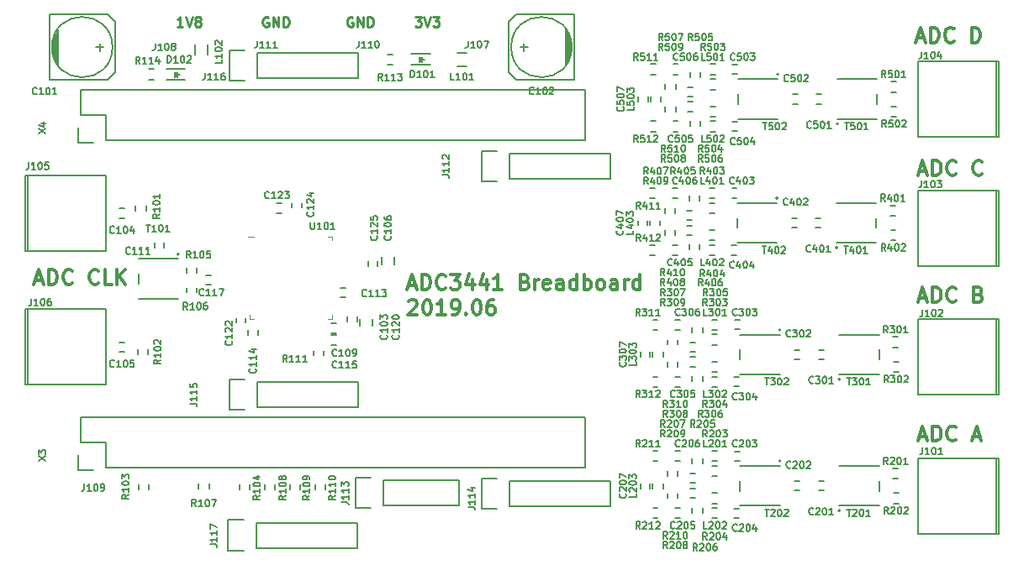
<source format=gbr>
%TF.GenerationSoftware,KiCad,Pcbnew,(5.1.0-1157-gc8cd95a71)*%
%TF.CreationDate,2019-06-29T21:36:28-07:00*%
%TF.ProjectId,adc344x,61646333-3434-4782-9e6b-696361645f70,rev?*%
%TF.SameCoordinates,Original*%
%TF.FileFunction,Legend,Top*%
%TF.FilePolarity,Positive*%
%FSLAX46Y46*%
G04 Gerber Fmt 4.6, Leading zero omitted, Abs format (unit mm)*
G04 Created by KiCad (PCBNEW (5.1.0-1157-gc8cd95a71)) date 2019-06-29 21:36:28*
%MOMM*%
%LPD*%
G04 APERTURE LIST*
%ADD10C,0.300000*%
%ADD11C,0.250000*%
%ADD12C,0.150000*%
%ADD13C,0.120000*%
%ADD14C,0.175000*%
%ADD15C,0.200000*%
G04 APERTURE END LIST*
D10*
X112280714Y-71250000D02*
X112995000Y-71250000D01*
X112137857Y-71678571D02*
X112637857Y-70178571D01*
X113137857Y-71678571D01*
X113637857Y-71678571D02*
X113637857Y-70178571D01*
X113995000Y-70178571D01*
X114209285Y-70250000D01*
X114352142Y-70392857D01*
X114423571Y-70535714D01*
X114495000Y-70821428D01*
X114495000Y-71035714D01*
X114423571Y-71321428D01*
X114352142Y-71464285D01*
X114209285Y-71607142D01*
X113995000Y-71678571D01*
X113637857Y-71678571D01*
X115995000Y-71535714D02*
X115923571Y-71607142D01*
X115709285Y-71678571D01*
X115566428Y-71678571D01*
X115352142Y-71607142D01*
X115209285Y-71464285D01*
X115137857Y-71321428D01*
X115066428Y-71035714D01*
X115066428Y-70821428D01*
X115137857Y-70535714D01*
X115209285Y-70392857D01*
X115352142Y-70250000D01*
X115566428Y-70178571D01*
X115709285Y-70178571D01*
X115923571Y-70250000D01*
X115995000Y-70321428D01*
X118637857Y-71535714D02*
X118566428Y-71607142D01*
X118352142Y-71678571D01*
X118209285Y-71678571D01*
X117995000Y-71607142D01*
X117852142Y-71464285D01*
X117780714Y-71321428D01*
X117709285Y-71035714D01*
X117709285Y-70821428D01*
X117780714Y-70535714D01*
X117852142Y-70392857D01*
X117995000Y-70250000D01*
X118209285Y-70178571D01*
X118352142Y-70178571D01*
X118566428Y-70250000D01*
X118637857Y-70321428D01*
X119995000Y-71678571D02*
X119280714Y-71678571D01*
X119280714Y-70178571D01*
X120495000Y-71678571D02*
X120495000Y-70178571D01*
X121352142Y-71678571D02*
X120709285Y-70821428D01*
X121352142Y-70178571D02*
X120495000Y-71035714D01*
X201280714Y-87050000D02*
X201995000Y-87050000D01*
X201137857Y-87478571D02*
X201637857Y-85978571D01*
X202137857Y-87478571D01*
X202637857Y-87478571D02*
X202637857Y-85978571D01*
X202995000Y-85978571D01*
X203209285Y-86050000D01*
X203352142Y-86192857D01*
X203423571Y-86335714D01*
X203495000Y-86621428D01*
X203495000Y-86835714D01*
X203423571Y-87121428D01*
X203352142Y-87264285D01*
X203209285Y-87407142D01*
X202995000Y-87478571D01*
X202637857Y-87478571D01*
X204995000Y-87335714D02*
X204923571Y-87407142D01*
X204709285Y-87478571D01*
X204566428Y-87478571D01*
X204352142Y-87407142D01*
X204209285Y-87264285D01*
X204137857Y-87121428D01*
X204066428Y-86835714D01*
X204066428Y-86621428D01*
X204137857Y-86335714D01*
X204209285Y-86192857D01*
X204352142Y-86050000D01*
X204566428Y-85978571D01*
X204709285Y-85978571D01*
X204923571Y-86050000D01*
X204995000Y-86121428D01*
X206709285Y-87050000D02*
X207423571Y-87050000D01*
X206566428Y-87478571D02*
X207066428Y-85978571D01*
X207566428Y-87478571D01*
X201280714Y-73050000D02*
X201995000Y-73050000D01*
X201137857Y-73478571D02*
X201637857Y-71978571D01*
X202137857Y-73478571D01*
X202637857Y-73478571D02*
X202637857Y-71978571D01*
X202995000Y-71978571D01*
X203209285Y-72050000D01*
X203352142Y-72192857D01*
X203423571Y-72335714D01*
X203495000Y-72621428D01*
X203495000Y-72835714D01*
X203423571Y-73121428D01*
X203352142Y-73264285D01*
X203209285Y-73407142D01*
X202995000Y-73478571D01*
X202637857Y-73478571D01*
X204995000Y-73335714D02*
X204923571Y-73407142D01*
X204709285Y-73478571D01*
X204566428Y-73478571D01*
X204352142Y-73407142D01*
X204209285Y-73264285D01*
X204137857Y-73121428D01*
X204066428Y-72835714D01*
X204066428Y-72621428D01*
X204137857Y-72335714D01*
X204209285Y-72192857D01*
X204352142Y-72050000D01*
X204566428Y-71978571D01*
X204709285Y-71978571D01*
X204923571Y-72050000D01*
X204995000Y-72121428D01*
X207280714Y-72692857D02*
X207495000Y-72764285D01*
X207566428Y-72835714D01*
X207637857Y-72978571D01*
X207637857Y-73192857D01*
X207566428Y-73335714D01*
X207495000Y-73407142D01*
X207352142Y-73478571D01*
X206780714Y-73478571D01*
X206780714Y-71978571D01*
X207280714Y-71978571D01*
X207423571Y-72050000D01*
X207495000Y-72121428D01*
X207566428Y-72264285D01*
X207566428Y-72407142D01*
X207495000Y-72550000D01*
X207423571Y-72621428D01*
X207280714Y-72692857D01*
X206780714Y-72692857D01*
X201280714Y-60250000D02*
X201995000Y-60250000D01*
X201137857Y-60678571D02*
X201637857Y-59178571D01*
X202137857Y-60678571D01*
X202637857Y-60678571D02*
X202637857Y-59178571D01*
X202995000Y-59178571D01*
X203209285Y-59250000D01*
X203352142Y-59392857D01*
X203423571Y-59535714D01*
X203495000Y-59821428D01*
X203495000Y-60035714D01*
X203423571Y-60321428D01*
X203352142Y-60464285D01*
X203209285Y-60607142D01*
X202995000Y-60678571D01*
X202637857Y-60678571D01*
X204995000Y-60535714D02*
X204923571Y-60607142D01*
X204709285Y-60678571D01*
X204566428Y-60678571D01*
X204352142Y-60607142D01*
X204209285Y-60464285D01*
X204137857Y-60321428D01*
X204066428Y-60035714D01*
X204066428Y-59821428D01*
X204137857Y-59535714D01*
X204209285Y-59392857D01*
X204352142Y-59250000D01*
X204566428Y-59178571D01*
X204709285Y-59178571D01*
X204923571Y-59250000D01*
X204995000Y-59321428D01*
X207637857Y-60535714D02*
X207566428Y-60607142D01*
X207352142Y-60678571D01*
X207209285Y-60678571D01*
X206995000Y-60607142D01*
X206852142Y-60464285D01*
X206780714Y-60321428D01*
X206709285Y-60035714D01*
X206709285Y-59821428D01*
X206780714Y-59535714D01*
X206852142Y-59392857D01*
X206995000Y-59250000D01*
X207209285Y-59178571D01*
X207352142Y-59178571D01*
X207566428Y-59250000D01*
X207637857Y-59321428D01*
X201080714Y-46850000D02*
X201795000Y-46850000D01*
X200937857Y-47278571D02*
X201437857Y-45778571D01*
X201937857Y-47278571D01*
X202437857Y-47278571D02*
X202437857Y-45778571D01*
X202795000Y-45778571D01*
X203009285Y-45850000D01*
X203152142Y-45992857D01*
X203223571Y-46135714D01*
X203295000Y-46421428D01*
X203295000Y-46635714D01*
X203223571Y-46921428D01*
X203152142Y-47064285D01*
X203009285Y-47207142D01*
X202795000Y-47278571D01*
X202437857Y-47278571D01*
X204795000Y-47135714D02*
X204723571Y-47207142D01*
X204509285Y-47278571D01*
X204366428Y-47278571D01*
X204152142Y-47207142D01*
X204009285Y-47064285D01*
X203937857Y-46921428D01*
X203866428Y-46635714D01*
X203866428Y-46421428D01*
X203937857Y-46135714D01*
X204009285Y-45992857D01*
X204152142Y-45850000D01*
X204366428Y-45778571D01*
X204509285Y-45778571D01*
X204723571Y-45850000D01*
X204795000Y-45921428D01*
X206580714Y-47278571D02*
X206580714Y-45778571D01*
X206937857Y-45778571D01*
X207152142Y-45850000D01*
X207295000Y-45992857D01*
X207366428Y-46135714D01*
X207437857Y-46421428D01*
X207437857Y-46635714D01*
X207366428Y-46921428D01*
X207295000Y-47064285D01*
X207152142Y-47207142D01*
X206937857Y-47278571D01*
X206580714Y-47278571D01*
X149880714Y-71775000D02*
X150595000Y-71775000D01*
X149737857Y-72203571D02*
X150237857Y-70703571D01*
X150737857Y-72203571D01*
X151237857Y-72203571D02*
X151237857Y-70703571D01*
X151595000Y-70703571D01*
X151809285Y-70775000D01*
X151952142Y-70917857D01*
X152023571Y-71060714D01*
X152095000Y-71346428D01*
X152095000Y-71560714D01*
X152023571Y-71846428D01*
X151952142Y-71989285D01*
X151809285Y-72132142D01*
X151595000Y-72203571D01*
X151237857Y-72203571D01*
X153595000Y-72060714D02*
X153523571Y-72132142D01*
X153309285Y-72203571D01*
X153166428Y-72203571D01*
X152952142Y-72132142D01*
X152809285Y-71989285D01*
X152737857Y-71846428D01*
X152666428Y-71560714D01*
X152666428Y-71346428D01*
X152737857Y-71060714D01*
X152809285Y-70917857D01*
X152952142Y-70775000D01*
X153166428Y-70703571D01*
X153309285Y-70703571D01*
X153523571Y-70775000D01*
X153595000Y-70846428D01*
X154095000Y-70703571D02*
X155023571Y-70703571D01*
X154523571Y-71275000D01*
X154737857Y-71275000D01*
X154880714Y-71346428D01*
X154952142Y-71417857D01*
X155023571Y-71560714D01*
X155023571Y-71917857D01*
X154952142Y-72060714D01*
X154880714Y-72132142D01*
X154737857Y-72203571D01*
X154309285Y-72203571D01*
X154166428Y-72132142D01*
X154095000Y-72060714D01*
X156309285Y-71203571D02*
X156309285Y-72203571D01*
X155952142Y-70632142D02*
X155595000Y-71703571D01*
X156523571Y-71703571D01*
X157737857Y-71203571D02*
X157737857Y-72203571D01*
X157380714Y-70632142D02*
X157023571Y-71703571D01*
X157952142Y-71703571D01*
X159309285Y-72203571D02*
X158452142Y-72203571D01*
X158880714Y-72203571D02*
X158880714Y-70703571D01*
X158737857Y-70917857D01*
X158595000Y-71060714D01*
X158452142Y-71132142D01*
X161595000Y-71417857D02*
X161809285Y-71489285D01*
X161880714Y-71560714D01*
X161952142Y-71703571D01*
X161952142Y-71917857D01*
X161880714Y-72060714D01*
X161809285Y-72132142D01*
X161666428Y-72203571D01*
X161095000Y-72203571D01*
X161095000Y-70703571D01*
X161595000Y-70703571D01*
X161737857Y-70775000D01*
X161809285Y-70846428D01*
X161880714Y-70989285D01*
X161880714Y-71132142D01*
X161809285Y-71275000D01*
X161737857Y-71346428D01*
X161595000Y-71417857D01*
X161095000Y-71417857D01*
X162595000Y-72203571D02*
X162595000Y-71203571D01*
X162595000Y-71489285D02*
X162666428Y-71346428D01*
X162737857Y-71275000D01*
X162880714Y-71203571D01*
X163023571Y-71203571D01*
X164095000Y-72132142D02*
X163952142Y-72203571D01*
X163666428Y-72203571D01*
X163523571Y-72132142D01*
X163452142Y-71989285D01*
X163452142Y-71417857D01*
X163523571Y-71275000D01*
X163666428Y-71203571D01*
X163952142Y-71203571D01*
X164095000Y-71275000D01*
X164166428Y-71417857D01*
X164166428Y-71560714D01*
X163452142Y-71703571D01*
X165452142Y-72203571D02*
X165452142Y-71417857D01*
X165380714Y-71275000D01*
X165237857Y-71203571D01*
X164952142Y-71203571D01*
X164809285Y-71275000D01*
X165452142Y-72132142D02*
X165309285Y-72203571D01*
X164952142Y-72203571D01*
X164809285Y-72132142D01*
X164737857Y-71989285D01*
X164737857Y-71846428D01*
X164809285Y-71703571D01*
X164952142Y-71632142D01*
X165309285Y-71632142D01*
X165452142Y-71560714D01*
X166809285Y-72203571D02*
X166809285Y-70703571D01*
X166809285Y-72132142D02*
X166666428Y-72203571D01*
X166380714Y-72203571D01*
X166237857Y-72132142D01*
X166166428Y-72060714D01*
X166095000Y-71917857D01*
X166095000Y-71489285D01*
X166166428Y-71346428D01*
X166237857Y-71275000D01*
X166380714Y-71203571D01*
X166666428Y-71203571D01*
X166809285Y-71275000D01*
X167523571Y-72203571D02*
X167523571Y-70703571D01*
X167523571Y-71275000D02*
X167666428Y-71203571D01*
X167952142Y-71203571D01*
X168095000Y-71275000D01*
X168166428Y-71346428D01*
X168237857Y-71489285D01*
X168237857Y-71917857D01*
X168166428Y-72060714D01*
X168095000Y-72132142D01*
X167952142Y-72203571D01*
X167666428Y-72203571D01*
X167523571Y-72132142D01*
X169095000Y-72203571D02*
X168952142Y-72132142D01*
X168880714Y-72060714D01*
X168809285Y-71917857D01*
X168809285Y-71489285D01*
X168880714Y-71346428D01*
X168952142Y-71275000D01*
X169095000Y-71203571D01*
X169309285Y-71203571D01*
X169452142Y-71275000D01*
X169523571Y-71346428D01*
X169595000Y-71489285D01*
X169595000Y-71917857D01*
X169523571Y-72060714D01*
X169452142Y-72132142D01*
X169309285Y-72203571D01*
X169095000Y-72203571D01*
X170880714Y-72203571D02*
X170880714Y-71417857D01*
X170809285Y-71275000D01*
X170666428Y-71203571D01*
X170380714Y-71203571D01*
X170237857Y-71275000D01*
X170880714Y-72132142D02*
X170737857Y-72203571D01*
X170380714Y-72203571D01*
X170237857Y-72132142D01*
X170166428Y-71989285D01*
X170166428Y-71846428D01*
X170237857Y-71703571D01*
X170380714Y-71632142D01*
X170737857Y-71632142D01*
X170880714Y-71560714D01*
X171595000Y-72203571D02*
X171595000Y-71203571D01*
X171595000Y-71489285D02*
X171666428Y-71346428D01*
X171737857Y-71275000D01*
X171880714Y-71203571D01*
X172023571Y-71203571D01*
X173166428Y-72203571D02*
X173166428Y-70703571D01*
X173166428Y-72132142D02*
X173023571Y-72203571D01*
X172737857Y-72203571D01*
X172595000Y-72132142D01*
X172523571Y-72060714D01*
X172452142Y-71917857D01*
X172452142Y-71489285D01*
X172523571Y-71346428D01*
X172595000Y-71275000D01*
X172737857Y-71203571D01*
X173023571Y-71203571D01*
X173166428Y-71275000D01*
X149880714Y-73396428D02*
X149952142Y-73325000D01*
X150095000Y-73253571D01*
X150452142Y-73253571D01*
X150595000Y-73325000D01*
X150666428Y-73396428D01*
X150737857Y-73539285D01*
X150737857Y-73682142D01*
X150666428Y-73896428D01*
X149809285Y-74753571D01*
X150737857Y-74753571D01*
X151666428Y-73253571D02*
X151809285Y-73253571D01*
X151952142Y-73325000D01*
X152023571Y-73396428D01*
X152095000Y-73539285D01*
X152166428Y-73825000D01*
X152166428Y-74182142D01*
X152095000Y-74467857D01*
X152023571Y-74610714D01*
X151952142Y-74682142D01*
X151809285Y-74753571D01*
X151666428Y-74753571D01*
X151523571Y-74682142D01*
X151452142Y-74610714D01*
X151380714Y-74467857D01*
X151309285Y-74182142D01*
X151309285Y-73825000D01*
X151380714Y-73539285D01*
X151452142Y-73396428D01*
X151523571Y-73325000D01*
X151666428Y-73253571D01*
X153595000Y-74753571D02*
X152737857Y-74753571D01*
X153166428Y-74753571D02*
X153166428Y-73253571D01*
X153023571Y-73467857D01*
X152880714Y-73610714D01*
X152737857Y-73682142D01*
X154309285Y-74753571D02*
X154595000Y-74753571D01*
X154737857Y-74682142D01*
X154809285Y-74610714D01*
X154952142Y-74396428D01*
X155023571Y-74110714D01*
X155023571Y-73539285D01*
X154952142Y-73396428D01*
X154880714Y-73325000D01*
X154737857Y-73253571D01*
X154452142Y-73253571D01*
X154309285Y-73325000D01*
X154237857Y-73396428D01*
X154166428Y-73539285D01*
X154166428Y-73896428D01*
X154237857Y-74039285D01*
X154309285Y-74110714D01*
X154452142Y-74182142D01*
X154737857Y-74182142D01*
X154880714Y-74110714D01*
X154952142Y-74039285D01*
X155023571Y-73896428D01*
X155666428Y-74610714D02*
X155737857Y-74682142D01*
X155666428Y-74753571D01*
X155595000Y-74682142D01*
X155666428Y-74610714D01*
X155666428Y-74753571D01*
X156666428Y-73253571D02*
X156809285Y-73253571D01*
X156952142Y-73325000D01*
X157023571Y-73396428D01*
X157095000Y-73539285D01*
X157166428Y-73825000D01*
X157166428Y-74182142D01*
X157095000Y-74467857D01*
X157023571Y-74610714D01*
X156952142Y-74682142D01*
X156809285Y-74753571D01*
X156666428Y-74753571D01*
X156523571Y-74682142D01*
X156452142Y-74610714D01*
X156380714Y-74467857D01*
X156309285Y-74182142D01*
X156309285Y-73825000D01*
X156380714Y-73539285D01*
X156452142Y-73396428D01*
X156523571Y-73325000D01*
X156666428Y-73253571D01*
X158452142Y-73253571D02*
X158166428Y-73253571D01*
X158023571Y-73325000D01*
X157952142Y-73396428D01*
X157809285Y-73610714D01*
X157737857Y-73896428D01*
X157737857Y-74467857D01*
X157809285Y-74610714D01*
X157880714Y-74682142D01*
X158023571Y-74753571D01*
X158309285Y-74753571D01*
X158452142Y-74682142D01*
X158523571Y-74610714D01*
X158595000Y-74467857D01*
X158595000Y-74110714D01*
X158523571Y-73967857D01*
X158452142Y-73896428D01*
X158309285Y-73825000D01*
X158023571Y-73825000D01*
X157880714Y-73896428D01*
X157809285Y-73967857D01*
X157737857Y-74110714D01*
D11*
X127130952Y-45702380D02*
X126559523Y-45702380D01*
X126845238Y-45702380D02*
X126845238Y-44702380D01*
X126750000Y-44845238D01*
X126654761Y-44940476D01*
X126559523Y-44988095D01*
X127416666Y-44702380D02*
X127750000Y-45702380D01*
X128083333Y-44702380D01*
X128559523Y-45130952D02*
X128464285Y-45083333D01*
X128416666Y-45035714D01*
X128369047Y-44940476D01*
X128369047Y-44892857D01*
X128416666Y-44797619D01*
X128464285Y-44750000D01*
X128559523Y-44702380D01*
X128750000Y-44702380D01*
X128845238Y-44750000D01*
X128892857Y-44797619D01*
X128940476Y-44892857D01*
X128940476Y-44940476D01*
X128892857Y-45035714D01*
X128845238Y-45083333D01*
X128750000Y-45130952D01*
X128559523Y-45130952D01*
X128464285Y-45178571D01*
X128416666Y-45226190D01*
X128369047Y-45321428D01*
X128369047Y-45511904D01*
X128416666Y-45607142D01*
X128464285Y-45654761D01*
X128559523Y-45702380D01*
X128750000Y-45702380D01*
X128845238Y-45654761D01*
X128892857Y-45607142D01*
X128940476Y-45511904D01*
X128940476Y-45321428D01*
X128892857Y-45226190D01*
X128845238Y-45178571D01*
X128750000Y-45130952D01*
X135738095Y-44750000D02*
X135642857Y-44702380D01*
X135500000Y-44702380D01*
X135357142Y-44750000D01*
X135261904Y-44845238D01*
X135214285Y-44940476D01*
X135166666Y-45130952D01*
X135166666Y-45273809D01*
X135214285Y-45464285D01*
X135261904Y-45559523D01*
X135357142Y-45654761D01*
X135500000Y-45702380D01*
X135595238Y-45702380D01*
X135738095Y-45654761D01*
X135785714Y-45607142D01*
X135785714Y-45273809D01*
X135595238Y-45273809D01*
X136214285Y-45702380D02*
X136214285Y-44702380D01*
X136785714Y-45702380D01*
X136785714Y-44702380D01*
X137261904Y-45702380D02*
X137261904Y-44702380D01*
X137500000Y-44702380D01*
X137642857Y-44750000D01*
X137738095Y-44845238D01*
X137785714Y-44940476D01*
X137833333Y-45130952D01*
X137833333Y-45273809D01*
X137785714Y-45464285D01*
X137738095Y-45559523D01*
X137642857Y-45654761D01*
X137500000Y-45702380D01*
X137261904Y-45702380D01*
X144238095Y-44750000D02*
X144142857Y-44702380D01*
X144000000Y-44702380D01*
X143857142Y-44750000D01*
X143761904Y-44845238D01*
X143714285Y-44940476D01*
X143666666Y-45130952D01*
X143666666Y-45273809D01*
X143714285Y-45464285D01*
X143761904Y-45559523D01*
X143857142Y-45654761D01*
X144000000Y-45702380D01*
X144095238Y-45702380D01*
X144238095Y-45654761D01*
X144285714Y-45607142D01*
X144285714Y-45273809D01*
X144095238Y-45273809D01*
X144714285Y-45702380D02*
X144714285Y-44702380D01*
X145285714Y-45702380D01*
X145285714Y-44702380D01*
X145761904Y-45702380D02*
X145761904Y-44702380D01*
X146000000Y-44702380D01*
X146142857Y-44750000D01*
X146238095Y-44845238D01*
X146285714Y-44940476D01*
X146333333Y-45130952D01*
X146333333Y-45273809D01*
X146285714Y-45464285D01*
X146238095Y-45559523D01*
X146142857Y-45654761D01*
X146000000Y-45702380D01*
X145761904Y-45702380D01*
X150511904Y-44702380D02*
X151130952Y-44702380D01*
X150797619Y-45083333D01*
X150940476Y-45083333D01*
X151035714Y-45130952D01*
X151083333Y-45178571D01*
X151130952Y-45273809D01*
X151130952Y-45511904D01*
X151083333Y-45607142D01*
X151035714Y-45654761D01*
X150940476Y-45702380D01*
X150654761Y-45702380D01*
X150559523Y-45654761D01*
X150511904Y-45607142D01*
X151416666Y-44702380D02*
X151750000Y-45702380D01*
X152083333Y-44702380D01*
X152321428Y-44702380D02*
X152940476Y-44702380D01*
X152607142Y-45083333D01*
X152750000Y-45083333D01*
X152845238Y-45130952D01*
X152892857Y-45178571D01*
X152940476Y-45273809D01*
X152940476Y-45511904D01*
X152892857Y-45607142D01*
X152845238Y-45654761D01*
X152750000Y-45702380D01*
X152464285Y-45702380D01*
X152369047Y-45654761D01*
X152321428Y-45607142D01*
D12*
X208810000Y-96810000D02*
X201190000Y-96810000D01*
X201190000Y-96810000D02*
X201190000Y-89190000D01*
X201190000Y-89190000D02*
X208810000Y-89190000D01*
X209318000Y-96810000D02*
X208810000Y-96810000D01*
X209318000Y-96810000D02*
X209318000Y-89190000D01*
X209318000Y-89190000D02*
X208810000Y-89190000D01*
X209064000Y-89190000D02*
X209064000Y-96810000D01*
X208810000Y-56810000D02*
X201190000Y-56810000D01*
X201190000Y-56810000D02*
X201190000Y-49190000D01*
X201190000Y-49190000D02*
X208810000Y-49190000D01*
X209318000Y-56810000D02*
X208810000Y-56810000D01*
X209318000Y-56810000D02*
X209318000Y-49190000D01*
X209318000Y-49190000D02*
X208810000Y-49190000D01*
X209064000Y-49190000D02*
X209064000Y-56810000D01*
X111760000Y-60690000D02*
X119380000Y-60690000D01*
X119380000Y-60690000D02*
X119380000Y-68310000D01*
X119380000Y-68310000D02*
X111760000Y-68310000D01*
X111252000Y-60690000D02*
X111760000Y-60690000D01*
X111252000Y-60690000D02*
X111252000Y-68310000D01*
X111252000Y-68310000D02*
X111760000Y-68310000D01*
X111506000Y-68310000D02*
X111506000Y-60690000D01*
X111760000Y-74190000D02*
X119380000Y-74190000D01*
X119380000Y-74190000D02*
X119380000Y-81810000D01*
X119380000Y-81810000D02*
X111760000Y-81810000D01*
X111252000Y-74190000D02*
X111760000Y-74190000D01*
X111252000Y-74190000D02*
X111252000Y-81810000D01*
X111252000Y-81810000D02*
X111760000Y-81810000D01*
X111506000Y-81810000D02*
X111506000Y-74190000D01*
X208810000Y-82810000D02*
X201190000Y-82810000D01*
X201190000Y-82810000D02*
X201190000Y-75190000D01*
X201190000Y-75190000D02*
X208810000Y-75190000D01*
X209318000Y-82810000D02*
X208810000Y-82810000D01*
X209318000Y-82810000D02*
X209318000Y-75190000D01*
X209318000Y-75190000D02*
X208810000Y-75190000D01*
X209064000Y-75190000D02*
X209064000Y-82810000D01*
X208810000Y-69810000D02*
X201190000Y-69810000D01*
X201190000Y-69810000D02*
X201190000Y-62190000D01*
X201190000Y-62190000D02*
X208810000Y-62190000D01*
X209318000Y-69810000D02*
X208810000Y-69810000D01*
X209318000Y-69810000D02*
X209318000Y-62190000D01*
X209318000Y-62190000D02*
X208810000Y-62190000D01*
X209064000Y-62190000D02*
X209064000Y-69810000D01*
X134520000Y-95730000D02*
X134520000Y-98270000D01*
X144680000Y-98270000D02*
X134520000Y-98270000D01*
X144680000Y-95730000D02*
X144680000Y-98270000D01*
X134520000Y-95730000D02*
X144680000Y-95730000D01*
X131700000Y-95450000D02*
X133250000Y-95450000D01*
X131700000Y-98550000D02*
X131700000Y-95450000D01*
X133250000Y-98550000D02*
X131700000Y-98550000D01*
X133380000Y-51150000D02*
X131830000Y-51150000D01*
X131830000Y-51150000D02*
X131830000Y-48050000D01*
X131830000Y-48050000D02*
X133380000Y-48050000D01*
X134650000Y-48330000D02*
X144810000Y-48330000D01*
X144810000Y-48330000D02*
X144810000Y-50870000D01*
X144810000Y-50870000D02*
X134650000Y-50870000D01*
X134650000Y-48330000D02*
X134650000Y-50870000D01*
X133350000Y-84354000D02*
X131800000Y-84354000D01*
X131800000Y-84354000D02*
X131800000Y-81254000D01*
X131800000Y-81254000D02*
X133350000Y-81254000D01*
X134620000Y-81534000D02*
X144780000Y-81534000D01*
X144780000Y-81534000D02*
X144780000Y-84074000D01*
X144780000Y-84074000D02*
X134620000Y-84074000D01*
X134620000Y-81534000D02*
X134620000Y-84074000D01*
X158800000Y-94350000D02*
X157250000Y-94350000D01*
X157250000Y-94350000D02*
X157250000Y-91250000D01*
X157250000Y-91250000D02*
X158800000Y-91250000D01*
X160070000Y-91530000D02*
X170230000Y-91530000D01*
X170230000Y-91530000D02*
X170230000Y-94070000D01*
X170230000Y-94070000D02*
X160070000Y-94070000D01*
X160070000Y-91530000D02*
X160070000Y-94070000D01*
X158750000Y-61300000D02*
X157200000Y-61300000D01*
X157200000Y-61300000D02*
X157200000Y-58200000D01*
X157200000Y-58200000D02*
X158750000Y-58200000D01*
X160020000Y-58480000D02*
X170180000Y-58480000D01*
X170180000Y-58480000D02*
X170180000Y-61020000D01*
X170180000Y-61020000D02*
X160020000Y-61020000D01*
X160020000Y-58480000D02*
X160020000Y-61020000D01*
X120047180Y-47750000D02*
G75*
G03X120047180Y-47750000I-3048000J0D01*
G01*
X118777180Y-47369000D02*
X118777180Y-48131000D01*
X119158180Y-47750000D02*
X118396180Y-47750000D01*
X119539180Y-44448000D02*
X113697180Y-44448000D01*
X120301180Y-45210000D02*
X119539180Y-44448000D01*
X120301180Y-50290000D02*
X120301180Y-45210000D01*
X119539180Y-51052000D02*
X120301180Y-50290000D01*
X113697180Y-51052000D02*
X119539180Y-51052000D01*
X113697180Y-44448000D02*
X113697180Y-51052000D01*
X114586180Y-45972000D02*
X114586180Y-49528000D01*
X114459180Y-49401000D02*
X114459180Y-46099000D01*
X114332180Y-46353000D02*
X114332180Y-49147000D01*
X114205180Y-48893000D02*
X114205180Y-46607000D01*
X114078180Y-46988000D02*
X114078180Y-48512000D01*
X166171000Y-48512000D02*
X166171000Y-46988000D01*
X166044000Y-46607000D02*
X166044000Y-48893000D01*
X165917000Y-49147000D02*
X165917000Y-46353000D01*
X165790000Y-46099000D02*
X165790000Y-49401000D01*
X165663000Y-49528000D02*
X165663000Y-45972000D01*
X166552000Y-51052000D02*
X166552000Y-44448000D01*
X166552000Y-44448000D02*
X160710000Y-44448000D01*
X160710000Y-44448000D02*
X159948000Y-45210000D01*
X159948000Y-45210000D02*
X159948000Y-50290000D01*
X159948000Y-50290000D02*
X160710000Y-51052000D01*
X160710000Y-51052000D02*
X166552000Y-51052000D01*
X161091000Y-47750000D02*
X161853000Y-47750000D01*
X161472000Y-48131000D02*
X161472000Y-47369000D01*
X166298000Y-47750000D02*
G75*
G03X166298000Y-47750000I-3048000J0D01*
G01*
X145000000Y-75850000D02*
X145000000Y-75150000D01*
X146200000Y-75150000D02*
X146200000Y-75850000D01*
X121250000Y-64025000D02*
X120750000Y-64025000D01*
X120750000Y-64975000D02*
X121250000Y-64975000D01*
X121250000Y-77525000D02*
X120750000Y-77525000D01*
X120750000Y-78475000D02*
X121250000Y-78475000D01*
X147200000Y-69650000D02*
X147200000Y-68950000D01*
X148400000Y-68950000D02*
X148400000Y-69650000D01*
X142550000Y-75625000D02*
X142050000Y-75625000D01*
X142050000Y-76575000D02*
X142550000Y-76575000D01*
X125225000Y-67950000D02*
X125225000Y-67450000D01*
X124275000Y-67450000D02*
X124275000Y-67950000D01*
X143050000Y-72975000D02*
X143550000Y-72975000D01*
X143550000Y-72025000D02*
X143050000Y-72025000D01*
X134675000Y-76750000D02*
X134675000Y-76250000D01*
X133725000Y-76250000D02*
X133725000Y-76750000D01*
X142050000Y-77775000D02*
X142550000Y-77775000D01*
X142550000Y-76825000D02*
X142050000Y-76825000D01*
X129450000Y-71725000D02*
X129950000Y-71725000D01*
X129950000Y-70775000D02*
X129450000Y-70775000D01*
X144675000Y-75450000D02*
X144675000Y-74950000D01*
X143725000Y-74950000D02*
X143725000Y-75450000D01*
X133475000Y-75550000D02*
X133475000Y-75050000D01*
X132525000Y-75050000D02*
X132525000Y-75550000D01*
X137100000Y-63525000D02*
X136600000Y-63525000D01*
X136600000Y-64475000D02*
X137100000Y-64475000D01*
X139075000Y-63950000D02*
X139075000Y-63450000D01*
X138125000Y-63450000D02*
X138125000Y-63950000D01*
X145825000Y-69350000D02*
X145825000Y-69850000D01*
X146775000Y-69850000D02*
X146775000Y-69350000D01*
X191450000Y-52525000D02*
X190950000Y-52525000D01*
X190950000Y-53475000D02*
X191450000Y-53475000D01*
X189050000Y-52525000D02*
X188550000Y-52525000D01*
X188550000Y-53475000D02*
X189050000Y-53475000D01*
X183000000Y-49525000D02*
X182500000Y-49525000D01*
X182500000Y-50475000D02*
X183000000Y-50475000D01*
X182450000Y-56225000D02*
X182950000Y-56225000D01*
X182950000Y-55275000D02*
X182450000Y-55275000D01*
X178500000Y-53275000D02*
X178000000Y-53275000D01*
X178000000Y-54225000D02*
X178500000Y-54225000D01*
X178000000Y-52725000D02*
X178500000Y-52725000D01*
X178500000Y-51775000D02*
X178000000Y-51775000D01*
X173025000Y-52750000D02*
X173025000Y-53250000D01*
X173975000Y-53250000D02*
X173975000Y-52750000D01*
X150150700Y-49550000D02*
X152050700Y-49550000D01*
X150150700Y-48450000D02*
X152050700Y-48450000D01*
X151050700Y-49000000D02*
X151500700Y-49000000D01*
X151000700Y-48750000D02*
X151000700Y-49250000D01*
X151000700Y-49000000D02*
X151250700Y-48750000D01*
X151250700Y-48750000D02*
X151250700Y-49250000D01*
X151250700Y-49250000D02*
X151000700Y-49000000D01*
X126560000Y-50750000D02*
X126310000Y-50500000D01*
X126560000Y-50250000D02*
X126560000Y-50750000D01*
X126310000Y-50500000D02*
X126560000Y-50250000D01*
X126310000Y-50250000D02*
X126310000Y-50750000D01*
X126360000Y-50500000D02*
X126810000Y-50500000D01*
X125460000Y-49950000D02*
X127360000Y-49950000D01*
X125460000Y-51050000D02*
X127360000Y-51050000D01*
X147320000Y-93980000D02*
X154940000Y-93980000D01*
X147320000Y-91440000D02*
X154940000Y-91440000D01*
X144500000Y-91160000D02*
X146050000Y-91160000D01*
X154940000Y-93980000D02*
X154940000Y-91440000D01*
X147320000Y-91440000D02*
X147320000Y-93980000D01*
X146050000Y-94260000D02*
X144500000Y-94260000D01*
X144500000Y-94260000D02*
X144500000Y-91160000D01*
X154750000Y-48325000D02*
X155750000Y-48325000D01*
X155750000Y-49675000D02*
X154750000Y-49675000D01*
X128325000Y-48500000D02*
X128325000Y-47500000D01*
X129675000Y-47500000D02*
X129675000Y-48500000D01*
X180250000Y-52025000D02*
X180750000Y-52025000D01*
X180750000Y-50975000D02*
X180250000Y-50975000D01*
X180250000Y-54775000D02*
X180750000Y-54775000D01*
X180750000Y-53725000D02*
X180250000Y-53725000D01*
X175275000Y-53250000D02*
X175275000Y-52750000D01*
X174225000Y-52750000D02*
X174225000Y-53250000D01*
X123425000Y-64250000D02*
X123425000Y-63750000D01*
X122375000Y-63750000D02*
X122375000Y-64250000D01*
X122575000Y-78250000D02*
X122575000Y-78750000D01*
X123625000Y-78750000D02*
X123625000Y-78250000D01*
X123715000Y-92325000D02*
X123715000Y-91825000D01*
X122665000Y-91825000D02*
X122665000Y-92325000D01*
X128725000Y-91750000D02*
X128725000Y-92250000D01*
X129775000Y-92250000D02*
X129775000Y-91750000D01*
X127475000Y-70000000D02*
X127475000Y-70500000D01*
X128525000Y-70500000D02*
X128525000Y-70000000D01*
X127475000Y-72000000D02*
X127475000Y-72500000D01*
X128525000Y-72500000D02*
X128525000Y-72000000D01*
X133875000Y-92325000D02*
X133875000Y-91825000D01*
X132825000Y-91825000D02*
X132825000Y-92325000D01*
X135365000Y-91825000D02*
X135365000Y-92325000D01*
X136415000Y-92325000D02*
X136415000Y-91825000D01*
X138955000Y-92325000D02*
X138955000Y-91825000D01*
X137905000Y-91825000D02*
X137905000Y-92325000D01*
X140445000Y-91825000D02*
X140445000Y-92325000D01*
X141495000Y-92325000D02*
X141495000Y-91825000D01*
X141325000Y-78850000D02*
X141325000Y-78350000D01*
X140275000Y-78350000D02*
X140275000Y-78850000D01*
X148250000Y-48475000D02*
X147750000Y-48475000D01*
X147750000Y-49525000D02*
X148250000Y-49525000D01*
X123700000Y-51025000D02*
X124200000Y-51025000D01*
X124200000Y-49975000D02*
X123700000Y-49975000D01*
X198450000Y-52275000D02*
X198950000Y-52275000D01*
X198950000Y-51225000D02*
X198450000Y-51225000D01*
X199000000Y-53725000D02*
X198500000Y-53725000D01*
X198500000Y-54775000D02*
X199000000Y-54775000D01*
X180750000Y-49475000D02*
X180250000Y-49475000D01*
X180250000Y-50525000D02*
X180750000Y-50525000D01*
X180250000Y-56275000D02*
X180750000Y-56275000D01*
X180750000Y-55225000D02*
X180250000Y-55225000D01*
X178225000Y-50250000D02*
X178225000Y-50750000D01*
X179275000Y-50750000D02*
X179275000Y-50250000D01*
X179275000Y-55700000D02*
X179275000Y-55200000D01*
X178225000Y-55200000D02*
X178225000Y-55700000D01*
X176500000Y-50525000D02*
X177000000Y-50525000D01*
X177000000Y-49475000D02*
X176500000Y-49475000D01*
X177000000Y-55225000D02*
X176500000Y-55225000D01*
X176500000Y-56275000D02*
X177000000Y-56275000D01*
X175725000Y-51500000D02*
X175725000Y-52000000D01*
X176775000Y-52000000D02*
X176775000Y-51500000D01*
X176775000Y-54250000D02*
X176775000Y-53750000D01*
X175725000Y-53750000D02*
X175725000Y-54250000D01*
X174750000Y-49475000D02*
X174250000Y-49475000D01*
X174250000Y-50525000D02*
X174750000Y-50525000D01*
X174250000Y-56275000D02*
X174750000Y-56275000D01*
X174750000Y-55225000D02*
X174250000Y-55225000D01*
X126650000Y-73120000D02*
X122650000Y-73120000D01*
X126650000Y-69120000D02*
X122650000Y-69120000D01*
X122650000Y-70620000D02*
X122650000Y-71620000D01*
X126750000Y-68620000D02*
G75*
G03X126750000Y-68620000I-100000J0D01*
G01*
X193135000Y-55500000D02*
G75*
G03X193135000Y-55500000I-100000J0D01*
G01*
X197035000Y-53500000D02*
X197035000Y-52500000D01*
X193035000Y-55000000D02*
X197035000Y-55000000D01*
X193035000Y-51000000D02*
X197035000Y-51000000D01*
X187035000Y-55000000D02*
X183035000Y-55000000D01*
X187035000Y-51000000D02*
X183035000Y-51000000D01*
X183035000Y-52500000D02*
X183035000Y-53500000D01*
X187135000Y-50500000D02*
G75*
G03X187135000Y-50500000I-100000J0D01*
G01*
X116560000Y-90450000D02*
X118110000Y-90450000D01*
X119380000Y-87630000D02*
X119380000Y-90170000D01*
X116840000Y-87630000D02*
X119380000Y-87630000D01*
X116560000Y-88900000D02*
X116560000Y-90450000D01*
X116840000Y-85090000D02*
X116840000Y-87630000D01*
X167640000Y-85090000D02*
X167640000Y-90170000D01*
X119380000Y-90170000D02*
X167640000Y-90170000D01*
X167640000Y-85090000D02*
X116840000Y-85090000D01*
X167640000Y-52070000D02*
X116840000Y-52070000D01*
X119380000Y-57150000D02*
X167640000Y-57150000D01*
X167640000Y-52070000D02*
X167640000Y-57150000D01*
X116840000Y-52070000D02*
X116840000Y-54610000D01*
X116560000Y-55880000D02*
X116560000Y-57430000D01*
X116840000Y-54610000D02*
X119380000Y-54610000D01*
X119380000Y-54610000D02*
X119380000Y-57150000D01*
X116560000Y-57430000D02*
X118110000Y-57430000D01*
D13*
X134250000Y-66850000D02*
X133700000Y-66850000D01*
X133850000Y-75150000D02*
X133850000Y-74750000D01*
X134250000Y-75150000D02*
X133850000Y-75150000D01*
X142150000Y-75150000D02*
X142150000Y-74750000D01*
X141750000Y-75150000D02*
X142150000Y-75150000D01*
X142150000Y-66850000D02*
X142150000Y-67250000D01*
X141750000Y-66850000D02*
X142150000Y-66850000D01*
D12*
X191665000Y-91525000D02*
X191165000Y-91525000D01*
X191165000Y-92475000D02*
X191665000Y-92475000D01*
X188765000Y-92475000D02*
X189265000Y-92475000D01*
X189265000Y-91525000D02*
X188765000Y-91525000D01*
X183215000Y-88525000D02*
X182715000Y-88525000D01*
X182715000Y-89475000D02*
X183215000Y-89475000D01*
X182665000Y-95225000D02*
X183165000Y-95225000D01*
X183165000Y-94275000D02*
X182665000Y-94275000D01*
X178715000Y-92275000D02*
X178215000Y-92275000D01*
X178215000Y-93225000D02*
X178715000Y-93225000D01*
X178215000Y-91725000D02*
X178715000Y-91725000D01*
X178715000Y-90775000D02*
X178215000Y-90775000D01*
X173240000Y-91750000D02*
X173240000Y-92250000D01*
X174190000Y-92250000D02*
X174190000Y-91750000D01*
X191165000Y-79225000D02*
X191665000Y-79225000D01*
X191665000Y-78275000D02*
X191165000Y-78275000D01*
X188765000Y-79225000D02*
X189265000Y-79225000D01*
X189265000Y-78275000D02*
X188765000Y-78275000D01*
X183215000Y-75275000D02*
X182715000Y-75275000D01*
X182715000Y-76225000D02*
X183215000Y-76225000D01*
X182665000Y-81975000D02*
X183165000Y-81975000D01*
X183165000Y-81025000D02*
X182665000Y-81025000D01*
X178715000Y-79025000D02*
X178215000Y-79025000D01*
X178215000Y-79975000D02*
X178715000Y-79975000D01*
X178215000Y-78475000D02*
X178715000Y-78475000D01*
X178715000Y-77525000D02*
X178215000Y-77525000D01*
X173240000Y-78500000D02*
X173240000Y-79000000D01*
X174190000Y-79000000D02*
X174190000Y-78500000D01*
X191380000Y-65005000D02*
X190880000Y-65005000D01*
X190880000Y-65955000D02*
X191380000Y-65955000D01*
X188980000Y-65005000D02*
X188480000Y-65005000D01*
X188480000Y-65955000D02*
X188980000Y-65955000D01*
X182430000Y-62955000D02*
X182930000Y-62955000D01*
X182930000Y-62005000D02*
X182430000Y-62005000D01*
X182380000Y-68705000D02*
X182880000Y-68705000D01*
X182880000Y-67755000D02*
X182380000Y-67755000D01*
X177930000Y-66705000D02*
X178430000Y-66705000D01*
X178430000Y-65755000D02*
X177930000Y-65755000D01*
X178430000Y-64255000D02*
X177930000Y-64255000D01*
X177930000Y-65205000D02*
X178430000Y-65205000D01*
X172955000Y-65230000D02*
X172955000Y-65730000D01*
X173905000Y-65730000D02*
X173905000Y-65230000D01*
X180965000Y-89975000D02*
X180465000Y-89975000D01*
X180465000Y-91025000D02*
X180965000Y-91025000D01*
X180465000Y-93775000D02*
X180965000Y-93775000D01*
X180965000Y-92725000D02*
X180465000Y-92725000D01*
X174440000Y-91750000D02*
X174440000Y-92250000D01*
X175490000Y-92250000D02*
X175490000Y-91750000D01*
X180965000Y-76725000D02*
X180465000Y-76725000D01*
X180465000Y-77775000D02*
X180965000Y-77775000D01*
X180465000Y-80525000D02*
X180965000Y-80525000D01*
X180965000Y-79475000D02*
X180465000Y-79475000D01*
X174440000Y-78500000D02*
X174440000Y-79000000D01*
X175490000Y-79000000D02*
X175490000Y-78500000D01*
X180180000Y-64505000D02*
X180680000Y-64505000D01*
X180680000Y-63455000D02*
X180180000Y-63455000D01*
X180680000Y-66205000D02*
X180180000Y-66205000D01*
X180180000Y-67255000D02*
X180680000Y-67255000D01*
X175205000Y-65730000D02*
X175205000Y-65230000D01*
X174155000Y-65230000D02*
X174155000Y-65730000D01*
X199165000Y-90225000D02*
X198665000Y-90225000D01*
X198665000Y-91275000D02*
X199165000Y-91275000D01*
X198715000Y-93775000D02*
X199215000Y-93775000D01*
X199215000Y-92725000D02*
X198715000Y-92725000D01*
X180465000Y-89525000D02*
X180965000Y-89525000D01*
X180965000Y-88475000D02*
X180465000Y-88475000D01*
X180965000Y-94225000D02*
X180465000Y-94225000D01*
X180465000Y-95275000D02*
X180965000Y-95275000D01*
X179490000Y-89750000D02*
X179490000Y-89250000D01*
X178440000Y-89250000D02*
X178440000Y-89750000D01*
X178440000Y-94200000D02*
X178440000Y-94700000D01*
X179490000Y-94700000D02*
X179490000Y-94200000D01*
X177215000Y-88475000D02*
X176715000Y-88475000D01*
X176715000Y-89525000D02*
X177215000Y-89525000D01*
X176715000Y-95275000D02*
X177215000Y-95275000D01*
X177215000Y-94225000D02*
X176715000Y-94225000D01*
X176990000Y-91000000D02*
X176990000Y-90500000D01*
X175940000Y-90500000D02*
X175940000Y-91000000D01*
X175940000Y-92750000D02*
X175940000Y-93250000D01*
X176990000Y-93250000D02*
X176990000Y-92750000D01*
X174465000Y-89525000D02*
X174965000Y-89525000D01*
X174965000Y-88475000D02*
X174465000Y-88475000D01*
X174965000Y-94225000D02*
X174465000Y-94225000D01*
X174465000Y-95275000D02*
X174965000Y-95275000D01*
X199165000Y-76975000D02*
X198665000Y-76975000D01*
X198665000Y-78025000D02*
X199165000Y-78025000D01*
X198715000Y-80525000D02*
X199215000Y-80525000D01*
X199215000Y-79475000D02*
X198715000Y-79475000D01*
X180465000Y-76275000D02*
X180965000Y-76275000D01*
X180965000Y-75225000D02*
X180465000Y-75225000D01*
X180965000Y-80975000D02*
X180465000Y-80975000D01*
X180465000Y-82025000D02*
X180965000Y-82025000D01*
X179490000Y-76500000D02*
X179490000Y-76000000D01*
X178440000Y-76000000D02*
X178440000Y-76500000D01*
X178440000Y-80950000D02*
X178440000Y-81450000D01*
X179490000Y-81450000D02*
X179490000Y-80950000D01*
X176715000Y-76275000D02*
X177215000Y-76275000D01*
X177215000Y-75225000D02*
X176715000Y-75225000D01*
X177215000Y-80975000D02*
X176715000Y-80975000D01*
X176715000Y-82025000D02*
X177215000Y-82025000D01*
X175940000Y-77250000D02*
X175940000Y-77750000D01*
X176990000Y-77750000D02*
X176990000Y-77250000D01*
X176990000Y-80000000D02*
X176990000Y-79500000D01*
X175940000Y-79500000D02*
X175940000Y-80000000D01*
X174465000Y-76275000D02*
X174965000Y-76275000D01*
X174965000Y-75225000D02*
X174465000Y-75225000D01*
X174965000Y-80975000D02*
X174465000Y-80975000D01*
X174465000Y-82025000D02*
X174965000Y-82025000D01*
X198380000Y-64755000D02*
X198880000Y-64755000D01*
X198880000Y-63705000D02*
X198380000Y-63705000D01*
X198930000Y-66205000D02*
X198430000Y-66205000D01*
X198430000Y-67255000D02*
X198930000Y-67255000D01*
X180680000Y-61955000D02*
X180180000Y-61955000D01*
X180180000Y-63005000D02*
X180680000Y-63005000D01*
X180180000Y-68755000D02*
X180680000Y-68755000D01*
X180680000Y-67705000D02*
X180180000Y-67705000D01*
X178155000Y-62730000D02*
X178155000Y-63230000D01*
X179205000Y-63230000D02*
X179205000Y-62730000D01*
X179205000Y-68180000D02*
X179205000Y-67680000D01*
X178155000Y-67680000D02*
X178155000Y-68180000D01*
X176930000Y-61955000D02*
X176430000Y-61955000D01*
X176430000Y-63005000D02*
X176930000Y-63005000D01*
X176430000Y-68755000D02*
X176930000Y-68755000D01*
X176930000Y-67705000D02*
X176430000Y-67705000D01*
X175655000Y-63980000D02*
X175655000Y-64480000D01*
X176705000Y-64480000D02*
X176705000Y-63980000D01*
X176705000Y-66730000D02*
X176705000Y-66230000D01*
X175655000Y-66230000D02*
X175655000Y-66730000D01*
X174680000Y-61955000D02*
X174180000Y-61955000D01*
X174180000Y-63005000D02*
X174680000Y-63005000D01*
X174180000Y-68755000D02*
X174680000Y-68755000D01*
X174680000Y-67705000D02*
X174180000Y-67705000D01*
X193350000Y-94500000D02*
G75*
G03X193350000Y-94500000I-100000J0D01*
G01*
X197250000Y-92500000D02*
X197250000Y-91500000D01*
X193250000Y-94000000D02*
X197250000Y-94000000D01*
X193250000Y-90000000D02*
X197250000Y-90000000D01*
X187250000Y-94000000D02*
X183250000Y-94000000D01*
X187250000Y-90000000D02*
X183250000Y-90000000D01*
X183250000Y-91500000D02*
X183250000Y-92500000D01*
X187350000Y-89500000D02*
G75*
G03X187350000Y-89500000I-100000J0D01*
G01*
X193350000Y-81250000D02*
G75*
G03X193350000Y-81250000I-100000J0D01*
G01*
X197250000Y-79250000D02*
X197250000Y-78250000D01*
X193250000Y-80750000D02*
X197250000Y-80750000D01*
X193250000Y-76750000D02*
X197250000Y-76750000D01*
X187250000Y-80750000D02*
X183250000Y-80750000D01*
X187250000Y-76750000D02*
X183250000Y-76750000D01*
X183250000Y-78250000D02*
X183250000Y-79250000D01*
X187350000Y-76250000D02*
G75*
G03X187350000Y-76250000I-100000J0D01*
G01*
X192965000Y-63480000D02*
X196965000Y-63480000D01*
X192965000Y-67480000D02*
X196965000Y-67480000D01*
X196965000Y-65980000D02*
X196965000Y-64980000D01*
X193065000Y-67980000D02*
G75*
G03X193065000Y-67980000I-100000J0D01*
G01*
X187065000Y-62980000D02*
G75*
G03X187065000Y-62980000I-100000J0D01*
G01*
X182965000Y-64980000D02*
X182965000Y-65980000D01*
X186965000Y-63480000D02*
X182965000Y-63480000D01*
X186965000Y-67480000D02*
X182965000Y-67480000D01*
D14*
X201600000Y-88116666D02*
X201600000Y-88616666D01*
X201566666Y-88716666D01*
X201500000Y-88783333D01*
X201400000Y-88816666D01*
X201333333Y-88816666D01*
X202300000Y-88816666D02*
X201900000Y-88816666D01*
X202100000Y-88816666D02*
X202100000Y-88116666D01*
X202033333Y-88216666D01*
X201966666Y-88283333D01*
X201900000Y-88316666D01*
X202733333Y-88116666D02*
X202800000Y-88116666D01*
X202866666Y-88150000D01*
X202900000Y-88183333D01*
X202933333Y-88250000D01*
X202966666Y-88383333D01*
X202966666Y-88550000D01*
X202933333Y-88683333D01*
X202900000Y-88750000D01*
X202866666Y-88783333D01*
X202800000Y-88816666D01*
X202733333Y-88816666D01*
X202666666Y-88783333D01*
X202633333Y-88750000D01*
X202600000Y-88683333D01*
X202566666Y-88550000D01*
X202566666Y-88383333D01*
X202600000Y-88250000D01*
X202633333Y-88183333D01*
X202666666Y-88150000D01*
X202733333Y-88116666D01*
X203633333Y-88816666D02*
X203233333Y-88816666D01*
X203433333Y-88816666D02*
X203433333Y-88116666D01*
X203366666Y-88216666D01*
X203300000Y-88283333D01*
X203233333Y-88316666D01*
D15*
D14*
X201500000Y-48216666D02*
X201500000Y-48716666D01*
X201466666Y-48816666D01*
X201400000Y-48883333D01*
X201300000Y-48916666D01*
X201233333Y-48916666D01*
X202200000Y-48916666D02*
X201800000Y-48916666D01*
X202000000Y-48916666D02*
X202000000Y-48216666D01*
X201933333Y-48316666D01*
X201866666Y-48383333D01*
X201800000Y-48416666D01*
X202633333Y-48216666D02*
X202700000Y-48216666D01*
X202766666Y-48250000D01*
X202800000Y-48283333D01*
X202833333Y-48350000D01*
X202866666Y-48483333D01*
X202866666Y-48650000D01*
X202833333Y-48783333D01*
X202800000Y-48850000D01*
X202766666Y-48883333D01*
X202700000Y-48916666D01*
X202633333Y-48916666D01*
X202566666Y-48883333D01*
X202533333Y-48850000D01*
X202500000Y-48783333D01*
X202466666Y-48650000D01*
X202466666Y-48483333D01*
X202500000Y-48350000D01*
X202533333Y-48283333D01*
X202566666Y-48250000D01*
X202633333Y-48216666D01*
X203466666Y-48450000D02*
X203466666Y-48916666D01*
X203300000Y-48183333D02*
X203133333Y-48683333D01*
X203566666Y-48683333D01*
D15*
D14*
X111600000Y-59366666D02*
X111600000Y-59866666D01*
X111566666Y-59966666D01*
X111500000Y-60033333D01*
X111400000Y-60066666D01*
X111333333Y-60066666D01*
X112300000Y-60066666D02*
X111900000Y-60066666D01*
X112100000Y-60066666D02*
X112100000Y-59366666D01*
X112033333Y-59466666D01*
X111966666Y-59533333D01*
X111900000Y-59566666D01*
X112733333Y-59366666D02*
X112800000Y-59366666D01*
X112866666Y-59400000D01*
X112900000Y-59433333D01*
X112933333Y-59500000D01*
X112966666Y-59633333D01*
X112966666Y-59800000D01*
X112933333Y-59933333D01*
X112900000Y-60000000D01*
X112866666Y-60033333D01*
X112800000Y-60066666D01*
X112733333Y-60066666D01*
X112666666Y-60033333D01*
X112633333Y-60000000D01*
X112600000Y-59933333D01*
X112566666Y-59800000D01*
X112566666Y-59633333D01*
X112600000Y-59500000D01*
X112633333Y-59433333D01*
X112666666Y-59400000D01*
X112733333Y-59366666D01*
X113600000Y-59366666D02*
X113266666Y-59366666D01*
X113233333Y-59700000D01*
X113266666Y-59666666D01*
X113333333Y-59633333D01*
X113500000Y-59633333D01*
X113566666Y-59666666D01*
X113600000Y-59700000D01*
X113633333Y-59766666D01*
X113633333Y-59933333D01*
X113600000Y-60000000D01*
X113566666Y-60033333D01*
X113500000Y-60066666D01*
X113333333Y-60066666D01*
X113266666Y-60033333D01*
X113233333Y-60000000D01*
D15*
D14*
X111850000Y-73116666D02*
X111850000Y-73616666D01*
X111816666Y-73716666D01*
X111750000Y-73783333D01*
X111650000Y-73816666D01*
X111583333Y-73816666D01*
X112550000Y-73816666D02*
X112150000Y-73816666D01*
X112350000Y-73816666D02*
X112350000Y-73116666D01*
X112283333Y-73216666D01*
X112216666Y-73283333D01*
X112150000Y-73316666D01*
X112983333Y-73116666D02*
X113050000Y-73116666D01*
X113116666Y-73150000D01*
X113150000Y-73183333D01*
X113183333Y-73250000D01*
X113216666Y-73383333D01*
X113216666Y-73550000D01*
X113183333Y-73683333D01*
X113150000Y-73750000D01*
X113116666Y-73783333D01*
X113050000Y-73816666D01*
X112983333Y-73816666D01*
X112916666Y-73783333D01*
X112883333Y-73750000D01*
X112850000Y-73683333D01*
X112816666Y-73550000D01*
X112816666Y-73383333D01*
X112850000Y-73250000D01*
X112883333Y-73183333D01*
X112916666Y-73150000D01*
X112983333Y-73116666D01*
X113816666Y-73116666D02*
X113683333Y-73116666D01*
X113616666Y-73150000D01*
X113583333Y-73183333D01*
X113516666Y-73283333D01*
X113483333Y-73416666D01*
X113483333Y-73683333D01*
X113516666Y-73750000D01*
X113550000Y-73783333D01*
X113616666Y-73816666D01*
X113750000Y-73816666D01*
X113816666Y-73783333D01*
X113850000Y-73750000D01*
X113883333Y-73683333D01*
X113883333Y-73516666D01*
X113850000Y-73450000D01*
X113816666Y-73416666D01*
X113750000Y-73383333D01*
X113616666Y-73383333D01*
X113550000Y-73416666D01*
X113516666Y-73450000D01*
X113483333Y-73516666D01*
D15*
D14*
X201600000Y-74216666D02*
X201600000Y-74716666D01*
X201566666Y-74816666D01*
X201500000Y-74883333D01*
X201400000Y-74916666D01*
X201333333Y-74916666D01*
X202300000Y-74916666D02*
X201900000Y-74916666D01*
X202100000Y-74916666D02*
X202100000Y-74216666D01*
X202033333Y-74316666D01*
X201966666Y-74383333D01*
X201900000Y-74416666D01*
X202733333Y-74216666D02*
X202800000Y-74216666D01*
X202866666Y-74250000D01*
X202900000Y-74283333D01*
X202933333Y-74350000D01*
X202966666Y-74483333D01*
X202966666Y-74650000D01*
X202933333Y-74783333D01*
X202900000Y-74850000D01*
X202866666Y-74883333D01*
X202800000Y-74916666D01*
X202733333Y-74916666D01*
X202666666Y-74883333D01*
X202633333Y-74850000D01*
X202600000Y-74783333D01*
X202566666Y-74650000D01*
X202566666Y-74483333D01*
X202600000Y-74350000D01*
X202633333Y-74283333D01*
X202666666Y-74250000D01*
X202733333Y-74216666D01*
X203233333Y-74283333D02*
X203266666Y-74250000D01*
X203333333Y-74216666D01*
X203500000Y-74216666D01*
X203566666Y-74250000D01*
X203600000Y-74283333D01*
X203633333Y-74350000D01*
X203633333Y-74416666D01*
X203600000Y-74516666D01*
X203200000Y-74916666D01*
X203633333Y-74916666D01*
D15*
D14*
X201500000Y-61216666D02*
X201500000Y-61716666D01*
X201466666Y-61816666D01*
X201400000Y-61883333D01*
X201300000Y-61916666D01*
X201233333Y-61916666D01*
X202200000Y-61916666D02*
X201800000Y-61916666D01*
X202000000Y-61916666D02*
X202000000Y-61216666D01*
X201933333Y-61316666D01*
X201866666Y-61383333D01*
X201800000Y-61416666D01*
X202633333Y-61216666D02*
X202700000Y-61216666D01*
X202766666Y-61250000D01*
X202800000Y-61283333D01*
X202833333Y-61350000D01*
X202866666Y-61483333D01*
X202866666Y-61650000D01*
X202833333Y-61783333D01*
X202800000Y-61850000D01*
X202766666Y-61883333D01*
X202700000Y-61916666D01*
X202633333Y-61916666D01*
X202566666Y-61883333D01*
X202533333Y-61850000D01*
X202500000Y-61783333D01*
X202466666Y-61650000D01*
X202466666Y-61483333D01*
X202500000Y-61350000D01*
X202533333Y-61283333D01*
X202566666Y-61250000D01*
X202633333Y-61216666D01*
X203100000Y-61216666D02*
X203533333Y-61216666D01*
X203300000Y-61483333D01*
X203400000Y-61483333D01*
X203466666Y-61516666D01*
X203500000Y-61550000D01*
X203533333Y-61616666D01*
X203533333Y-61783333D01*
X203500000Y-61850000D01*
X203466666Y-61883333D01*
X203400000Y-61916666D01*
X203200000Y-61916666D01*
X203133333Y-61883333D01*
X203100000Y-61850000D01*
D15*
D14*
X129866666Y-97900000D02*
X130366666Y-97900000D01*
X130466666Y-97933333D01*
X130533333Y-98000000D01*
X130566666Y-98100000D01*
X130566666Y-98166666D01*
X130566666Y-97200000D02*
X130566666Y-97600000D01*
X130566666Y-97400000D02*
X129866666Y-97400000D01*
X129966666Y-97466666D01*
X130033333Y-97533333D01*
X130066666Y-97600000D01*
X130566666Y-96533333D02*
X130566666Y-96933333D01*
X130566666Y-96733333D02*
X129866666Y-96733333D01*
X129966666Y-96800000D01*
X130033333Y-96866666D01*
X130066666Y-96933333D01*
X129866666Y-96300000D02*
X129866666Y-95833333D01*
X130566666Y-96133333D01*
D15*
D14*
X129350000Y-50366666D02*
X129350000Y-50866666D01*
X129316666Y-50966666D01*
X129250000Y-51033333D01*
X129150000Y-51066666D01*
X129083333Y-51066666D01*
X130050000Y-51066666D02*
X129650000Y-51066666D01*
X129850000Y-51066666D02*
X129850000Y-50366666D01*
X129783333Y-50466666D01*
X129716666Y-50533333D01*
X129650000Y-50566666D01*
X130716666Y-51066666D02*
X130316666Y-51066666D01*
X130516666Y-51066666D02*
X130516666Y-50366666D01*
X130450000Y-50466666D01*
X130383333Y-50533333D01*
X130316666Y-50566666D01*
X131316666Y-50366666D02*
X131183333Y-50366666D01*
X131116666Y-50400000D01*
X131083333Y-50433333D01*
X131016666Y-50533333D01*
X130983333Y-50666666D01*
X130983333Y-50933333D01*
X131016666Y-51000000D01*
X131050000Y-51033333D01*
X131116666Y-51066666D01*
X131250000Y-51066666D01*
X131316666Y-51033333D01*
X131350000Y-51000000D01*
X131383333Y-50933333D01*
X131383333Y-50766666D01*
X131350000Y-50700000D01*
X131316666Y-50666666D01*
X131250000Y-50633333D01*
X131116666Y-50633333D01*
X131050000Y-50666666D01*
X131016666Y-50700000D01*
X130983333Y-50766666D01*
D15*
D14*
X127866666Y-83704000D02*
X128366666Y-83704000D01*
X128466666Y-83737333D01*
X128533333Y-83804000D01*
X128566666Y-83904000D01*
X128566666Y-83970666D01*
X128566666Y-83004000D02*
X128566666Y-83404000D01*
X128566666Y-83204000D02*
X127866666Y-83204000D01*
X127966666Y-83270666D01*
X128033333Y-83337333D01*
X128066666Y-83404000D01*
X128566666Y-82337333D02*
X128566666Y-82737333D01*
X128566666Y-82537333D02*
X127866666Y-82537333D01*
X127966666Y-82604000D01*
X128033333Y-82670666D01*
X128066666Y-82737333D01*
X127866666Y-81704000D02*
X127866666Y-82037333D01*
X128200000Y-82070666D01*
X128166666Y-82037333D01*
X128133333Y-81970666D01*
X128133333Y-81804000D01*
X128166666Y-81737333D01*
X128200000Y-81704000D01*
X128266666Y-81670666D01*
X128433333Y-81670666D01*
X128500000Y-81704000D01*
X128533333Y-81737333D01*
X128566666Y-81804000D01*
X128566666Y-81970666D01*
X128533333Y-82037333D01*
X128500000Y-82070666D01*
D15*
D14*
X155866666Y-94150000D02*
X156366666Y-94150000D01*
X156466666Y-94183333D01*
X156533333Y-94250000D01*
X156566666Y-94350000D01*
X156566666Y-94416666D01*
X156566666Y-93450000D02*
X156566666Y-93850000D01*
X156566666Y-93650000D02*
X155866666Y-93650000D01*
X155966666Y-93716666D01*
X156033333Y-93783333D01*
X156066666Y-93850000D01*
X156566666Y-92783333D02*
X156566666Y-93183333D01*
X156566666Y-92983333D02*
X155866666Y-92983333D01*
X155966666Y-93050000D01*
X156033333Y-93116666D01*
X156066666Y-93183333D01*
X156100000Y-92183333D02*
X156566666Y-92183333D01*
X155833333Y-92350000D02*
X156333333Y-92516666D01*
X156333333Y-92083333D01*
D15*
D14*
X153266666Y-60650000D02*
X153766666Y-60650000D01*
X153866666Y-60683333D01*
X153933333Y-60750000D01*
X153966666Y-60850000D01*
X153966666Y-60916666D01*
X153966666Y-59950000D02*
X153966666Y-60350000D01*
X153966666Y-60150000D02*
X153266666Y-60150000D01*
X153366666Y-60216666D01*
X153433333Y-60283333D01*
X153466666Y-60350000D01*
X153966666Y-59283333D02*
X153966666Y-59683333D01*
X153966666Y-59483333D02*
X153266666Y-59483333D01*
X153366666Y-59550000D01*
X153433333Y-59616666D01*
X153466666Y-59683333D01*
X153333333Y-59016666D02*
X153300000Y-58983333D01*
X153266666Y-58916666D01*
X153266666Y-58750000D01*
X153300000Y-58683333D01*
X153333333Y-58650000D01*
X153400000Y-58616666D01*
X153466666Y-58616666D01*
X153566666Y-58650000D01*
X153966666Y-59050000D01*
X153966666Y-58616666D01*
D15*
D14*
X112416666Y-52450000D02*
X112383333Y-52483333D01*
X112283333Y-52516666D01*
X112216666Y-52516666D01*
X112116666Y-52483333D01*
X112050000Y-52416666D01*
X112016666Y-52350000D01*
X111983333Y-52216666D01*
X111983333Y-52116666D01*
X112016666Y-51983333D01*
X112050000Y-51916666D01*
X112116666Y-51850000D01*
X112216666Y-51816666D01*
X112283333Y-51816666D01*
X112383333Y-51850000D01*
X112416666Y-51883333D01*
X113083333Y-52516666D02*
X112683333Y-52516666D01*
X112883333Y-52516666D02*
X112883333Y-51816666D01*
X112816666Y-51916666D01*
X112750000Y-51983333D01*
X112683333Y-52016666D01*
X113516666Y-51816666D02*
X113583333Y-51816666D01*
X113650000Y-51850000D01*
X113683333Y-51883333D01*
X113716666Y-51950000D01*
X113750000Y-52083333D01*
X113750000Y-52250000D01*
X113716666Y-52383333D01*
X113683333Y-52450000D01*
X113650000Y-52483333D01*
X113583333Y-52516666D01*
X113516666Y-52516666D01*
X113450000Y-52483333D01*
X113416666Y-52450000D01*
X113383333Y-52383333D01*
X113350000Y-52250000D01*
X113350000Y-52083333D01*
X113383333Y-51950000D01*
X113416666Y-51883333D01*
X113450000Y-51850000D01*
X113516666Y-51816666D01*
X114416666Y-52516666D02*
X114016666Y-52516666D01*
X114216666Y-52516666D02*
X114216666Y-51816666D01*
X114150000Y-51916666D01*
X114083333Y-51983333D01*
X114016666Y-52016666D01*
D15*
D14*
X162466666Y-52445000D02*
X162433333Y-52478333D01*
X162333333Y-52511666D01*
X162266666Y-52511666D01*
X162166666Y-52478333D01*
X162100000Y-52411666D01*
X162066666Y-52345000D01*
X162033333Y-52211666D01*
X162033333Y-52111666D01*
X162066666Y-51978333D01*
X162100000Y-51911666D01*
X162166666Y-51845000D01*
X162266666Y-51811666D01*
X162333333Y-51811666D01*
X162433333Y-51845000D01*
X162466666Y-51878333D01*
X163133333Y-52511666D02*
X162733333Y-52511666D01*
X162933333Y-52511666D02*
X162933333Y-51811666D01*
X162866666Y-51911666D01*
X162800000Y-51978333D01*
X162733333Y-52011666D01*
X163566666Y-51811666D02*
X163633333Y-51811666D01*
X163700000Y-51845000D01*
X163733333Y-51878333D01*
X163766666Y-51945000D01*
X163800000Y-52078333D01*
X163800000Y-52245000D01*
X163766666Y-52378333D01*
X163733333Y-52445000D01*
X163700000Y-52478333D01*
X163633333Y-52511666D01*
X163566666Y-52511666D01*
X163500000Y-52478333D01*
X163466666Y-52445000D01*
X163433333Y-52378333D01*
X163400000Y-52245000D01*
X163400000Y-52078333D01*
X163433333Y-51945000D01*
X163466666Y-51878333D01*
X163500000Y-51845000D01*
X163566666Y-51811666D01*
X164066666Y-51878333D02*
X164100000Y-51845000D01*
X164166666Y-51811666D01*
X164333333Y-51811666D01*
X164400000Y-51845000D01*
X164433333Y-51878333D01*
X164466666Y-51945000D01*
X164466666Y-52011666D01*
X164433333Y-52111666D01*
X164033333Y-52511666D01*
X164466666Y-52511666D01*
D15*
D14*
X147650000Y-76783333D02*
X147683333Y-76816666D01*
X147716666Y-76916666D01*
X147716666Y-76983333D01*
X147683333Y-77083333D01*
X147616666Y-77150000D01*
X147550000Y-77183333D01*
X147416666Y-77216666D01*
X147316666Y-77216666D01*
X147183333Y-77183333D01*
X147116666Y-77150000D01*
X147050000Y-77083333D01*
X147016666Y-76983333D01*
X147016666Y-76916666D01*
X147050000Y-76816666D01*
X147083333Y-76783333D01*
X147716666Y-76116666D02*
X147716666Y-76516666D01*
X147716666Y-76316666D02*
X147016666Y-76316666D01*
X147116666Y-76383333D01*
X147183333Y-76450000D01*
X147216666Y-76516666D01*
X147016666Y-75683333D02*
X147016666Y-75616666D01*
X147050000Y-75550000D01*
X147083333Y-75516666D01*
X147150000Y-75483333D01*
X147283333Y-75450000D01*
X147450000Y-75450000D01*
X147583333Y-75483333D01*
X147650000Y-75516666D01*
X147683333Y-75550000D01*
X147716666Y-75616666D01*
X147716666Y-75683333D01*
X147683333Y-75750000D01*
X147650000Y-75783333D01*
X147583333Y-75816666D01*
X147450000Y-75850000D01*
X147283333Y-75850000D01*
X147150000Y-75816666D01*
X147083333Y-75783333D01*
X147050000Y-75750000D01*
X147016666Y-75683333D01*
X147016666Y-75216666D02*
X147016666Y-74783333D01*
X147283333Y-75016666D01*
X147283333Y-74916666D01*
X147316666Y-74850000D01*
X147350000Y-74816666D01*
X147416666Y-74783333D01*
X147583333Y-74783333D01*
X147650000Y-74816666D01*
X147683333Y-74850000D01*
X147716666Y-74916666D01*
X147716666Y-75116666D01*
X147683333Y-75183333D01*
X147650000Y-75216666D01*
D15*
D14*
X120216666Y-66450000D02*
X120183333Y-66483333D01*
X120083333Y-66516666D01*
X120016666Y-66516666D01*
X119916666Y-66483333D01*
X119850000Y-66416666D01*
X119816666Y-66350000D01*
X119783333Y-66216666D01*
X119783333Y-66116666D01*
X119816666Y-65983333D01*
X119850000Y-65916666D01*
X119916666Y-65850000D01*
X120016666Y-65816666D01*
X120083333Y-65816666D01*
X120183333Y-65850000D01*
X120216666Y-65883333D01*
X120883333Y-66516666D02*
X120483333Y-66516666D01*
X120683333Y-66516666D02*
X120683333Y-65816666D01*
X120616666Y-65916666D01*
X120550000Y-65983333D01*
X120483333Y-66016666D01*
X121316666Y-65816666D02*
X121383333Y-65816666D01*
X121450000Y-65850000D01*
X121483333Y-65883333D01*
X121516666Y-65950000D01*
X121550000Y-66083333D01*
X121550000Y-66250000D01*
X121516666Y-66383333D01*
X121483333Y-66450000D01*
X121450000Y-66483333D01*
X121383333Y-66516666D01*
X121316666Y-66516666D01*
X121250000Y-66483333D01*
X121216666Y-66450000D01*
X121183333Y-66383333D01*
X121150000Y-66250000D01*
X121150000Y-66083333D01*
X121183333Y-65950000D01*
X121216666Y-65883333D01*
X121250000Y-65850000D01*
X121316666Y-65816666D01*
X122150000Y-66050000D02*
X122150000Y-66516666D01*
X121983333Y-65783333D02*
X121816666Y-66283333D01*
X122250000Y-66283333D01*
D15*
D14*
X120216666Y-79950000D02*
X120183333Y-79983333D01*
X120083333Y-80016666D01*
X120016666Y-80016666D01*
X119916666Y-79983333D01*
X119850000Y-79916666D01*
X119816666Y-79850000D01*
X119783333Y-79716666D01*
X119783333Y-79616666D01*
X119816666Y-79483333D01*
X119850000Y-79416666D01*
X119916666Y-79350000D01*
X120016666Y-79316666D01*
X120083333Y-79316666D01*
X120183333Y-79350000D01*
X120216666Y-79383333D01*
X120883333Y-80016666D02*
X120483333Y-80016666D01*
X120683333Y-80016666D02*
X120683333Y-79316666D01*
X120616666Y-79416666D01*
X120550000Y-79483333D01*
X120483333Y-79516666D01*
X121316666Y-79316666D02*
X121383333Y-79316666D01*
X121450000Y-79350000D01*
X121483333Y-79383333D01*
X121516666Y-79450000D01*
X121550000Y-79583333D01*
X121550000Y-79750000D01*
X121516666Y-79883333D01*
X121483333Y-79950000D01*
X121450000Y-79983333D01*
X121383333Y-80016666D01*
X121316666Y-80016666D01*
X121250000Y-79983333D01*
X121216666Y-79950000D01*
X121183333Y-79883333D01*
X121150000Y-79750000D01*
X121150000Y-79583333D01*
X121183333Y-79450000D01*
X121216666Y-79383333D01*
X121250000Y-79350000D01*
X121316666Y-79316666D01*
X122183333Y-79316666D02*
X121850000Y-79316666D01*
X121816666Y-79650000D01*
X121850000Y-79616666D01*
X121916666Y-79583333D01*
X122083333Y-79583333D01*
X122150000Y-79616666D01*
X122183333Y-79650000D01*
X122216666Y-79716666D01*
X122216666Y-79883333D01*
X122183333Y-79950000D01*
X122150000Y-79983333D01*
X122083333Y-80016666D01*
X121916666Y-80016666D01*
X121850000Y-79983333D01*
X121816666Y-79950000D01*
D15*
D14*
X148050000Y-66783333D02*
X148083333Y-66816666D01*
X148116666Y-66916666D01*
X148116666Y-66983333D01*
X148083333Y-67083333D01*
X148016666Y-67150000D01*
X147950000Y-67183333D01*
X147816666Y-67216666D01*
X147716666Y-67216666D01*
X147583333Y-67183333D01*
X147516666Y-67150000D01*
X147450000Y-67083333D01*
X147416666Y-66983333D01*
X147416666Y-66916666D01*
X147450000Y-66816666D01*
X147483333Y-66783333D01*
X148116666Y-66116666D02*
X148116666Y-66516666D01*
X148116666Y-66316666D02*
X147416666Y-66316666D01*
X147516666Y-66383333D01*
X147583333Y-66450000D01*
X147616666Y-66516666D01*
X147416666Y-65683333D02*
X147416666Y-65616666D01*
X147450000Y-65550000D01*
X147483333Y-65516666D01*
X147550000Y-65483333D01*
X147683333Y-65450000D01*
X147850000Y-65450000D01*
X147983333Y-65483333D01*
X148050000Y-65516666D01*
X148083333Y-65550000D01*
X148116666Y-65616666D01*
X148116666Y-65683333D01*
X148083333Y-65750000D01*
X148050000Y-65783333D01*
X147983333Y-65816666D01*
X147850000Y-65850000D01*
X147683333Y-65850000D01*
X147550000Y-65816666D01*
X147483333Y-65783333D01*
X147450000Y-65750000D01*
X147416666Y-65683333D01*
X147416666Y-64850000D02*
X147416666Y-64983333D01*
X147450000Y-65050000D01*
X147483333Y-65083333D01*
X147583333Y-65150000D01*
X147716666Y-65183333D01*
X147983333Y-65183333D01*
X148050000Y-65150000D01*
X148083333Y-65116666D01*
X148116666Y-65050000D01*
X148116666Y-64916666D01*
X148083333Y-64850000D01*
X148050000Y-64816666D01*
X147983333Y-64783333D01*
X147816666Y-64783333D01*
X147750000Y-64816666D01*
X147716666Y-64850000D01*
X147683333Y-64916666D01*
X147683333Y-65050000D01*
X147716666Y-65116666D01*
X147750000Y-65150000D01*
X147816666Y-65183333D01*
D15*
D14*
X142616666Y-78850000D02*
X142583333Y-78883333D01*
X142483333Y-78916666D01*
X142416666Y-78916666D01*
X142316666Y-78883333D01*
X142250000Y-78816666D01*
X142216666Y-78750000D01*
X142183333Y-78616666D01*
X142183333Y-78516666D01*
X142216666Y-78383333D01*
X142250000Y-78316666D01*
X142316666Y-78250000D01*
X142416666Y-78216666D01*
X142483333Y-78216666D01*
X142583333Y-78250000D01*
X142616666Y-78283333D01*
X143283333Y-78916666D02*
X142883333Y-78916666D01*
X143083333Y-78916666D02*
X143083333Y-78216666D01*
X143016666Y-78316666D01*
X142950000Y-78383333D01*
X142883333Y-78416666D01*
X143716666Y-78216666D02*
X143783333Y-78216666D01*
X143850000Y-78250000D01*
X143883333Y-78283333D01*
X143916666Y-78350000D01*
X143950000Y-78483333D01*
X143950000Y-78650000D01*
X143916666Y-78783333D01*
X143883333Y-78850000D01*
X143850000Y-78883333D01*
X143783333Y-78916666D01*
X143716666Y-78916666D01*
X143650000Y-78883333D01*
X143616666Y-78850000D01*
X143583333Y-78783333D01*
X143550000Y-78650000D01*
X143550000Y-78483333D01*
X143583333Y-78350000D01*
X143616666Y-78283333D01*
X143650000Y-78250000D01*
X143716666Y-78216666D01*
X144283333Y-78916666D02*
X144416666Y-78916666D01*
X144483333Y-78883333D01*
X144516666Y-78850000D01*
X144583333Y-78750000D01*
X144616666Y-78616666D01*
X144616666Y-78350000D01*
X144583333Y-78283333D01*
X144550000Y-78250000D01*
X144483333Y-78216666D01*
X144350000Y-78216666D01*
X144283333Y-78250000D01*
X144250000Y-78283333D01*
X144216666Y-78350000D01*
X144216666Y-78516666D01*
X144250000Y-78583333D01*
X144283333Y-78616666D01*
X144350000Y-78650000D01*
X144483333Y-78650000D01*
X144550000Y-78616666D01*
X144583333Y-78583333D01*
X144616666Y-78516666D01*
D15*
D14*
X121816666Y-68550000D02*
X121783333Y-68583333D01*
X121683333Y-68616666D01*
X121616666Y-68616666D01*
X121516666Y-68583333D01*
X121450000Y-68516666D01*
X121416666Y-68450000D01*
X121383333Y-68316666D01*
X121383333Y-68216666D01*
X121416666Y-68083333D01*
X121450000Y-68016666D01*
X121516666Y-67950000D01*
X121616666Y-67916666D01*
X121683333Y-67916666D01*
X121783333Y-67950000D01*
X121816666Y-67983333D01*
X122483333Y-68616666D02*
X122083333Y-68616666D01*
X122283333Y-68616666D02*
X122283333Y-67916666D01*
X122216666Y-68016666D01*
X122150000Y-68083333D01*
X122083333Y-68116666D01*
X123150000Y-68616666D02*
X122750000Y-68616666D01*
X122950000Y-68616666D02*
X122950000Y-67916666D01*
X122883333Y-68016666D01*
X122816666Y-68083333D01*
X122750000Y-68116666D01*
X123816666Y-68616666D02*
X123416666Y-68616666D01*
X123616666Y-68616666D02*
X123616666Y-67916666D01*
X123550000Y-68016666D01*
X123483333Y-68083333D01*
X123416666Y-68116666D01*
D15*
D14*
X145616666Y-72850000D02*
X145583333Y-72883333D01*
X145483333Y-72916666D01*
X145416666Y-72916666D01*
X145316666Y-72883333D01*
X145250000Y-72816666D01*
X145216666Y-72750000D01*
X145183333Y-72616666D01*
X145183333Y-72516666D01*
X145216666Y-72383333D01*
X145250000Y-72316666D01*
X145316666Y-72250000D01*
X145416666Y-72216666D01*
X145483333Y-72216666D01*
X145583333Y-72250000D01*
X145616666Y-72283333D01*
X146283333Y-72916666D02*
X145883333Y-72916666D01*
X146083333Y-72916666D02*
X146083333Y-72216666D01*
X146016666Y-72316666D01*
X145950000Y-72383333D01*
X145883333Y-72416666D01*
X146950000Y-72916666D02*
X146550000Y-72916666D01*
X146750000Y-72916666D02*
X146750000Y-72216666D01*
X146683333Y-72316666D01*
X146616666Y-72383333D01*
X146550000Y-72416666D01*
X147183333Y-72216666D02*
X147616666Y-72216666D01*
X147383333Y-72483333D01*
X147483333Y-72483333D01*
X147550000Y-72516666D01*
X147583333Y-72550000D01*
X147616666Y-72616666D01*
X147616666Y-72783333D01*
X147583333Y-72850000D01*
X147550000Y-72883333D01*
X147483333Y-72916666D01*
X147283333Y-72916666D01*
X147216666Y-72883333D01*
X147183333Y-72850000D01*
D15*
D14*
X134450000Y-80183333D02*
X134483333Y-80216666D01*
X134516666Y-80316666D01*
X134516666Y-80383333D01*
X134483333Y-80483333D01*
X134416666Y-80550000D01*
X134350000Y-80583333D01*
X134216666Y-80616666D01*
X134116666Y-80616666D01*
X133983333Y-80583333D01*
X133916666Y-80550000D01*
X133850000Y-80483333D01*
X133816666Y-80383333D01*
X133816666Y-80316666D01*
X133850000Y-80216666D01*
X133883333Y-80183333D01*
X134516666Y-79516666D02*
X134516666Y-79916666D01*
X134516666Y-79716666D02*
X133816666Y-79716666D01*
X133916666Y-79783333D01*
X133983333Y-79850000D01*
X134016666Y-79916666D01*
X134516666Y-78850000D02*
X134516666Y-79250000D01*
X134516666Y-79050000D02*
X133816666Y-79050000D01*
X133916666Y-79116666D01*
X133983333Y-79183333D01*
X134016666Y-79250000D01*
X134050000Y-78250000D02*
X134516666Y-78250000D01*
X133783333Y-78416666D02*
X134283333Y-78583333D01*
X134283333Y-78150000D01*
D15*
D14*
X142616666Y-80050000D02*
X142583333Y-80083333D01*
X142483333Y-80116666D01*
X142416666Y-80116666D01*
X142316666Y-80083333D01*
X142250000Y-80016666D01*
X142216666Y-79950000D01*
X142183333Y-79816666D01*
X142183333Y-79716666D01*
X142216666Y-79583333D01*
X142250000Y-79516666D01*
X142316666Y-79450000D01*
X142416666Y-79416666D01*
X142483333Y-79416666D01*
X142583333Y-79450000D01*
X142616666Y-79483333D01*
X143283333Y-80116666D02*
X142883333Y-80116666D01*
X143083333Y-80116666D02*
X143083333Y-79416666D01*
X143016666Y-79516666D01*
X142950000Y-79583333D01*
X142883333Y-79616666D01*
X143950000Y-80116666D02*
X143550000Y-80116666D01*
X143750000Y-80116666D02*
X143750000Y-79416666D01*
X143683333Y-79516666D01*
X143616666Y-79583333D01*
X143550000Y-79616666D01*
X144583333Y-79416666D02*
X144250000Y-79416666D01*
X144216666Y-79750000D01*
X144250000Y-79716666D01*
X144316666Y-79683333D01*
X144483333Y-79683333D01*
X144550000Y-79716666D01*
X144583333Y-79750000D01*
X144616666Y-79816666D01*
X144616666Y-79983333D01*
X144583333Y-80050000D01*
X144550000Y-80083333D01*
X144483333Y-80116666D01*
X144316666Y-80116666D01*
X144250000Y-80083333D01*
X144216666Y-80050000D01*
D15*
D14*
X129216666Y-72750000D02*
X129183333Y-72783333D01*
X129083333Y-72816666D01*
X129016666Y-72816666D01*
X128916666Y-72783333D01*
X128850000Y-72716666D01*
X128816666Y-72650000D01*
X128783333Y-72516666D01*
X128783333Y-72416666D01*
X128816666Y-72283333D01*
X128850000Y-72216666D01*
X128916666Y-72150000D01*
X129016666Y-72116666D01*
X129083333Y-72116666D01*
X129183333Y-72150000D01*
X129216666Y-72183333D01*
X129883333Y-72816666D02*
X129483333Y-72816666D01*
X129683333Y-72816666D02*
X129683333Y-72116666D01*
X129616666Y-72216666D01*
X129550000Y-72283333D01*
X129483333Y-72316666D01*
X130550000Y-72816666D02*
X130150000Y-72816666D01*
X130350000Y-72816666D02*
X130350000Y-72116666D01*
X130283333Y-72216666D01*
X130216666Y-72283333D01*
X130150000Y-72316666D01*
X130783333Y-72116666D02*
X131250000Y-72116666D01*
X130950000Y-72816666D01*
D15*
D14*
X148850000Y-76783333D02*
X148883333Y-76816666D01*
X148916666Y-76916666D01*
X148916666Y-76983333D01*
X148883333Y-77083333D01*
X148816666Y-77150000D01*
X148750000Y-77183333D01*
X148616666Y-77216666D01*
X148516666Y-77216666D01*
X148383333Y-77183333D01*
X148316666Y-77150000D01*
X148250000Y-77083333D01*
X148216666Y-76983333D01*
X148216666Y-76916666D01*
X148250000Y-76816666D01*
X148283333Y-76783333D01*
X148916666Y-76116666D02*
X148916666Y-76516666D01*
X148916666Y-76316666D02*
X148216666Y-76316666D01*
X148316666Y-76383333D01*
X148383333Y-76450000D01*
X148416666Y-76516666D01*
X148283333Y-75850000D02*
X148250000Y-75816666D01*
X148216666Y-75750000D01*
X148216666Y-75583333D01*
X148250000Y-75516666D01*
X148283333Y-75483333D01*
X148350000Y-75450000D01*
X148416666Y-75450000D01*
X148516666Y-75483333D01*
X148916666Y-75883333D01*
X148916666Y-75450000D01*
X148216666Y-75016666D02*
X148216666Y-74950000D01*
X148250000Y-74883333D01*
X148283333Y-74850000D01*
X148350000Y-74816666D01*
X148483333Y-74783333D01*
X148650000Y-74783333D01*
X148783333Y-74816666D01*
X148850000Y-74850000D01*
X148883333Y-74883333D01*
X148916666Y-74950000D01*
X148916666Y-75016666D01*
X148883333Y-75083333D01*
X148850000Y-75116666D01*
X148783333Y-75150000D01*
X148650000Y-75183333D01*
X148483333Y-75183333D01*
X148350000Y-75150000D01*
X148283333Y-75116666D01*
X148250000Y-75083333D01*
X148216666Y-75016666D01*
D15*
D14*
X132050000Y-77383333D02*
X132083333Y-77416666D01*
X132116666Y-77516666D01*
X132116666Y-77583333D01*
X132083333Y-77683333D01*
X132016666Y-77750000D01*
X131950000Y-77783333D01*
X131816666Y-77816666D01*
X131716666Y-77816666D01*
X131583333Y-77783333D01*
X131516666Y-77750000D01*
X131450000Y-77683333D01*
X131416666Y-77583333D01*
X131416666Y-77516666D01*
X131450000Y-77416666D01*
X131483333Y-77383333D01*
X132116666Y-76716666D02*
X132116666Y-77116666D01*
X132116666Y-76916666D02*
X131416666Y-76916666D01*
X131516666Y-76983333D01*
X131583333Y-77050000D01*
X131616666Y-77116666D01*
X131483333Y-76450000D02*
X131450000Y-76416666D01*
X131416666Y-76350000D01*
X131416666Y-76183333D01*
X131450000Y-76116666D01*
X131483333Y-76083333D01*
X131550000Y-76050000D01*
X131616666Y-76050000D01*
X131716666Y-76083333D01*
X132116666Y-76483333D01*
X132116666Y-76050000D01*
X131483333Y-75783333D02*
X131450000Y-75750000D01*
X131416666Y-75683333D01*
X131416666Y-75516666D01*
X131450000Y-75450000D01*
X131483333Y-75416666D01*
X131550000Y-75383333D01*
X131616666Y-75383333D01*
X131716666Y-75416666D01*
X132116666Y-75816666D01*
X132116666Y-75383333D01*
D15*
D14*
X135816666Y-62950000D02*
X135783333Y-62983333D01*
X135683333Y-63016666D01*
X135616666Y-63016666D01*
X135516666Y-62983333D01*
X135450000Y-62916666D01*
X135416666Y-62850000D01*
X135383333Y-62716666D01*
X135383333Y-62616666D01*
X135416666Y-62483333D01*
X135450000Y-62416666D01*
X135516666Y-62350000D01*
X135616666Y-62316666D01*
X135683333Y-62316666D01*
X135783333Y-62350000D01*
X135816666Y-62383333D01*
X136483333Y-63016666D02*
X136083333Y-63016666D01*
X136283333Y-63016666D02*
X136283333Y-62316666D01*
X136216666Y-62416666D01*
X136150000Y-62483333D01*
X136083333Y-62516666D01*
X136750000Y-62383333D02*
X136783333Y-62350000D01*
X136850000Y-62316666D01*
X137016666Y-62316666D01*
X137083333Y-62350000D01*
X137116666Y-62383333D01*
X137150000Y-62450000D01*
X137150000Y-62516666D01*
X137116666Y-62616666D01*
X136716666Y-63016666D01*
X137150000Y-63016666D01*
X137383333Y-62316666D02*
X137816666Y-62316666D01*
X137583333Y-62583333D01*
X137683333Y-62583333D01*
X137750000Y-62616666D01*
X137783333Y-62650000D01*
X137816666Y-62716666D01*
X137816666Y-62883333D01*
X137783333Y-62950000D01*
X137750000Y-62983333D01*
X137683333Y-63016666D01*
X137483333Y-63016666D01*
X137416666Y-62983333D01*
X137383333Y-62950000D01*
D15*
D14*
X140250000Y-64383333D02*
X140283333Y-64416666D01*
X140316666Y-64516666D01*
X140316666Y-64583333D01*
X140283333Y-64683333D01*
X140216666Y-64750000D01*
X140150000Y-64783333D01*
X140016666Y-64816666D01*
X139916666Y-64816666D01*
X139783333Y-64783333D01*
X139716666Y-64750000D01*
X139650000Y-64683333D01*
X139616666Y-64583333D01*
X139616666Y-64516666D01*
X139650000Y-64416666D01*
X139683333Y-64383333D01*
X140316666Y-63716666D02*
X140316666Y-64116666D01*
X140316666Y-63916666D02*
X139616666Y-63916666D01*
X139716666Y-63983333D01*
X139783333Y-64050000D01*
X139816666Y-64116666D01*
X139683333Y-63450000D02*
X139650000Y-63416666D01*
X139616666Y-63350000D01*
X139616666Y-63183333D01*
X139650000Y-63116666D01*
X139683333Y-63083333D01*
X139750000Y-63050000D01*
X139816666Y-63050000D01*
X139916666Y-63083333D01*
X140316666Y-63483333D01*
X140316666Y-63050000D01*
X139850000Y-62450000D02*
X140316666Y-62450000D01*
X139583333Y-62616666D02*
X140083333Y-62783333D01*
X140083333Y-62350000D01*
D15*
D14*
X146650000Y-66783333D02*
X146683333Y-66816666D01*
X146716666Y-66916666D01*
X146716666Y-66983333D01*
X146683333Y-67083333D01*
X146616666Y-67150000D01*
X146550000Y-67183333D01*
X146416666Y-67216666D01*
X146316666Y-67216666D01*
X146183333Y-67183333D01*
X146116666Y-67150000D01*
X146050000Y-67083333D01*
X146016666Y-66983333D01*
X146016666Y-66916666D01*
X146050000Y-66816666D01*
X146083333Y-66783333D01*
X146716666Y-66116666D02*
X146716666Y-66516666D01*
X146716666Y-66316666D02*
X146016666Y-66316666D01*
X146116666Y-66383333D01*
X146183333Y-66450000D01*
X146216666Y-66516666D01*
X146083333Y-65850000D02*
X146050000Y-65816666D01*
X146016666Y-65750000D01*
X146016666Y-65583333D01*
X146050000Y-65516666D01*
X146083333Y-65483333D01*
X146150000Y-65450000D01*
X146216666Y-65450000D01*
X146316666Y-65483333D01*
X146716666Y-65883333D01*
X146716666Y-65450000D01*
X146016666Y-64816666D02*
X146016666Y-65150000D01*
X146350000Y-65183333D01*
X146316666Y-65150000D01*
X146283333Y-65083333D01*
X146283333Y-64916666D01*
X146316666Y-64850000D01*
X146350000Y-64816666D01*
X146416666Y-64783333D01*
X146583333Y-64783333D01*
X146650000Y-64816666D01*
X146683333Y-64850000D01*
X146716666Y-64916666D01*
X146716666Y-65083333D01*
X146683333Y-65150000D01*
X146650000Y-65183333D01*
D15*
D14*
X190416666Y-55850000D02*
X190383333Y-55883333D01*
X190283333Y-55916666D01*
X190216666Y-55916666D01*
X190116666Y-55883333D01*
X190050000Y-55816666D01*
X190016666Y-55750000D01*
X189983333Y-55616666D01*
X189983333Y-55516666D01*
X190016666Y-55383333D01*
X190050000Y-55316666D01*
X190116666Y-55250000D01*
X190216666Y-55216666D01*
X190283333Y-55216666D01*
X190383333Y-55250000D01*
X190416666Y-55283333D01*
X191050000Y-55216666D02*
X190716666Y-55216666D01*
X190683333Y-55550000D01*
X190716666Y-55516666D01*
X190783333Y-55483333D01*
X190950000Y-55483333D01*
X191016666Y-55516666D01*
X191050000Y-55550000D01*
X191083333Y-55616666D01*
X191083333Y-55783333D01*
X191050000Y-55850000D01*
X191016666Y-55883333D01*
X190950000Y-55916666D01*
X190783333Y-55916666D01*
X190716666Y-55883333D01*
X190683333Y-55850000D01*
X191516666Y-55216666D02*
X191583333Y-55216666D01*
X191650000Y-55250000D01*
X191683333Y-55283333D01*
X191716666Y-55350000D01*
X191750000Y-55483333D01*
X191750000Y-55650000D01*
X191716666Y-55783333D01*
X191683333Y-55850000D01*
X191650000Y-55883333D01*
X191583333Y-55916666D01*
X191516666Y-55916666D01*
X191450000Y-55883333D01*
X191416666Y-55850000D01*
X191383333Y-55783333D01*
X191350000Y-55650000D01*
X191350000Y-55483333D01*
X191383333Y-55350000D01*
X191416666Y-55283333D01*
X191450000Y-55250000D01*
X191516666Y-55216666D01*
X192416666Y-55916666D02*
X192016666Y-55916666D01*
X192216666Y-55916666D02*
X192216666Y-55216666D01*
X192150000Y-55316666D01*
X192083333Y-55383333D01*
X192016666Y-55416666D01*
D15*
D14*
X188116666Y-51150000D02*
X188083333Y-51183333D01*
X187983333Y-51216666D01*
X187916666Y-51216666D01*
X187816666Y-51183333D01*
X187750000Y-51116666D01*
X187716666Y-51050000D01*
X187683333Y-50916666D01*
X187683333Y-50816666D01*
X187716666Y-50683333D01*
X187750000Y-50616666D01*
X187816666Y-50550000D01*
X187916666Y-50516666D01*
X187983333Y-50516666D01*
X188083333Y-50550000D01*
X188116666Y-50583333D01*
X188750000Y-50516666D02*
X188416666Y-50516666D01*
X188383333Y-50850000D01*
X188416666Y-50816666D01*
X188483333Y-50783333D01*
X188650000Y-50783333D01*
X188716666Y-50816666D01*
X188750000Y-50850000D01*
X188783333Y-50916666D01*
X188783333Y-51083333D01*
X188750000Y-51150000D01*
X188716666Y-51183333D01*
X188650000Y-51216666D01*
X188483333Y-51216666D01*
X188416666Y-51183333D01*
X188383333Y-51150000D01*
X189216666Y-50516666D02*
X189283333Y-50516666D01*
X189350000Y-50550000D01*
X189383333Y-50583333D01*
X189416666Y-50650000D01*
X189450000Y-50783333D01*
X189450000Y-50950000D01*
X189416666Y-51083333D01*
X189383333Y-51150000D01*
X189350000Y-51183333D01*
X189283333Y-51216666D01*
X189216666Y-51216666D01*
X189150000Y-51183333D01*
X189116666Y-51150000D01*
X189083333Y-51083333D01*
X189050000Y-50950000D01*
X189050000Y-50783333D01*
X189083333Y-50650000D01*
X189116666Y-50583333D01*
X189150000Y-50550000D01*
X189216666Y-50516666D01*
X189716666Y-50583333D02*
X189750000Y-50550000D01*
X189816666Y-50516666D01*
X189983333Y-50516666D01*
X190050000Y-50550000D01*
X190083333Y-50583333D01*
X190116666Y-50650000D01*
X190116666Y-50716666D01*
X190083333Y-50816666D01*
X189683333Y-51216666D01*
X190116666Y-51216666D01*
D15*
D14*
X182716666Y-49000000D02*
X182683333Y-49033333D01*
X182583333Y-49066666D01*
X182516666Y-49066666D01*
X182416666Y-49033333D01*
X182350000Y-48966666D01*
X182316666Y-48900000D01*
X182283333Y-48766666D01*
X182283333Y-48666666D01*
X182316666Y-48533333D01*
X182350000Y-48466666D01*
X182416666Y-48400000D01*
X182516666Y-48366666D01*
X182583333Y-48366666D01*
X182683333Y-48400000D01*
X182716666Y-48433333D01*
X183350000Y-48366666D02*
X183016666Y-48366666D01*
X182983333Y-48700000D01*
X183016666Y-48666666D01*
X183083333Y-48633333D01*
X183250000Y-48633333D01*
X183316666Y-48666666D01*
X183350000Y-48700000D01*
X183383333Y-48766666D01*
X183383333Y-48933333D01*
X183350000Y-49000000D01*
X183316666Y-49033333D01*
X183250000Y-49066666D01*
X183083333Y-49066666D01*
X183016666Y-49033333D01*
X182983333Y-49000000D01*
X183816666Y-48366666D02*
X183883333Y-48366666D01*
X183950000Y-48400000D01*
X183983333Y-48433333D01*
X184016666Y-48500000D01*
X184050000Y-48633333D01*
X184050000Y-48800000D01*
X184016666Y-48933333D01*
X183983333Y-49000000D01*
X183950000Y-49033333D01*
X183883333Y-49066666D01*
X183816666Y-49066666D01*
X183750000Y-49033333D01*
X183716666Y-49000000D01*
X183683333Y-48933333D01*
X183650000Y-48800000D01*
X183650000Y-48633333D01*
X183683333Y-48500000D01*
X183716666Y-48433333D01*
X183750000Y-48400000D01*
X183816666Y-48366666D01*
X184283333Y-48366666D02*
X184716666Y-48366666D01*
X184483333Y-48633333D01*
X184583333Y-48633333D01*
X184650000Y-48666666D01*
X184683333Y-48700000D01*
X184716666Y-48766666D01*
X184716666Y-48933333D01*
X184683333Y-49000000D01*
X184650000Y-49033333D01*
X184583333Y-49066666D01*
X184383333Y-49066666D01*
X184316666Y-49033333D01*
X184283333Y-49000000D01*
D15*
D14*
X182716666Y-57500000D02*
X182683333Y-57533333D01*
X182583333Y-57566666D01*
X182516666Y-57566666D01*
X182416666Y-57533333D01*
X182350000Y-57466666D01*
X182316666Y-57400000D01*
X182283333Y-57266666D01*
X182283333Y-57166666D01*
X182316666Y-57033333D01*
X182350000Y-56966666D01*
X182416666Y-56900000D01*
X182516666Y-56866666D01*
X182583333Y-56866666D01*
X182683333Y-56900000D01*
X182716666Y-56933333D01*
X183350000Y-56866666D02*
X183016666Y-56866666D01*
X182983333Y-57200000D01*
X183016666Y-57166666D01*
X183083333Y-57133333D01*
X183250000Y-57133333D01*
X183316666Y-57166666D01*
X183350000Y-57200000D01*
X183383333Y-57266666D01*
X183383333Y-57433333D01*
X183350000Y-57500000D01*
X183316666Y-57533333D01*
X183250000Y-57566666D01*
X183083333Y-57566666D01*
X183016666Y-57533333D01*
X182983333Y-57500000D01*
X183816666Y-56866666D02*
X183883333Y-56866666D01*
X183950000Y-56900000D01*
X183983333Y-56933333D01*
X184016666Y-57000000D01*
X184050000Y-57133333D01*
X184050000Y-57300000D01*
X184016666Y-57433333D01*
X183983333Y-57500000D01*
X183950000Y-57533333D01*
X183883333Y-57566666D01*
X183816666Y-57566666D01*
X183750000Y-57533333D01*
X183716666Y-57500000D01*
X183683333Y-57433333D01*
X183650000Y-57300000D01*
X183650000Y-57133333D01*
X183683333Y-57000000D01*
X183716666Y-56933333D01*
X183750000Y-56900000D01*
X183816666Y-56866666D01*
X184650000Y-57100000D02*
X184650000Y-57566666D01*
X184483333Y-56833333D02*
X184316666Y-57333333D01*
X184750000Y-57333333D01*
D15*
D14*
X176466666Y-57250000D02*
X176433333Y-57283333D01*
X176333333Y-57316666D01*
X176266666Y-57316666D01*
X176166666Y-57283333D01*
X176100000Y-57216666D01*
X176066666Y-57150000D01*
X176033333Y-57016666D01*
X176033333Y-56916666D01*
X176066666Y-56783333D01*
X176100000Y-56716666D01*
X176166666Y-56650000D01*
X176266666Y-56616666D01*
X176333333Y-56616666D01*
X176433333Y-56650000D01*
X176466666Y-56683333D01*
X177100000Y-56616666D02*
X176766666Y-56616666D01*
X176733333Y-56950000D01*
X176766666Y-56916666D01*
X176833333Y-56883333D01*
X177000000Y-56883333D01*
X177066666Y-56916666D01*
X177100000Y-56950000D01*
X177133333Y-57016666D01*
X177133333Y-57183333D01*
X177100000Y-57250000D01*
X177066666Y-57283333D01*
X177000000Y-57316666D01*
X176833333Y-57316666D01*
X176766666Y-57283333D01*
X176733333Y-57250000D01*
X177566666Y-56616666D02*
X177633333Y-56616666D01*
X177700000Y-56650000D01*
X177733333Y-56683333D01*
X177766666Y-56750000D01*
X177800000Y-56883333D01*
X177800000Y-57050000D01*
X177766666Y-57183333D01*
X177733333Y-57250000D01*
X177700000Y-57283333D01*
X177633333Y-57316666D01*
X177566666Y-57316666D01*
X177500000Y-57283333D01*
X177466666Y-57250000D01*
X177433333Y-57183333D01*
X177400000Y-57050000D01*
X177400000Y-56883333D01*
X177433333Y-56750000D01*
X177466666Y-56683333D01*
X177500000Y-56650000D01*
X177566666Y-56616666D01*
X178433333Y-56616666D02*
X178100000Y-56616666D01*
X178066666Y-56950000D01*
X178100000Y-56916666D01*
X178166666Y-56883333D01*
X178333333Y-56883333D01*
X178400000Y-56916666D01*
X178433333Y-56950000D01*
X178466666Y-57016666D01*
X178466666Y-57183333D01*
X178433333Y-57250000D01*
X178400000Y-57283333D01*
X178333333Y-57316666D01*
X178166666Y-57316666D01*
X178100000Y-57283333D01*
X178066666Y-57250000D01*
D15*
D14*
X176966666Y-49000000D02*
X176933333Y-49033333D01*
X176833333Y-49066666D01*
X176766666Y-49066666D01*
X176666666Y-49033333D01*
X176600000Y-48966666D01*
X176566666Y-48900000D01*
X176533333Y-48766666D01*
X176533333Y-48666666D01*
X176566666Y-48533333D01*
X176600000Y-48466666D01*
X176666666Y-48400000D01*
X176766666Y-48366666D01*
X176833333Y-48366666D01*
X176933333Y-48400000D01*
X176966666Y-48433333D01*
X177600000Y-48366666D02*
X177266666Y-48366666D01*
X177233333Y-48700000D01*
X177266666Y-48666666D01*
X177333333Y-48633333D01*
X177500000Y-48633333D01*
X177566666Y-48666666D01*
X177600000Y-48700000D01*
X177633333Y-48766666D01*
X177633333Y-48933333D01*
X177600000Y-49000000D01*
X177566666Y-49033333D01*
X177500000Y-49066666D01*
X177333333Y-49066666D01*
X177266666Y-49033333D01*
X177233333Y-49000000D01*
X178066666Y-48366666D02*
X178133333Y-48366666D01*
X178200000Y-48400000D01*
X178233333Y-48433333D01*
X178266666Y-48500000D01*
X178300000Y-48633333D01*
X178300000Y-48800000D01*
X178266666Y-48933333D01*
X178233333Y-49000000D01*
X178200000Y-49033333D01*
X178133333Y-49066666D01*
X178066666Y-49066666D01*
X178000000Y-49033333D01*
X177966666Y-49000000D01*
X177933333Y-48933333D01*
X177900000Y-48800000D01*
X177900000Y-48633333D01*
X177933333Y-48500000D01*
X177966666Y-48433333D01*
X178000000Y-48400000D01*
X178066666Y-48366666D01*
X178900000Y-48366666D02*
X178766666Y-48366666D01*
X178700000Y-48400000D01*
X178666666Y-48433333D01*
X178600000Y-48533333D01*
X178566666Y-48666666D01*
X178566666Y-48933333D01*
X178600000Y-49000000D01*
X178633333Y-49033333D01*
X178700000Y-49066666D01*
X178833333Y-49066666D01*
X178900000Y-49033333D01*
X178933333Y-49000000D01*
X178966666Y-48933333D01*
X178966666Y-48766666D01*
X178933333Y-48700000D01*
X178900000Y-48666666D01*
X178833333Y-48633333D01*
X178700000Y-48633333D01*
X178633333Y-48666666D01*
X178600000Y-48700000D01*
X178566666Y-48766666D01*
D15*
D14*
X171500000Y-53783333D02*
X171533333Y-53816666D01*
X171566666Y-53916666D01*
X171566666Y-53983333D01*
X171533333Y-54083333D01*
X171466666Y-54150000D01*
X171400000Y-54183333D01*
X171266666Y-54216666D01*
X171166666Y-54216666D01*
X171033333Y-54183333D01*
X170966666Y-54150000D01*
X170900000Y-54083333D01*
X170866666Y-53983333D01*
X170866666Y-53916666D01*
X170900000Y-53816666D01*
X170933333Y-53783333D01*
X170866666Y-53150000D02*
X170866666Y-53483333D01*
X171200000Y-53516666D01*
X171166666Y-53483333D01*
X171133333Y-53416666D01*
X171133333Y-53250000D01*
X171166666Y-53183333D01*
X171200000Y-53150000D01*
X171266666Y-53116666D01*
X171433333Y-53116666D01*
X171500000Y-53150000D01*
X171533333Y-53183333D01*
X171566666Y-53250000D01*
X171566666Y-53416666D01*
X171533333Y-53483333D01*
X171500000Y-53516666D01*
X170866666Y-52683333D02*
X170866666Y-52616666D01*
X170900000Y-52550000D01*
X170933333Y-52516666D01*
X171000000Y-52483333D01*
X171133333Y-52450000D01*
X171300000Y-52450000D01*
X171433333Y-52483333D01*
X171500000Y-52516666D01*
X171533333Y-52550000D01*
X171566666Y-52616666D01*
X171566666Y-52683333D01*
X171533333Y-52750000D01*
X171500000Y-52783333D01*
X171433333Y-52816666D01*
X171300000Y-52850000D01*
X171133333Y-52850000D01*
X171000000Y-52816666D01*
X170933333Y-52783333D01*
X170900000Y-52750000D01*
X170866666Y-52683333D01*
X170866666Y-52216666D02*
X170866666Y-51750000D01*
X171566666Y-52050000D01*
D15*
D14*
X150066666Y-50816666D02*
X150066666Y-50116666D01*
X150233333Y-50116666D01*
X150333333Y-50150000D01*
X150400000Y-50216666D01*
X150433333Y-50283333D01*
X150466666Y-50416666D01*
X150466666Y-50516666D01*
X150433333Y-50650000D01*
X150400000Y-50716666D01*
X150333333Y-50783333D01*
X150233333Y-50816666D01*
X150066666Y-50816666D01*
X151133333Y-50816666D02*
X150733333Y-50816666D01*
X150933333Y-50816666D02*
X150933333Y-50116666D01*
X150866666Y-50216666D01*
X150800000Y-50283333D01*
X150733333Y-50316666D01*
X151566666Y-50116666D02*
X151633333Y-50116666D01*
X151700000Y-50150000D01*
X151733333Y-50183333D01*
X151766666Y-50250000D01*
X151800000Y-50383333D01*
X151800000Y-50550000D01*
X151766666Y-50683333D01*
X151733333Y-50750000D01*
X151700000Y-50783333D01*
X151633333Y-50816666D01*
X151566666Y-50816666D01*
X151500000Y-50783333D01*
X151466666Y-50750000D01*
X151433333Y-50683333D01*
X151400000Y-50550000D01*
X151400000Y-50383333D01*
X151433333Y-50250000D01*
X151466666Y-50183333D01*
X151500000Y-50150000D01*
X151566666Y-50116666D01*
X152466666Y-50816666D02*
X152066666Y-50816666D01*
X152266666Y-50816666D02*
X152266666Y-50116666D01*
X152200000Y-50216666D01*
X152133333Y-50283333D01*
X152066666Y-50316666D01*
D15*
D14*
X125566666Y-49316666D02*
X125566666Y-48616666D01*
X125733333Y-48616666D01*
X125833333Y-48650000D01*
X125900000Y-48716666D01*
X125933333Y-48783333D01*
X125966666Y-48916666D01*
X125966666Y-49016666D01*
X125933333Y-49150000D01*
X125900000Y-49216666D01*
X125833333Y-49283333D01*
X125733333Y-49316666D01*
X125566666Y-49316666D01*
X126633333Y-49316666D02*
X126233333Y-49316666D01*
X126433333Y-49316666D02*
X126433333Y-48616666D01*
X126366666Y-48716666D01*
X126300000Y-48783333D01*
X126233333Y-48816666D01*
X127066666Y-48616666D02*
X127133333Y-48616666D01*
X127200000Y-48650000D01*
X127233333Y-48683333D01*
X127266666Y-48750000D01*
X127300000Y-48883333D01*
X127300000Y-49050000D01*
X127266666Y-49183333D01*
X127233333Y-49250000D01*
X127200000Y-49283333D01*
X127133333Y-49316666D01*
X127066666Y-49316666D01*
X127000000Y-49283333D01*
X126966666Y-49250000D01*
X126933333Y-49183333D01*
X126900000Y-49050000D01*
X126900000Y-48883333D01*
X126933333Y-48750000D01*
X126966666Y-48683333D01*
X127000000Y-48650000D01*
X127066666Y-48616666D01*
X127566666Y-48683333D02*
X127600000Y-48650000D01*
X127666666Y-48616666D01*
X127833333Y-48616666D01*
X127900000Y-48650000D01*
X127933333Y-48683333D01*
X127966666Y-48750000D01*
X127966666Y-48816666D01*
X127933333Y-48916666D01*
X127533333Y-49316666D01*
X127966666Y-49316666D01*
D15*
D14*
X155850000Y-47116666D02*
X155850000Y-47616666D01*
X155816666Y-47716666D01*
X155750000Y-47783333D01*
X155650000Y-47816666D01*
X155583333Y-47816666D01*
X156550000Y-47816666D02*
X156150000Y-47816666D01*
X156350000Y-47816666D02*
X156350000Y-47116666D01*
X156283333Y-47216666D01*
X156216666Y-47283333D01*
X156150000Y-47316666D01*
X156983333Y-47116666D02*
X157050000Y-47116666D01*
X157116666Y-47150000D01*
X157150000Y-47183333D01*
X157183333Y-47250000D01*
X157216666Y-47383333D01*
X157216666Y-47550000D01*
X157183333Y-47683333D01*
X157150000Y-47750000D01*
X157116666Y-47783333D01*
X157050000Y-47816666D01*
X156983333Y-47816666D01*
X156916666Y-47783333D01*
X156883333Y-47750000D01*
X156850000Y-47683333D01*
X156816666Y-47550000D01*
X156816666Y-47383333D01*
X156850000Y-47250000D01*
X156883333Y-47183333D01*
X156916666Y-47150000D01*
X156983333Y-47116666D01*
X157450000Y-47116666D02*
X157916666Y-47116666D01*
X157616666Y-47816666D01*
D15*
D14*
X124350000Y-47366666D02*
X124350000Y-47866666D01*
X124316666Y-47966666D01*
X124250000Y-48033333D01*
X124150000Y-48066666D01*
X124083333Y-48066666D01*
X125050000Y-48066666D02*
X124650000Y-48066666D01*
X124850000Y-48066666D02*
X124850000Y-47366666D01*
X124783333Y-47466666D01*
X124716666Y-47533333D01*
X124650000Y-47566666D01*
X125483333Y-47366666D02*
X125550000Y-47366666D01*
X125616666Y-47400000D01*
X125650000Y-47433333D01*
X125683333Y-47500000D01*
X125716666Y-47633333D01*
X125716666Y-47800000D01*
X125683333Y-47933333D01*
X125650000Y-48000000D01*
X125616666Y-48033333D01*
X125550000Y-48066666D01*
X125483333Y-48066666D01*
X125416666Y-48033333D01*
X125383333Y-48000000D01*
X125350000Y-47933333D01*
X125316666Y-47800000D01*
X125316666Y-47633333D01*
X125350000Y-47500000D01*
X125383333Y-47433333D01*
X125416666Y-47400000D01*
X125483333Y-47366666D01*
X126116666Y-47666666D02*
X126050000Y-47633333D01*
X126016666Y-47600000D01*
X125983333Y-47533333D01*
X125983333Y-47500000D01*
X126016666Y-47433333D01*
X126050000Y-47400000D01*
X126116666Y-47366666D01*
X126250000Y-47366666D01*
X126316666Y-47400000D01*
X126350000Y-47433333D01*
X126383333Y-47500000D01*
X126383333Y-47533333D01*
X126350000Y-47600000D01*
X126316666Y-47633333D01*
X126250000Y-47666666D01*
X126116666Y-47666666D01*
X126050000Y-47700000D01*
X126016666Y-47733333D01*
X125983333Y-47800000D01*
X125983333Y-47933333D01*
X126016666Y-48000000D01*
X126050000Y-48033333D01*
X126116666Y-48066666D01*
X126250000Y-48066666D01*
X126316666Y-48033333D01*
X126350000Y-48000000D01*
X126383333Y-47933333D01*
X126383333Y-47800000D01*
X126350000Y-47733333D01*
X126316666Y-47700000D01*
X126250000Y-47666666D01*
D15*
D14*
X117210000Y-91796666D02*
X117210000Y-92296666D01*
X117176666Y-92396666D01*
X117110000Y-92463333D01*
X117010000Y-92496666D01*
X116943333Y-92496666D01*
X117910000Y-92496666D02*
X117510000Y-92496666D01*
X117710000Y-92496666D02*
X117710000Y-91796666D01*
X117643333Y-91896666D01*
X117576666Y-91963333D01*
X117510000Y-91996666D01*
X118343333Y-91796666D02*
X118410000Y-91796666D01*
X118476666Y-91830000D01*
X118510000Y-91863333D01*
X118543333Y-91930000D01*
X118576666Y-92063333D01*
X118576666Y-92230000D01*
X118543333Y-92363333D01*
X118510000Y-92430000D01*
X118476666Y-92463333D01*
X118410000Y-92496666D01*
X118343333Y-92496666D01*
X118276666Y-92463333D01*
X118243333Y-92430000D01*
X118210000Y-92363333D01*
X118176666Y-92230000D01*
X118176666Y-92063333D01*
X118210000Y-91930000D01*
X118243333Y-91863333D01*
X118276666Y-91830000D01*
X118343333Y-91796666D01*
X118910000Y-92496666D02*
X119043333Y-92496666D01*
X119110000Y-92463333D01*
X119143333Y-92430000D01*
X119210000Y-92330000D01*
X119243333Y-92196666D01*
X119243333Y-91930000D01*
X119210000Y-91863333D01*
X119176666Y-91830000D01*
X119110000Y-91796666D01*
X118976666Y-91796666D01*
X118910000Y-91830000D01*
X118876666Y-91863333D01*
X118843333Y-91930000D01*
X118843333Y-92096666D01*
X118876666Y-92163333D01*
X118910000Y-92196666D01*
X118976666Y-92230000D01*
X119110000Y-92230000D01*
X119176666Y-92196666D01*
X119210000Y-92163333D01*
X119243333Y-92096666D01*
D15*
D14*
X144850000Y-47116666D02*
X144850000Y-47616666D01*
X144816666Y-47716666D01*
X144750000Y-47783333D01*
X144650000Y-47816666D01*
X144583333Y-47816666D01*
X145550000Y-47816666D02*
X145150000Y-47816666D01*
X145350000Y-47816666D02*
X145350000Y-47116666D01*
X145283333Y-47216666D01*
X145216666Y-47283333D01*
X145150000Y-47316666D01*
X146216666Y-47816666D02*
X145816666Y-47816666D01*
X146016666Y-47816666D02*
X146016666Y-47116666D01*
X145950000Y-47216666D01*
X145883333Y-47283333D01*
X145816666Y-47316666D01*
X146650000Y-47116666D02*
X146716666Y-47116666D01*
X146783333Y-47150000D01*
X146816666Y-47183333D01*
X146850000Y-47250000D01*
X146883333Y-47383333D01*
X146883333Y-47550000D01*
X146850000Y-47683333D01*
X146816666Y-47750000D01*
X146783333Y-47783333D01*
X146716666Y-47816666D01*
X146650000Y-47816666D01*
X146583333Y-47783333D01*
X146550000Y-47750000D01*
X146516666Y-47683333D01*
X146483333Y-47550000D01*
X146483333Y-47383333D01*
X146516666Y-47250000D01*
X146550000Y-47183333D01*
X146583333Y-47150000D01*
X146650000Y-47116666D01*
D15*
D14*
X134600000Y-47116666D02*
X134600000Y-47616666D01*
X134566666Y-47716666D01*
X134500000Y-47783333D01*
X134400000Y-47816666D01*
X134333333Y-47816666D01*
X135300000Y-47816666D02*
X134900000Y-47816666D01*
X135100000Y-47816666D02*
X135100000Y-47116666D01*
X135033333Y-47216666D01*
X134966666Y-47283333D01*
X134900000Y-47316666D01*
X135966666Y-47816666D02*
X135566666Y-47816666D01*
X135766666Y-47816666D02*
X135766666Y-47116666D01*
X135700000Y-47216666D01*
X135633333Y-47283333D01*
X135566666Y-47316666D01*
X136633333Y-47816666D02*
X136233333Y-47816666D01*
X136433333Y-47816666D02*
X136433333Y-47116666D01*
X136366666Y-47216666D01*
X136300000Y-47283333D01*
X136233333Y-47316666D01*
D15*
D14*
X143116666Y-93650000D02*
X143616666Y-93650000D01*
X143716666Y-93683333D01*
X143783333Y-93750000D01*
X143816666Y-93850000D01*
X143816666Y-93916666D01*
X143816666Y-92950000D02*
X143816666Y-93350000D01*
X143816666Y-93150000D02*
X143116666Y-93150000D01*
X143216666Y-93216666D01*
X143283333Y-93283333D01*
X143316666Y-93350000D01*
X143816666Y-92283333D02*
X143816666Y-92683333D01*
X143816666Y-92483333D02*
X143116666Y-92483333D01*
X143216666Y-92550000D01*
X143283333Y-92616666D01*
X143316666Y-92683333D01*
X143116666Y-92050000D02*
X143116666Y-91616666D01*
X143383333Y-91850000D01*
X143383333Y-91750000D01*
X143416666Y-91683333D01*
X143450000Y-91650000D01*
X143516666Y-91616666D01*
X143683333Y-91616666D01*
X143750000Y-91650000D01*
X143783333Y-91683333D01*
X143816666Y-91750000D01*
X143816666Y-91950000D01*
X143783333Y-92016666D01*
X143750000Y-92050000D01*
D15*
D14*
X154466666Y-51066666D02*
X154133333Y-51066666D01*
X154133333Y-50366666D01*
X155066666Y-51066666D02*
X154666666Y-51066666D01*
X154866666Y-51066666D02*
X154866666Y-50366666D01*
X154800000Y-50466666D01*
X154733333Y-50533333D01*
X154666666Y-50566666D01*
X155500000Y-50366666D02*
X155566666Y-50366666D01*
X155633333Y-50400000D01*
X155666666Y-50433333D01*
X155700000Y-50500000D01*
X155733333Y-50633333D01*
X155733333Y-50800000D01*
X155700000Y-50933333D01*
X155666666Y-51000000D01*
X155633333Y-51033333D01*
X155566666Y-51066666D01*
X155500000Y-51066666D01*
X155433333Y-51033333D01*
X155400000Y-51000000D01*
X155366666Y-50933333D01*
X155333333Y-50800000D01*
X155333333Y-50633333D01*
X155366666Y-50500000D01*
X155400000Y-50433333D01*
X155433333Y-50400000D01*
X155500000Y-50366666D01*
X156400000Y-51066666D02*
X156000000Y-51066666D01*
X156200000Y-51066666D02*
X156200000Y-50366666D01*
X156133333Y-50466666D01*
X156066666Y-50533333D01*
X156000000Y-50566666D01*
D15*
D14*
X131066666Y-49033333D02*
X131066666Y-49366666D01*
X130366666Y-49366666D01*
X131066666Y-48433333D02*
X131066666Y-48833333D01*
X131066666Y-48633333D02*
X130366666Y-48633333D01*
X130466666Y-48700000D01*
X130533333Y-48766666D01*
X130566666Y-48833333D01*
X130366666Y-48000000D02*
X130366666Y-47933333D01*
X130400000Y-47866666D01*
X130433333Y-47833333D01*
X130500000Y-47800000D01*
X130633333Y-47766666D01*
X130800000Y-47766666D01*
X130933333Y-47800000D01*
X131000000Y-47833333D01*
X131033333Y-47866666D01*
X131066666Y-47933333D01*
X131066666Y-48000000D01*
X131033333Y-48066666D01*
X131000000Y-48100000D01*
X130933333Y-48133333D01*
X130800000Y-48166666D01*
X130633333Y-48166666D01*
X130500000Y-48133333D01*
X130433333Y-48100000D01*
X130400000Y-48066666D01*
X130366666Y-48000000D01*
X130433333Y-47500000D02*
X130400000Y-47466666D01*
X130366666Y-47400000D01*
X130366666Y-47233333D01*
X130400000Y-47166666D01*
X130433333Y-47133333D01*
X130500000Y-47100000D01*
X130566666Y-47100000D01*
X130666666Y-47133333D01*
X131066666Y-47533333D01*
X131066666Y-47100000D01*
D15*
D14*
X179716666Y-49066666D02*
X179383333Y-49066666D01*
X179383333Y-48366666D01*
X180283333Y-48366666D02*
X179950000Y-48366666D01*
X179916666Y-48700000D01*
X179950000Y-48666666D01*
X180016666Y-48633333D01*
X180183333Y-48633333D01*
X180250000Y-48666666D01*
X180283333Y-48700000D01*
X180316666Y-48766666D01*
X180316666Y-48933333D01*
X180283333Y-49000000D01*
X180250000Y-49033333D01*
X180183333Y-49066666D01*
X180016666Y-49066666D01*
X179950000Y-49033333D01*
X179916666Y-49000000D01*
X180750000Y-48366666D02*
X180816666Y-48366666D01*
X180883333Y-48400000D01*
X180916666Y-48433333D01*
X180950000Y-48500000D01*
X180983333Y-48633333D01*
X180983333Y-48800000D01*
X180950000Y-48933333D01*
X180916666Y-49000000D01*
X180883333Y-49033333D01*
X180816666Y-49066666D01*
X180750000Y-49066666D01*
X180683333Y-49033333D01*
X180650000Y-49000000D01*
X180616666Y-48933333D01*
X180583333Y-48800000D01*
X180583333Y-48633333D01*
X180616666Y-48500000D01*
X180650000Y-48433333D01*
X180683333Y-48400000D01*
X180750000Y-48366666D01*
X181650000Y-49066666D02*
X181250000Y-49066666D01*
X181450000Y-49066666D02*
X181450000Y-48366666D01*
X181383333Y-48466666D01*
X181316666Y-48533333D01*
X181250000Y-48566666D01*
D15*
D14*
X179716666Y-57316666D02*
X179383333Y-57316666D01*
X179383333Y-56616666D01*
X180283333Y-56616666D02*
X179950000Y-56616666D01*
X179916666Y-56950000D01*
X179950000Y-56916666D01*
X180016666Y-56883333D01*
X180183333Y-56883333D01*
X180250000Y-56916666D01*
X180283333Y-56950000D01*
X180316666Y-57016666D01*
X180316666Y-57183333D01*
X180283333Y-57250000D01*
X180250000Y-57283333D01*
X180183333Y-57316666D01*
X180016666Y-57316666D01*
X179950000Y-57283333D01*
X179916666Y-57250000D01*
X180750000Y-56616666D02*
X180816666Y-56616666D01*
X180883333Y-56650000D01*
X180916666Y-56683333D01*
X180950000Y-56750000D01*
X180983333Y-56883333D01*
X180983333Y-57050000D01*
X180950000Y-57183333D01*
X180916666Y-57250000D01*
X180883333Y-57283333D01*
X180816666Y-57316666D01*
X180750000Y-57316666D01*
X180683333Y-57283333D01*
X180650000Y-57250000D01*
X180616666Y-57183333D01*
X180583333Y-57050000D01*
X180583333Y-56883333D01*
X180616666Y-56750000D01*
X180650000Y-56683333D01*
X180683333Y-56650000D01*
X180750000Y-56616666D01*
X181250000Y-56683333D02*
X181283333Y-56650000D01*
X181350000Y-56616666D01*
X181516666Y-56616666D01*
X181583333Y-56650000D01*
X181616666Y-56683333D01*
X181650000Y-56750000D01*
X181650000Y-56816666D01*
X181616666Y-56916666D01*
X181216666Y-57316666D01*
X181650000Y-57316666D01*
D15*
D14*
X172566666Y-53783333D02*
X172566666Y-54116666D01*
X171866666Y-54116666D01*
X171866666Y-53216666D02*
X171866666Y-53550000D01*
X172200000Y-53583333D01*
X172166666Y-53550000D01*
X172133333Y-53483333D01*
X172133333Y-53316666D01*
X172166666Y-53250000D01*
X172200000Y-53216666D01*
X172266666Y-53183333D01*
X172433333Y-53183333D01*
X172500000Y-53216666D01*
X172533333Y-53250000D01*
X172566666Y-53316666D01*
X172566666Y-53483333D01*
X172533333Y-53550000D01*
X172500000Y-53583333D01*
X171866666Y-52750000D02*
X171866666Y-52683333D01*
X171900000Y-52616666D01*
X171933333Y-52583333D01*
X172000000Y-52550000D01*
X172133333Y-52516666D01*
X172300000Y-52516666D01*
X172433333Y-52550000D01*
X172500000Y-52583333D01*
X172533333Y-52616666D01*
X172566666Y-52683333D01*
X172566666Y-52750000D01*
X172533333Y-52816666D01*
X172500000Y-52850000D01*
X172433333Y-52883333D01*
X172300000Y-52916666D01*
X172133333Y-52916666D01*
X172000000Y-52883333D01*
X171933333Y-52850000D01*
X171900000Y-52816666D01*
X171866666Y-52750000D01*
X171866666Y-52283333D02*
X171866666Y-51850000D01*
X172133333Y-52083333D01*
X172133333Y-51983333D01*
X172166666Y-51916666D01*
X172200000Y-51883333D01*
X172266666Y-51850000D01*
X172433333Y-51850000D01*
X172500000Y-51883333D01*
X172533333Y-51916666D01*
X172566666Y-51983333D01*
X172566666Y-52183333D01*
X172533333Y-52250000D01*
X172500000Y-52283333D01*
D15*
D14*
X124816666Y-64583333D02*
X124483333Y-64816666D01*
X124816666Y-64983333D02*
X124116666Y-64983333D01*
X124116666Y-64716666D01*
X124150000Y-64650000D01*
X124183333Y-64616666D01*
X124250000Y-64583333D01*
X124350000Y-64583333D01*
X124416666Y-64616666D01*
X124450000Y-64650000D01*
X124483333Y-64716666D01*
X124483333Y-64983333D01*
X124816666Y-63916666D02*
X124816666Y-64316666D01*
X124816666Y-64116666D02*
X124116666Y-64116666D01*
X124216666Y-64183333D01*
X124283333Y-64250000D01*
X124316666Y-64316666D01*
X124116666Y-63483333D02*
X124116666Y-63416666D01*
X124150000Y-63350000D01*
X124183333Y-63316666D01*
X124250000Y-63283333D01*
X124383333Y-63250000D01*
X124550000Y-63250000D01*
X124683333Y-63283333D01*
X124750000Y-63316666D01*
X124783333Y-63350000D01*
X124816666Y-63416666D01*
X124816666Y-63483333D01*
X124783333Y-63550000D01*
X124750000Y-63583333D01*
X124683333Y-63616666D01*
X124550000Y-63650000D01*
X124383333Y-63650000D01*
X124250000Y-63616666D01*
X124183333Y-63583333D01*
X124150000Y-63550000D01*
X124116666Y-63483333D01*
X124816666Y-62583333D02*
X124816666Y-62983333D01*
X124816666Y-62783333D02*
X124116666Y-62783333D01*
X124216666Y-62850000D01*
X124283333Y-62916666D01*
X124316666Y-62983333D01*
D15*
D14*
X124916666Y-79283333D02*
X124583333Y-79516666D01*
X124916666Y-79683333D02*
X124216666Y-79683333D01*
X124216666Y-79416666D01*
X124250000Y-79350000D01*
X124283333Y-79316666D01*
X124350000Y-79283333D01*
X124450000Y-79283333D01*
X124516666Y-79316666D01*
X124550000Y-79350000D01*
X124583333Y-79416666D01*
X124583333Y-79683333D01*
X124916666Y-78616666D02*
X124916666Y-79016666D01*
X124916666Y-78816666D02*
X124216666Y-78816666D01*
X124316666Y-78883333D01*
X124383333Y-78950000D01*
X124416666Y-79016666D01*
X124216666Y-78183333D02*
X124216666Y-78116666D01*
X124250000Y-78050000D01*
X124283333Y-78016666D01*
X124350000Y-77983333D01*
X124483333Y-77950000D01*
X124650000Y-77950000D01*
X124783333Y-77983333D01*
X124850000Y-78016666D01*
X124883333Y-78050000D01*
X124916666Y-78116666D01*
X124916666Y-78183333D01*
X124883333Y-78250000D01*
X124850000Y-78283333D01*
X124783333Y-78316666D01*
X124650000Y-78350000D01*
X124483333Y-78350000D01*
X124350000Y-78316666D01*
X124283333Y-78283333D01*
X124250000Y-78250000D01*
X124216666Y-78183333D01*
X124283333Y-77683333D02*
X124250000Y-77650000D01*
X124216666Y-77583333D01*
X124216666Y-77416666D01*
X124250000Y-77350000D01*
X124283333Y-77316666D01*
X124350000Y-77283333D01*
X124416666Y-77283333D01*
X124516666Y-77316666D01*
X124916666Y-77716666D01*
X124916666Y-77283333D01*
D15*
D14*
X121706666Y-92858333D02*
X121373333Y-93091666D01*
X121706666Y-93258333D02*
X121006666Y-93258333D01*
X121006666Y-92991666D01*
X121040000Y-92925000D01*
X121073333Y-92891666D01*
X121140000Y-92858333D01*
X121240000Y-92858333D01*
X121306666Y-92891666D01*
X121340000Y-92925000D01*
X121373333Y-92991666D01*
X121373333Y-93258333D01*
X121706666Y-92191666D02*
X121706666Y-92591666D01*
X121706666Y-92391666D02*
X121006666Y-92391666D01*
X121106666Y-92458333D01*
X121173333Y-92525000D01*
X121206666Y-92591666D01*
X121006666Y-91758333D02*
X121006666Y-91691666D01*
X121040000Y-91625000D01*
X121073333Y-91591666D01*
X121140000Y-91558333D01*
X121273333Y-91525000D01*
X121440000Y-91525000D01*
X121573333Y-91558333D01*
X121640000Y-91591666D01*
X121673333Y-91625000D01*
X121706666Y-91691666D01*
X121706666Y-91758333D01*
X121673333Y-91825000D01*
X121640000Y-91858333D01*
X121573333Y-91891666D01*
X121440000Y-91925000D01*
X121273333Y-91925000D01*
X121140000Y-91891666D01*
X121073333Y-91858333D01*
X121040000Y-91825000D01*
X121006666Y-91758333D01*
X121006666Y-91291666D02*
X121006666Y-90858333D01*
X121273333Y-91091666D01*
X121273333Y-90991666D01*
X121306666Y-90925000D01*
X121340000Y-90891666D01*
X121406666Y-90858333D01*
X121573333Y-90858333D01*
X121640000Y-90891666D01*
X121673333Y-90925000D01*
X121706666Y-90991666D01*
X121706666Y-91191666D01*
X121673333Y-91258333D01*
X121640000Y-91291666D01*
D15*
D14*
X134916666Y-92983333D02*
X134583333Y-93216666D01*
X134916666Y-93383333D02*
X134216666Y-93383333D01*
X134216666Y-93116666D01*
X134250000Y-93050000D01*
X134283333Y-93016666D01*
X134350000Y-92983333D01*
X134450000Y-92983333D01*
X134516666Y-93016666D01*
X134550000Y-93050000D01*
X134583333Y-93116666D01*
X134583333Y-93383333D01*
X134916666Y-92316666D02*
X134916666Y-92716666D01*
X134916666Y-92516666D02*
X134216666Y-92516666D01*
X134316666Y-92583333D01*
X134383333Y-92650000D01*
X134416666Y-92716666D01*
X134216666Y-91883333D02*
X134216666Y-91816666D01*
X134250000Y-91750000D01*
X134283333Y-91716666D01*
X134350000Y-91683333D01*
X134483333Y-91650000D01*
X134650000Y-91650000D01*
X134783333Y-91683333D01*
X134850000Y-91716666D01*
X134883333Y-91750000D01*
X134916666Y-91816666D01*
X134916666Y-91883333D01*
X134883333Y-91950000D01*
X134850000Y-91983333D01*
X134783333Y-92016666D01*
X134650000Y-92050000D01*
X134483333Y-92050000D01*
X134350000Y-92016666D01*
X134283333Y-91983333D01*
X134250000Y-91950000D01*
X134216666Y-91883333D01*
X134450000Y-91050000D02*
X134916666Y-91050000D01*
X134183333Y-91216666D02*
X134683333Y-91383333D01*
X134683333Y-90950000D01*
D15*
D14*
X127916666Y-69016666D02*
X127683333Y-68683333D01*
X127516666Y-69016666D02*
X127516666Y-68316666D01*
X127783333Y-68316666D01*
X127850000Y-68350000D01*
X127883333Y-68383333D01*
X127916666Y-68450000D01*
X127916666Y-68550000D01*
X127883333Y-68616666D01*
X127850000Y-68650000D01*
X127783333Y-68683333D01*
X127516666Y-68683333D01*
X128583333Y-69016666D02*
X128183333Y-69016666D01*
X128383333Y-69016666D02*
X128383333Y-68316666D01*
X128316666Y-68416666D01*
X128250000Y-68483333D01*
X128183333Y-68516666D01*
X129016666Y-68316666D02*
X129083333Y-68316666D01*
X129150000Y-68350000D01*
X129183333Y-68383333D01*
X129216666Y-68450000D01*
X129250000Y-68583333D01*
X129250000Y-68750000D01*
X129216666Y-68883333D01*
X129183333Y-68950000D01*
X129150000Y-68983333D01*
X129083333Y-69016666D01*
X129016666Y-69016666D01*
X128950000Y-68983333D01*
X128916666Y-68950000D01*
X128883333Y-68883333D01*
X128850000Y-68750000D01*
X128850000Y-68583333D01*
X128883333Y-68450000D01*
X128916666Y-68383333D01*
X128950000Y-68350000D01*
X129016666Y-68316666D01*
X129883333Y-68316666D02*
X129550000Y-68316666D01*
X129516666Y-68650000D01*
X129550000Y-68616666D01*
X129616666Y-68583333D01*
X129783333Y-68583333D01*
X129850000Y-68616666D01*
X129883333Y-68650000D01*
X129916666Y-68716666D01*
X129916666Y-68883333D01*
X129883333Y-68950000D01*
X129850000Y-68983333D01*
X129783333Y-69016666D01*
X129616666Y-69016666D01*
X129550000Y-68983333D01*
X129516666Y-68950000D01*
D15*
D14*
X127616666Y-74216666D02*
X127383333Y-73883333D01*
X127216666Y-74216666D02*
X127216666Y-73516666D01*
X127483333Y-73516666D01*
X127550000Y-73550000D01*
X127583333Y-73583333D01*
X127616666Y-73650000D01*
X127616666Y-73750000D01*
X127583333Y-73816666D01*
X127550000Y-73850000D01*
X127483333Y-73883333D01*
X127216666Y-73883333D01*
X128283333Y-74216666D02*
X127883333Y-74216666D01*
X128083333Y-74216666D02*
X128083333Y-73516666D01*
X128016666Y-73616666D01*
X127950000Y-73683333D01*
X127883333Y-73716666D01*
X128716666Y-73516666D02*
X128783333Y-73516666D01*
X128850000Y-73550000D01*
X128883333Y-73583333D01*
X128916666Y-73650000D01*
X128950000Y-73783333D01*
X128950000Y-73950000D01*
X128916666Y-74083333D01*
X128883333Y-74150000D01*
X128850000Y-74183333D01*
X128783333Y-74216666D01*
X128716666Y-74216666D01*
X128650000Y-74183333D01*
X128616666Y-74150000D01*
X128583333Y-74083333D01*
X128550000Y-73950000D01*
X128550000Y-73783333D01*
X128583333Y-73650000D01*
X128616666Y-73583333D01*
X128650000Y-73550000D01*
X128716666Y-73516666D01*
X129550000Y-73516666D02*
X129416666Y-73516666D01*
X129350000Y-73550000D01*
X129316666Y-73583333D01*
X129250000Y-73683333D01*
X129216666Y-73816666D01*
X129216666Y-74083333D01*
X129250000Y-74150000D01*
X129283333Y-74183333D01*
X129350000Y-74216666D01*
X129483333Y-74216666D01*
X129550000Y-74183333D01*
X129583333Y-74150000D01*
X129616666Y-74083333D01*
X129616666Y-73916666D01*
X129583333Y-73850000D01*
X129550000Y-73816666D01*
X129483333Y-73783333D01*
X129350000Y-73783333D01*
X129283333Y-73816666D01*
X129250000Y-73850000D01*
X129216666Y-73916666D01*
D15*
D14*
X128466666Y-94066666D02*
X128233333Y-93733333D01*
X128066666Y-94066666D02*
X128066666Y-93366666D01*
X128333333Y-93366666D01*
X128400000Y-93400000D01*
X128433333Y-93433333D01*
X128466666Y-93500000D01*
X128466666Y-93600000D01*
X128433333Y-93666666D01*
X128400000Y-93700000D01*
X128333333Y-93733333D01*
X128066666Y-93733333D01*
X129133333Y-94066666D02*
X128733333Y-94066666D01*
X128933333Y-94066666D02*
X128933333Y-93366666D01*
X128866666Y-93466666D01*
X128800000Y-93533333D01*
X128733333Y-93566666D01*
X129566666Y-93366666D02*
X129633333Y-93366666D01*
X129700000Y-93400000D01*
X129733333Y-93433333D01*
X129766666Y-93500000D01*
X129800000Y-93633333D01*
X129800000Y-93800000D01*
X129766666Y-93933333D01*
X129733333Y-94000000D01*
X129700000Y-94033333D01*
X129633333Y-94066666D01*
X129566666Y-94066666D01*
X129500000Y-94033333D01*
X129466666Y-94000000D01*
X129433333Y-93933333D01*
X129400000Y-93800000D01*
X129400000Y-93633333D01*
X129433333Y-93500000D01*
X129466666Y-93433333D01*
X129500000Y-93400000D01*
X129566666Y-93366666D01*
X130033333Y-93366666D02*
X130500000Y-93366666D01*
X130200000Y-94066666D01*
D15*
D14*
X137516666Y-92983333D02*
X137183333Y-93216666D01*
X137516666Y-93383333D02*
X136816666Y-93383333D01*
X136816666Y-93116666D01*
X136850000Y-93050000D01*
X136883333Y-93016666D01*
X136950000Y-92983333D01*
X137050000Y-92983333D01*
X137116666Y-93016666D01*
X137150000Y-93050000D01*
X137183333Y-93116666D01*
X137183333Y-93383333D01*
X137516666Y-92316666D02*
X137516666Y-92716666D01*
X137516666Y-92516666D02*
X136816666Y-92516666D01*
X136916666Y-92583333D01*
X136983333Y-92650000D01*
X137016666Y-92716666D01*
X136816666Y-91883333D02*
X136816666Y-91816666D01*
X136850000Y-91750000D01*
X136883333Y-91716666D01*
X136950000Y-91683333D01*
X137083333Y-91650000D01*
X137250000Y-91650000D01*
X137383333Y-91683333D01*
X137450000Y-91716666D01*
X137483333Y-91750000D01*
X137516666Y-91816666D01*
X137516666Y-91883333D01*
X137483333Y-91950000D01*
X137450000Y-91983333D01*
X137383333Y-92016666D01*
X137250000Y-92050000D01*
X137083333Y-92050000D01*
X136950000Y-92016666D01*
X136883333Y-91983333D01*
X136850000Y-91950000D01*
X136816666Y-91883333D01*
X137116666Y-91250000D02*
X137083333Y-91316666D01*
X137050000Y-91350000D01*
X136983333Y-91383333D01*
X136950000Y-91383333D01*
X136883333Y-91350000D01*
X136850000Y-91316666D01*
X136816666Y-91250000D01*
X136816666Y-91116666D01*
X136850000Y-91050000D01*
X136883333Y-91016666D01*
X136950000Y-90983333D01*
X136983333Y-90983333D01*
X137050000Y-91016666D01*
X137083333Y-91050000D01*
X137116666Y-91116666D01*
X137116666Y-91250000D01*
X137150000Y-91316666D01*
X137183333Y-91350000D01*
X137250000Y-91383333D01*
X137383333Y-91383333D01*
X137450000Y-91350000D01*
X137483333Y-91316666D01*
X137516666Y-91250000D01*
X137516666Y-91116666D01*
X137483333Y-91050000D01*
X137450000Y-91016666D01*
X137383333Y-90983333D01*
X137250000Y-90983333D01*
X137183333Y-91016666D01*
X137150000Y-91050000D01*
X137116666Y-91116666D01*
D15*
D14*
X139916666Y-92983333D02*
X139583333Y-93216666D01*
X139916666Y-93383333D02*
X139216666Y-93383333D01*
X139216666Y-93116666D01*
X139250000Y-93050000D01*
X139283333Y-93016666D01*
X139350000Y-92983333D01*
X139450000Y-92983333D01*
X139516666Y-93016666D01*
X139550000Y-93050000D01*
X139583333Y-93116666D01*
X139583333Y-93383333D01*
X139916666Y-92316666D02*
X139916666Y-92716666D01*
X139916666Y-92516666D02*
X139216666Y-92516666D01*
X139316666Y-92583333D01*
X139383333Y-92650000D01*
X139416666Y-92716666D01*
X139216666Y-91883333D02*
X139216666Y-91816666D01*
X139250000Y-91750000D01*
X139283333Y-91716666D01*
X139350000Y-91683333D01*
X139483333Y-91650000D01*
X139650000Y-91650000D01*
X139783333Y-91683333D01*
X139850000Y-91716666D01*
X139883333Y-91750000D01*
X139916666Y-91816666D01*
X139916666Y-91883333D01*
X139883333Y-91950000D01*
X139850000Y-91983333D01*
X139783333Y-92016666D01*
X139650000Y-92050000D01*
X139483333Y-92050000D01*
X139350000Y-92016666D01*
X139283333Y-91983333D01*
X139250000Y-91950000D01*
X139216666Y-91883333D01*
X139916666Y-91316666D02*
X139916666Y-91183333D01*
X139883333Y-91116666D01*
X139850000Y-91083333D01*
X139750000Y-91016666D01*
X139616666Y-90983333D01*
X139350000Y-90983333D01*
X139283333Y-91016666D01*
X139250000Y-91050000D01*
X139216666Y-91116666D01*
X139216666Y-91250000D01*
X139250000Y-91316666D01*
X139283333Y-91350000D01*
X139350000Y-91383333D01*
X139516666Y-91383333D01*
X139583333Y-91350000D01*
X139616666Y-91316666D01*
X139650000Y-91250000D01*
X139650000Y-91116666D01*
X139616666Y-91050000D01*
X139583333Y-91016666D01*
X139516666Y-90983333D01*
D15*
D14*
X142516666Y-92983333D02*
X142183333Y-93216666D01*
X142516666Y-93383333D02*
X141816666Y-93383333D01*
X141816666Y-93116666D01*
X141850000Y-93050000D01*
X141883333Y-93016666D01*
X141950000Y-92983333D01*
X142050000Y-92983333D01*
X142116666Y-93016666D01*
X142150000Y-93050000D01*
X142183333Y-93116666D01*
X142183333Y-93383333D01*
X142516666Y-92316666D02*
X142516666Y-92716666D01*
X142516666Y-92516666D02*
X141816666Y-92516666D01*
X141916666Y-92583333D01*
X141983333Y-92650000D01*
X142016666Y-92716666D01*
X142516666Y-91650000D02*
X142516666Y-92050000D01*
X142516666Y-91850000D02*
X141816666Y-91850000D01*
X141916666Y-91916666D01*
X141983333Y-91983333D01*
X142016666Y-92050000D01*
X141816666Y-91216666D02*
X141816666Y-91150000D01*
X141850000Y-91083333D01*
X141883333Y-91050000D01*
X141950000Y-91016666D01*
X142083333Y-90983333D01*
X142250000Y-90983333D01*
X142383333Y-91016666D01*
X142450000Y-91050000D01*
X142483333Y-91083333D01*
X142516666Y-91150000D01*
X142516666Y-91216666D01*
X142483333Y-91283333D01*
X142450000Y-91316666D01*
X142383333Y-91350000D01*
X142250000Y-91383333D01*
X142083333Y-91383333D01*
X141950000Y-91350000D01*
X141883333Y-91316666D01*
X141850000Y-91283333D01*
X141816666Y-91216666D01*
D15*
D14*
X137616666Y-79516666D02*
X137383333Y-79183333D01*
X137216666Y-79516666D02*
X137216666Y-78816666D01*
X137483333Y-78816666D01*
X137550000Y-78850000D01*
X137583333Y-78883333D01*
X137616666Y-78950000D01*
X137616666Y-79050000D01*
X137583333Y-79116666D01*
X137550000Y-79150000D01*
X137483333Y-79183333D01*
X137216666Y-79183333D01*
X138283333Y-79516666D02*
X137883333Y-79516666D01*
X138083333Y-79516666D02*
X138083333Y-78816666D01*
X138016666Y-78916666D01*
X137950000Y-78983333D01*
X137883333Y-79016666D01*
X138950000Y-79516666D02*
X138550000Y-79516666D01*
X138750000Y-79516666D02*
X138750000Y-78816666D01*
X138683333Y-78916666D01*
X138616666Y-78983333D01*
X138550000Y-79016666D01*
X139616666Y-79516666D02*
X139216666Y-79516666D01*
X139416666Y-79516666D02*
X139416666Y-78816666D01*
X139350000Y-78916666D01*
X139283333Y-78983333D01*
X139216666Y-79016666D01*
D15*
D14*
X147216666Y-51116666D02*
X146983333Y-50783333D01*
X146816666Y-51116666D02*
X146816666Y-50416666D01*
X147083333Y-50416666D01*
X147150000Y-50450000D01*
X147183333Y-50483333D01*
X147216666Y-50550000D01*
X147216666Y-50650000D01*
X147183333Y-50716666D01*
X147150000Y-50750000D01*
X147083333Y-50783333D01*
X146816666Y-50783333D01*
X147883333Y-51116666D02*
X147483333Y-51116666D01*
X147683333Y-51116666D02*
X147683333Y-50416666D01*
X147616666Y-50516666D01*
X147550000Y-50583333D01*
X147483333Y-50616666D01*
X148550000Y-51116666D02*
X148150000Y-51116666D01*
X148350000Y-51116666D02*
X148350000Y-50416666D01*
X148283333Y-50516666D01*
X148216666Y-50583333D01*
X148150000Y-50616666D01*
X148783333Y-50416666D02*
X149216666Y-50416666D01*
X148983333Y-50683333D01*
X149083333Y-50683333D01*
X149150000Y-50716666D01*
X149183333Y-50750000D01*
X149216666Y-50816666D01*
X149216666Y-50983333D01*
X149183333Y-51050000D01*
X149150000Y-51083333D01*
X149083333Y-51116666D01*
X148883333Y-51116666D01*
X148816666Y-51083333D01*
X148783333Y-51050000D01*
D15*
D14*
X122816666Y-49416666D02*
X122583333Y-49083333D01*
X122416666Y-49416666D02*
X122416666Y-48716666D01*
X122683333Y-48716666D01*
X122750000Y-48750000D01*
X122783333Y-48783333D01*
X122816666Y-48850000D01*
X122816666Y-48950000D01*
X122783333Y-49016666D01*
X122750000Y-49050000D01*
X122683333Y-49083333D01*
X122416666Y-49083333D01*
X123483333Y-49416666D02*
X123083333Y-49416666D01*
X123283333Y-49416666D02*
X123283333Y-48716666D01*
X123216666Y-48816666D01*
X123150000Y-48883333D01*
X123083333Y-48916666D01*
X124150000Y-49416666D02*
X123750000Y-49416666D01*
X123950000Y-49416666D02*
X123950000Y-48716666D01*
X123883333Y-48816666D01*
X123816666Y-48883333D01*
X123750000Y-48916666D01*
X124750000Y-48950000D02*
X124750000Y-49416666D01*
X124583333Y-48683333D02*
X124416666Y-49183333D01*
X124850000Y-49183333D01*
D15*
D14*
X197916666Y-50816666D02*
X197683333Y-50483333D01*
X197516666Y-50816666D02*
X197516666Y-50116666D01*
X197783333Y-50116666D01*
X197850000Y-50150000D01*
X197883333Y-50183333D01*
X197916666Y-50250000D01*
X197916666Y-50350000D01*
X197883333Y-50416666D01*
X197850000Y-50450000D01*
X197783333Y-50483333D01*
X197516666Y-50483333D01*
X198550000Y-50116666D02*
X198216666Y-50116666D01*
X198183333Y-50450000D01*
X198216666Y-50416666D01*
X198283333Y-50383333D01*
X198450000Y-50383333D01*
X198516666Y-50416666D01*
X198550000Y-50450000D01*
X198583333Y-50516666D01*
X198583333Y-50683333D01*
X198550000Y-50750000D01*
X198516666Y-50783333D01*
X198450000Y-50816666D01*
X198283333Y-50816666D01*
X198216666Y-50783333D01*
X198183333Y-50750000D01*
X199016666Y-50116666D02*
X199083333Y-50116666D01*
X199150000Y-50150000D01*
X199183333Y-50183333D01*
X199216666Y-50250000D01*
X199250000Y-50383333D01*
X199250000Y-50550000D01*
X199216666Y-50683333D01*
X199183333Y-50750000D01*
X199150000Y-50783333D01*
X199083333Y-50816666D01*
X199016666Y-50816666D01*
X198950000Y-50783333D01*
X198916666Y-50750000D01*
X198883333Y-50683333D01*
X198850000Y-50550000D01*
X198850000Y-50383333D01*
X198883333Y-50250000D01*
X198916666Y-50183333D01*
X198950000Y-50150000D01*
X199016666Y-50116666D01*
X199916666Y-50816666D02*
X199516666Y-50816666D01*
X199716666Y-50816666D02*
X199716666Y-50116666D01*
X199650000Y-50216666D01*
X199583333Y-50283333D01*
X199516666Y-50316666D01*
D15*
D14*
X197966666Y-55816666D02*
X197733333Y-55483333D01*
X197566666Y-55816666D02*
X197566666Y-55116666D01*
X197833333Y-55116666D01*
X197900000Y-55150000D01*
X197933333Y-55183333D01*
X197966666Y-55250000D01*
X197966666Y-55350000D01*
X197933333Y-55416666D01*
X197900000Y-55450000D01*
X197833333Y-55483333D01*
X197566666Y-55483333D01*
X198600000Y-55116666D02*
X198266666Y-55116666D01*
X198233333Y-55450000D01*
X198266666Y-55416666D01*
X198333333Y-55383333D01*
X198500000Y-55383333D01*
X198566666Y-55416666D01*
X198600000Y-55450000D01*
X198633333Y-55516666D01*
X198633333Y-55683333D01*
X198600000Y-55750000D01*
X198566666Y-55783333D01*
X198500000Y-55816666D01*
X198333333Y-55816666D01*
X198266666Y-55783333D01*
X198233333Y-55750000D01*
X199066666Y-55116666D02*
X199133333Y-55116666D01*
X199200000Y-55150000D01*
X199233333Y-55183333D01*
X199266666Y-55250000D01*
X199300000Y-55383333D01*
X199300000Y-55550000D01*
X199266666Y-55683333D01*
X199233333Y-55750000D01*
X199200000Y-55783333D01*
X199133333Y-55816666D01*
X199066666Y-55816666D01*
X199000000Y-55783333D01*
X198966666Y-55750000D01*
X198933333Y-55683333D01*
X198900000Y-55550000D01*
X198900000Y-55383333D01*
X198933333Y-55250000D01*
X198966666Y-55183333D01*
X199000000Y-55150000D01*
X199066666Y-55116666D01*
X199566666Y-55183333D02*
X199600000Y-55150000D01*
X199666666Y-55116666D01*
X199833333Y-55116666D01*
X199900000Y-55150000D01*
X199933333Y-55183333D01*
X199966666Y-55250000D01*
X199966666Y-55316666D01*
X199933333Y-55416666D01*
X199533333Y-55816666D01*
X199966666Y-55816666D01*
D15*
D14*
X179716666Y-48066666D02*
X179483333Y-47733333D01*
X179316666Y-48066666D02*
X179316666Y-47366666D01*
X179583333Y-47366666D01*
X179650000Y-47400000D01*
X179683333Y-47433333D01*
X179716666Y-47500000D01*
X179716666Y-47600000D01*
X179683333Y-47666666D01*
X179650000Y-47700000D01*
X179583333Y-47733333D01*
X179316666Y-47733333D01*
X180350000Y-47366666D02*
X180016666Y-47366666D01*
X179983333Y-47700000D01*
X180016666Y-47666666D01*
X180083333Y-47633333D01*
X180250000Y-47633333D01*
X180316666Y-47666666D01*
X180350000Y-47700000D01*
X180383333Y-47766666D01*
X180383333Y-47933333D01*
X180350000Y-48000000D01*
X180316666Y-48033333D01*
X180250000Y-48066666D01*
X180083333Y-48066666D01*
X180016666Y-48033333D01*
X179983333Y-48000000D01*
X180816666Y-47366666D02*
X180883333Y-47366666D01*
X180950000Y-47400000D01*
X180983333Y-47433333D01*
X181016666Y-47500000D01*
X181050000Y-47633333D01*
X181050000Y-47800000D01*
X181016666Y-47933333D01*
X180983333Y-48000000D01*
X180950000Y-48033333D01*
X180883333Y-48066666D01*
X180816666Y-48066666D01*
X180750000Y-48033333D01*
X180716666Y-48000000D01*
X180683333Y-47933333D01*
X180650000Y-47800000D01*
X180650000Y-47633333D01*
X180683333Y-47500000D01*
X180716666Y-47433333D01*
X180750000Y-47400000D01*
X180816666Y-47366666D01*
X181283333Y-47366666D02*
X181716666Y-47366666D01*
X181483333Y-47633333D01*
X181583333Y-47633333D01*
X181650000Y-47666666D01*
X181683333Y-47700000D01*
X181716666Y-47766666D01*
X181716666Y-47933333D01*
X181683333Y-48000000D01*
X181650000Y-48033333D01*
X181583333Y-48066666D01*
X181383333Y-48066666D01*
X181316666Y-48033333D01*
X181283333Y-48000000D01*
D15*
D14*
X179466666Y-58316666D02*
X179233333Y-57983333D01*
X179066666Y-58316666D02*
X179066666Y-57616666D01*
X179333333Y-57616666D01*
X179400000Y-57650000D01*
X179433333Y-57683333D01*
X179466666Y-57750000D01*
X179466666Y-57850000D01*
X179433333Y-57916666D01*
X179400000Y-57950000D01*
X179333333Y-57983333D01*
X179066666Y-57983333D01*
X180100000Y-57616666D02*
X179766666Y-57616666D01*
X179733333Y-57950000D01*
X179766666Y-57916666D01*
X179833333Y-57883333D01*
X180000000Y-57883333D01*
X180066666Y-57916666D01*
X180100000Y-57950000D01*
X180133333Y-58016666D01*
X180133333Y-58183333D01*
X180100000Y-58250000D01*
X180066666Y-58283333D01*
X180000000Y-58316666D01*
X179833333Y-58316666D01*
X179766666Y-58283333D01*
X179733333Y-58250000D01*
X180566666Y-57616666D02*
X180633333Y-57616666D01*
X180700000Y-57650000D01*
X180733333Y-57683333D01*
X180766666Y-57750000D01*
X180800000Y-57883333D01*
X180800000Y-58050000D01*
X180766666Y-58183333D01*
X180733333Y-58250000D01*
X180700000Y-58283333D01*
X180633333Y-58316666D01*
X180566666Y-58316666D01*
X180500000Y-58283333D01*
X180466666Y-58250000D01*
X180433333Y-58183333D01*
X180400000Y-58050000D01*
X180400000Y-57883333D01*
X180433333Y-57750000D01*
X180466666Y-57683333D01*
X180500000Y-57650000D01*
X180566666Y-57616666D01*
X181400000Y-57850000D02*
X181400000Y-58316666D01*
X181233333Y-57583333D02*
X181066666Y-58083333D01*
X181500000Y-58083333D01*
D15*
D14*
X178466666Y-47066666D02*
X178233333Y-46733333D01*
X178066666Y-47066666D02*
X178066666Y-46366666D01*
X178333333Y-46366666D01*
X178400000Y-46400000D01*
X178433333Y-46433333D01*
X178466666Y-46500000D01*
X178466666Y-46600000D01*
X178433333Y-46666666D01*
X178400000Y-46700000D01*
X178333333Y-46733333D01*
X178066666Y-46733333D01*
X179100000Y-46366666D02*
X178766666Y-46366666D01*
X178733333Y-46700000D01*
X178766666Y-46666666D01*
X178833333Y-46633333D01*
X179000000Y-46633333D01*
X179066666Y-46666666D01*
X179100000Y-46700000D01*
X179133333Y-46766666D01*
X179133333Y-46933333D01*
X179100000Y-47000000D01*
X179066666Y-47033333D01*
X179000000Y-47066666D01*
X178833333Y-47066666D01*
X178766666Y-47033333D01*
X178733333Y-47000000D01*
X179566666Y-46366666D02*
X179633333Y-46366666D01*
X179700000Y-46400000D01*
X179733333Y-46433333D01*
X179766666Y-46500000D01*
X179800000Y-46633333D01*
X179800000Y-46800000D01*
X179766666Y-46933333D01*
X179733333Y-47000000D01*
X179700000Y-47033333D01*
X179633333Y-47066666D01*
X179566666Y-47066666D01*
X179500000Y-47033333D01*
X179466666Y-47000000D01*
X179433333Y-46933333D01*
X179400000Y-46800000D01*
X179400000Y-46633333D01*
X179433333Y-46500000D01*
X179466666Y-46433333D01*
X179500000Y-46400000D01*
X179566666Y-46366666D01*
X180433333Y-46366666D02*
X180100000Y-46366666D01*
X180066666Y-46700000D01*
X180100000Y-46666666D01*
X180166666Y-46633333D01*
X180333333Y-46633333D01*
X180400000Y-46666666D01*
X180433333Y-46700000D01*
X180466666Y-46766666D01*
X180466666Y-46933333D01*
X180433333Y-47000000D01*
X180400000Y-47033333D01*
X180333333Y-47066666D01*
X180166666Y-47066666D01*
X180100000Y-47033333D01*
X180066666Y-47000000D01*
D15*
D14*
X179466666Y-59316666D02*
X179233333Y-58983333D01*
X179066666Y-59316666D02*
X179066666Y-58616666D01*
X179333333Y-58616666D01*
X179400000Y-58650000D01*
X179433333Y-58683333D01*
X179466666Y-58750000D01*
X179466666Y-58850000D01*
X179433333Y-58916666D01*
X179400000Y-58950000D01*
X179333333Y-58983333D01*
X179066666Y-58983333D01*
X180100000Y-58616666D02*
X179766666Y-58616666D01*
X179733333Y-58950000D01*
X179766666Y-58916666D01*
X179833333Y-58883333D01*
X180000000Y-58883333D01*
X180066666Y-58916666D01*
X180100000Y-58950000D01*
X180133333Y-59016666D01*
X180133333Y-59183333D01*
X180100000Y-59250000D01*
X180066666Y-59283333D01*
X180000000Y-59316666D01*
X179833333Y-59316666D01*
X179766666Y-59283333D01*
X179733333Y-59250000D01*
X180566666Y-58616666D02*
X180633333Y-58616666D01*
X180700000Y-58650000D01*
X180733333Y-58683333D01*
X180766666Y-58750000D01*
X180800000Y-58883333D01*
X180800000Y-59050000D01*
X180766666Y-59183333D01*
X180733333Y-59250000D01*
X180700000Y-59283333D01*
X180633333Y-59316666D01*
X180566666Y-59316666D01*
X180500000Y-59283333D01*
X180466666Y-59250000D01*
X180433333Y-59183333D01*
X180400000Y-59050000D01*
X180400000Y-58883333D01*
X180433333Y-58750000D01*
X180466666Y-58683333D01*
X180500000Y-58650000D01*
X180566666Y-58616666D01*
X181400000Y-58616666D02*
X181266666Y-58616666D01*
X181200000Y-58650000D01*
X181166666Y-58683333D01*
X181100000Y-58783333D01*
X181066666Y-58916666D01*
X181066666Y-59183333D01*
X181100000Y-59250000D01*
X181133333Y-59283333D01*
X181200000Y-59316666D01*
X181333333Y-59316666D01*
X181400000Y-59283333D01*
X181433333Y-59250000D01*
X181466666Y-59183333D01*
X181466666Y-59016666D01*
X181433333Y-58950000D01*
X181400000Y-58916666D01*
X181333333Y-58883333D01*
X181200000Y-58883333D01*
X181133333Y-58916666D01*
X181100000Y-58950000D01*
X181066666Y-59016666D01*
D15*
D14*
X175466666Y-47066666D02*
X175233333Y-46733333D01*
X175066666Y-47066666D02*
X175066666Y-46366666D01*
X175333333Y-46366666D01*
X175400000Y-46400000D01*
X175433333Y-46433333D01*
X175466666Y-46500000D01*
X175466666Y-46600000D01*
X175433333Y-46666666D01*
X175400000Y-46700000D01*
X175333333Y-46733333D01*
X175066666Y-46733333D01*
X176100000Y-46366666D02*
X175766666Y-46366666D01*
X175733333Y-46700000D01*
X175766666Y-46666666D01*
X175833333Y-46633333D01*
X176000000Y-46633333D01*
X176066666Y-46666666D01*
X176100000Y-46700000D01*
X176133333Y-46766666D01*
X176133333Y-46933333D01*
X176100000Y-47000000D01*
X176066666Y-47033333D01*
X176000000Y-47066666D01*
X175833333Y-47066666D01*
X175766666Y-47033333D01*
X175733333Y-47000000D01*
X176566666Y-46366666D02*
X176633333Y-46366666D01*
X176700000Y-46400000D01*
X176733333Y-46433333D01*
X176766666Y-46500000D01*
X176800000Y-46633333D01*
X176800000Y-46800000D01*
X176766666Y-46933333D01*
X176733333Y-47000000D01*
X176700000Y-47033333D01*
X176633333Y-47066666D01*
X176566666Y-47066666D01*
X176500000Y-47033333D01*
X176466666Y-47000000D01*
X176433333Y-46933333D01*
X176400000Y-46800000D01*
X176400000Y-46633333D01*
X176433333Y-46500000D01*
X176466666Y-46433333D01*
X176500000Y-46400000D01*
X176566666Y-46366666D01*
X177033333Y-46366666D02*
X177500000Y-46366666D01*
X177200000Y-47066666D01*
D15*
D14*
X175716666Y-59316666D02*
X175483333Y-58983333D01*
X175316666Y-59316666D02*
X175316666Y-58616666D01*
X175583333Y-58616666D01*
X175650000Y-58650000D01*
X175683333Y-58683333D01*
X175716666Y-58750000D01*
X175716666Y-58850000D01*
X175683333Y-58916666D01*
X175650000Y-58950000D01*
X175583333Y-58983333D01*
X175316666Y-58983333D01*
X176350000Y-58616666D02*
X176016666Y-58616666D01*
X175983333Y-58950000D01*
X176016666Y-58916666D01*
X176083333Y-58883333D01*
X176250000Y-58883333D01*
X176316666Y-58916666D01*
X176350000Y-58950000D01*
X176383333Y-59016666D01*
X176383333Y-59183333D01*
X176350000Y-59250000D01*
X176316666Y-59283333D01*
X176250000Y-59316666D01*
X176083333Y-59316666D01*
X176016666Y-59283333D01*
X175983333Y-59250000D01*
X176816666Y-58616666D02*
X176883333Y-58616666D01*
X176950000Y-58650000D01*
X176983333Y-58683333D01*
X177016666Y-58750000D01*
X177050000Y-58883333D01*
X177050000Y-59050000D01*
X177016666Y-59183333D01*
X176983333Y-59250000D01*
X176950000Y-59283333D01*
X176883333Y-59316666D01*
X176816666Y-59316666D01*
X176750000Y-59283333D01*
X176716666Y-59250000D01*
X176683333Y-59183333D01*
X176650000Y-59050000D01*
X176650000Y-58883333D01*
X176683333Y-58750000D01*
X176716666Y-58683333D01*
X176750000Y-58650000D01*
X176816666Y-58616666D01*
X177450000Y-58916666D02*
X177383333Y-58883333D01*
X177350000Y-58850000D01*
X177316666Y-58783333D01*
X177316666Y-58750000D01*
X177350000Y-58683333D01*
X177383333Y-58650000D01*
X177450000Y-58616666D01*
X177583333Y-58616666D01*
X177650000Y-58650000D01*
X177683333Y-58683333D01*
X177716666Y-58750000D01*
X177716666Y-58783333D01*
X177683333Y-58850000D01*
X177650000Y-58883333D01*
X177583333Y-58916666D01*
X177450000Y-58916666D01*
X177383333Y-58950000D01*
X177350000Y-58983333D01*
X177316666Y-59050000D01*
X177316666Y-59183333D01*
X177350000Y-59250000D01*
X177383333Y-59283333D01*
X177450000Y-59316666D01*
X177583333Y-59316666D01*
X177650000Y-59283333D01*
X177683333Y-59250000D01*
X177716666Y-59183333D01*
X177716666Y-59050000D01*
X177683333Y-58983333D01*
X177650000Y-58950000D01*
X177583333Y-58916666D01*
D15*
D14*
X175466666Y-48066666D02*
X175233333Y-47733333D01*
X175066666Y-48066666D02*
X175066666Y-47366666D01*
X175333333Y-47366666D01*
X175400000Y-47400000D01*
X175433333Y-47433333D01*
X175466666Y-47500000D01*
X175466666Y-47600000D01*
X175433333Y-47666666D01*
X175400000Y-47700000D01*
X175333333Y-47733333D01*
X175066666Y-47733333D01*
X176100000Y-47366666D02*
X175766666Y-47366666D01*
X175733333Y-47700000D01*
X175766666Y-47666666D01*
X175833333Y-47633333D01*
X176000000Y-47633333D01*
X176066666Y-47666666D01*
X176100000Y-47700000D01*
X176133333Y-47766666D01*
X176133333Y-47933333D01*
X176100000Y-48000000D01*
X176066666Y-48033333D01*
X176000000Y-48066666D01*
X175833333Y-48066666D01*
X175766666Y-48033333D01*
X175733333Y-48000000D01*
X176566666Y-47366666D02*
X176633333Y-47366666D01*
X176700000Y-47400000D01*
X176733333Y-47433333D01*
X176766666Y-47500000D01*
X176800000Y-47633333D01*
X176800000Y-47800000D01*
X176766666Y-47933333D01*
X176733333Y-48000000D01*
X176700000Y-48033333D01*
X176633333Y-48066666D01*
X176566666Y-48066666D01*
X176500000Y-48033333D01*
X176466666Y-48000000D01*
X176433333Y-47933333D01*
X176400000Y-47800000D01*
X176400000Y-47633333D01*
X176433333Y-47500000D01*
X176466666Y-47433333D01*
X176500000Y-47400000D01*
X176566666Y-47366666D01*
X177133333Y-48066666D02*
X177266666Y-48066666D01*
X177333333Y-48033333D01*
X177366666Y-48000000D01*
X177433333Y-47900000D01*
X177466666Y-47766666D01*
X177466666Y-47500000D01*
X177433333Y-47433333D01*
X177400000Y-47400000D01*
X177333333Y-47366666D01*
X177200000Y-47366666D01*
X177133333Y-47400000D01*
X177100000Y-47433333D01*
X177066666Y-47500000D01*
X177066666Y-47666666D01*
X177100000Y-47733333D01*
X177133333Y-47766666D01*
X177200000Y-47800000D01*
X177333333Y-47800000D01*
X177400000Y-47766666D01*
X177433333Y-47733333D01*
X177466666Y-47666666D01*
D15*
D14*
X175716666Y-58316666D02*
X175483333Y-57983333D01*
X175316666Y-58316666D02*
X175316666Y-57616666D01*
X175583333Y-57616666D01*
X175650000Y-57650000D01*
X175683333Y-57683333D01*
X175716666Y-57750000D01*
X175716666Y-57850000D01*
X175683333Y-57916666D01*
X175650000Y-57950000D01*
X175583333Y-57983333D01*
X175316666Y-57983333D01*
X176350000Y-57616666D02*
X176016666Y-57616666D01*
X175983333Y-57950000D01*
X176016666Y-57916666D01*
X176083333Y-57883333D01*
X176250000Y-57883333D01*
X176316666Y-57916666D01*
X176350000Y-57950000D01*
X176383333Y-58016666D01*
X176383333Y-58183333D01*
X176350000Y-58250000D01*
X176316666Y-58283333D01*
X176250000Y-58316666D01*
X176083333Y-58316666D01*
X176016666Y-58283333D01*
X175983333Y-58250000D01*
X177050000Y-58316666D02*
X176650000Y-58316666D01*
X176850000Y-58316666D02*
X176850000Y-57616666D01*
X176783333Y-57716666D01*
X176716666Y-57783333D01*
X176650000Y-57816666D01*
X177483333Y-57616666D02*
X177550000Y-57616666D01*
X177616666Y-57650000D01*
X177650000Y-57683333D01*
X177683333Y-57750000D01*
X177716666Y-57883333D01*
X177716666Y-58050000D01*
X177683333Y-58183333D01*
X177650000Y-58250000D01*
X177616666Y-58283333D01*
X177550000Y-58316666D01*
X177483333Y-58316666D01*
X177416666Y-58283333D01*
X177383333Y-58250000D01*
X177350000Y-58183333D01*
X177316666Y-58050000D01*
X177316666Y-57883333D01*
X177350000Y-57750000D01*
X177383333Y-57683333D01*
X177416666Y-57650000D01*
X177483333Y-57616666D01*
D15*
D14*
X172966666Y-49066666D02*
X172733333Y-48733333D01*
X172566666Y-49066666D02*
X172566666Y-48366666D01*
X172833333Y-48366666D01*
X172900000Y-48400000D01*
X172933333Y-48433333D01*
X172966666Y-48500000D01*
X172966666Y-48600000D01*
X172933333Y-48666666D01*
X172900000Y-48700000D01*
X172833333Y-48733333D01*
X172566666Y-48733333D01*
X173600000Y-48366666D02*
X173266666Y-48366666D01*
X173233333Y-48700000D01*
X173266666Y-48666666D01*
X173333333Y-48633333D01*
X173500000Y-48633333D01*
X173566666Y-48666666D01*
X173600000Y-48700000D01*
X173633333Y-48766666D01*
X173633333Y-48933333D01*
X173600000Y-49000000D01*
X173566666Y-49033333D01*
X173500000Y-49066666D01*
X173333333Y-49066666D01*
X173266666Y-49033333D01*
X173233333Y-49000000D01*
X174300000Y-49066666D02*
X173900000Y-49066666D01*
X174100000Y-49066666D02*
X174100000Y-48366666D01*
X174033333Y-48466666D01*
X173966666Y-48533333D01*
X173900000Y-48566666D01*
X174966666Y-49066666D02*
X174566666Y-49066666D01*
X174766666Y-49066666D02*
X174766666Y-48366666D01*
X174700000Y-48466666D01*
X174633333Y-48533333D01*
X174566666Y-48566666D01*
D15*
D14*
X172966666Y-57316666D02*
X172733333Y-56983333D01*
X172566666Y-57316666D02*
X172566666Y-56616666D01*
X172833333Y-56616666D01*
X172900000Y-56650000D01*
X172933333Y-56683333D01*
X172966666Y-56750000D01*
X172966666Y-56850000D01*
X172933333Y-56916666D01*
X172900000Y-56950000D01*
X172833333Y-56983333D01*
X172566666Y-56983333D01*
X173600000Y-56616666D02*
X173266666Y-56616666D01*
X173233333Y-56950000D01*
X173266666Y-56916666D01*
X173333333Y-56883333D01*
X173500000Y-56883333D01*
X173566666Y-56916666D01*
X173600000Y-56950000D01*
X173633333Y-57016666D01*
X173633333Y-57183333D01*
X173600000Y-57250000D01*
X173566666Y-57283333D01*
X173500000Y-57316666D01*
X173333333Y-57316666D01*
X173266666Y-57283333D01*
X173233333Y-57250000D01*
X174300000Y-57316666D02*
X173900000Y-57316666D01*
X174100000Y-57316666D02*
X174100000Y-56616666D01*
X174033333Y-56716666D01*
X173966666Y-56783333D01*
X173900000Y-56816666D01*
X174566666Y-56683333D02*
X174600000Y-56650000D01*
X174666666Y-56616666D01*
X174833333Y-56616666D01*
X174900000Y-56650000D01*
X174933333Y-56683333D01*
X174966666Y-56750000D01*
X174966666Y-56816666D01*
X174933333Y-56916666D01*
X174533333Y-57316666D01*
X174966666Y-57316666D01*
D15*
D14*
X123450000Y-65656666D02*
X123850000Y-65656666D01*
X123650000Y-66356666D02*
X123650000Y-65656666D01*
X124450000Y-66356666D02*
X124050000Y-66356666D01*
X124250000Y-66356666D02*
X124250000Y-65656666D01*
X124183333Y-65756666D01*
X124116666Y-65823333D01*
X124050000Y-65856666D01*
X124883333Y-65656666D02*
X124950000Y-65656666D01*
X125016666Y-65690000D01*
X125050000Y-65723333D01*
X125083333Y-65790000D01*
X125116666Y-65923333D01*
X125116666Y-66090000D01*
X125083333Y-66223333D01*
X125050000Y-66290000D01*
X125016666Y-66323333D01*
X124950000Y-66356666D01*
X124883333Y-66356666D01*
X124816666Y-66323333D01*
X124783333Y-66290000D01*
X124750000Y-66223333D01*
X124716666Y-66090000D01*
X124716666Y-65923333D01*
X124750000Y-65790000D01*
X124783333Y-65723333D01*
X124816666Y-65690000D01*
X124883333Y-65656666D01*
X125783333Y-66356666D02*
X125383333Y-66356666D01*
X125583333Y-66356666D02*
X125583333Y-65656666D01*
X125516666Y-65756666D01*
X125450000Y-65823333D01*
X125383333Y-65856666D01*
D15*
D14*
X193800000Y-55366666D02*
X194200000Y-55366666D01*
X194000000Y-56066666D02*
X194000000Y-55366666D01*
X194766666Y-55366666D02*
X194433333Y-55366666D01*
X194400000Y-55700000D01*
X194433333Y-55666666D01*
X194500000Y-55633333D01*
X194666666Y-55633333D01*
X194733333Y-55666666D01*
X194766666Y-55700000D01*
X194800000Y-55766666D01*
X194800000Y-55933333D01*
X194766666Y-56000000D01*
X194733333Y-56033333D01*
X194666666Y-56066666D01*
X194500000Y-56066666D01*
X194433333Y-56033333D01*
X194400000Y-56000000D01*
X195233333Y-55366666D02*
X195300000Y-55366666D01*
X195366666Y-55400000D01*
X195400000Y-55433333D01*
X195433333Y-55500000D01*
X195466666Y-55633333D01*
X195466666Y-55800000D01*
X195433333Y-55933333D01*
X195400000Y-56000000D01*
X195366666Y-56033333D01*
X195300000Y-56066666D01*
X195233333Y-56066666D01*
X195166666Y-56033333D01*
X195133333Y-56000000D01*
X195100000Y-55933333D01*
X195066666Y-55800000D01*
X195066666Y-55633333D01*
X195100000Y-55500000D01*
X195133333Y-55433333D01*
X195166666Y-55400000D01*
X195233333Y-55366666D01*
X196133333Y-56066666D02*
X195733333Y-56066666D01*
X195933333Y-56066666D02*
X195933333Y-55366666D01*
X195866666Y-55466666D01*
X195800000Y-55533333D01*
X195733333Y-55566666D01*
D15*
D14*
X185550000Y-55366666D02*
X185950000Y-55366666D01*
X185750000Y-56066666D02*
X185750000Y-55366666D01*
X186516666Y-55366666D02*
X186183333Y-55366666D01*
X186150000Y-55700000D01*
X186183333Y-55666666D01*
X186250000Y-55633333D01*
X186416666Y-55633333D01*
X186483333Y-55666666D01*
X186516666Y-55700000D01*
X186550000Y-55766666D01*
X186550000Y-55933333D01*
X186516666Y-56000000D01*
X186483333Y-56033333D01*
X186416666Y-56066666D01*
X186250000Y-56066666D01*
X186183333Y-56033333D01*
X186150000Y-56000000D01*
X186983333Y-55366666D02*
X187050000Y-55366666D01*
X187116666Y-55400000D01*
X187150000Y-55433333D01*
X187183333Y-55500000D01*
X187216666Y-55633333D01*
X187216666Y-55800000D01*
X187183333Y-55933333D01*
X187150000Y-56000000D01*
X187116666Y-56033333D01*
X187050000Y-56066666D01*
X186983333Y-56066666D01*
X186916666Y-56033333D01*
X186883333Y-56000000D01*
X186850000Y-55933333D01*
X186816666Y-55800000D01*
X186816666Y-55633333D01*
X186850000Y-55500000D01*
X186883333Y-55433333D01*
X186916666Y-55400000D01*
X186983333Y-55366666D01*
X187483333Y-55433333D02*
X187516666Y-55400000D01*
X187583333Y-55366666D01*
X187750000Y-55366666D01*
X187816666Y-55400000D01*
X187850000Y-55433333D01*
X187883333Y-55500000D01*
X187883333Y-55566666D01*
X187850000Y-55666666D01*
X187450000Y-56066666D01*
X187883333Y-56066666D01*
D15*
D14*
X112626666Y-89466666D02*
X113326666Y-89000000D01*
X112626666Y-89000000D02*
X113326666Y-89466666D01*
X112626666Y-88800000D02*
X112626666Y-88366666D01*
X112893333Y-88600000D01*
X112893333Y-88500000D01*
X112926666Y-88433333D01*
X112960000Y-88400000D01*
X113026666Y-88366666D01*
X113193333Y-88366666D01*
X113260000Y-88400000D01*
X113293333Y-88433333D01*
X113326666Y-88500000D01*
X113326666Y-88700000D01*
X113293333Y-88766666D01*
X113260000Y-88800000D01*
D15*
D14*
X112626666Y-56446666D02*
X113326666Y-55980000D01*
X112626666Y-55980000D02*
X113326666Y-56446666D01*
X112860000Y-55413333D02*
X113326666Y-55413333D01*
X112593333Y-55580000D02*
X113093333Y-55746666D01*
X113093333Y-55313333D01*
D15*
D14*
X140000000Y-65416666D02*
X140000000Y-65983333D01*
X140033333Y-66050000D01*
X140066666Y-66083333D01*
X140133333Y-66116666D01*
X140266666Y-66116666D01*
X140333333Y-66083333D01*
X140366666Y-66050000D01*
X140400000Y-65983333D01*
X140400000Y-65416666D01*
X141100000Y-66116666D02*
X140700000Y-66116666D01*
X140900000Y-66116666D02*
X140900000Y-65416666D01*
X140833333Y-65516666D01*
X140766666Y-65583333D01*
X140700000Y-65616666D01*
X141533333Y-65416666D02*
X141600000Y-65416666D01*
X141666666Y-65450000D01*
X141700000Y-65483333D01*
X141733333Y-65550000D01*
X141766666Y-65683333D01*
X141766666Y-65850000D01*
X141733333Y-65983333D01*
X141700000Y-66050000D01*
X141666666Y-66083333D01*
X141600000Y-66116666D01*
X141533333Y-66116666D01*
X141466666Y-66083333D01*
X141433333Y-66050000D01*
X141400000Y-65983333D01*
X141366666Y-65850000D01*
X141366666Y-65683333D01*
X141400000Y-65550000D01*
X141433333Y-65483333D01*
X141466666Y-65450000D01*
X141533333Y-65416666D01*
X142433333Y-66116666D02*
X142033333Y-66116666D01*
X142233333Y-66116666D02*
X142233333Y-65416666D01*
X142166666Y-65516666D01*
X142100000Y-65583333D01*
X142033333Y-65616666D01*
D15*
D14*
X190631666Y-94850000D02*
X190598333Y-94883333D01*
X190498333Y-94916666D01*
X190431666Y-94916666D01*
X190331666Y-94883333D01*
X190265000Y-94816666D01*
X190231666Y-94750000D01*
X190198333Y-94616666D01*
X190198333Y-94516666D01*
X190231666Y-94383333D01*
X190265000Y-94316666D01*
X190331666Y-94250000D01*
X190431666Y-94216666D01*
X190498333Y-94216666D01*
X190598333Y-94250000D01*
X190631666Y-94283333D01*
X190898333Y-94283333D02*
X190931666Y-94250000D01*
X190998333Y-94216666D01*
X191165000Y-94216666D01*
X191231666Y-94250000D01*
X191265000Y-94283333D01*
X191298333Y-94350000D01*
X191298333Y-94416666D01*
X191265000Y-94516666D01*
X190865000Y-94916666D01*
X191298333Y-94916666D01*
X191731666Y-94216666D02*
X191798333Y-94216666D01*
X191865000Y-94250000D01*
X191898333Y-94283333D01*
X191931666Y-94350000D01*
X191965000Y-94483333D01*
X191965000Y-94650000D01*
X191931666Y-94783333D01*
X191898333Y-94850000D01*
X191865000Y-94883333D01*
X191798333Y-94916666D01*
X191731666Y-94916666D01*
X191665000Y-94883333D01*
X191631666Y-94850000D01*
X191598333Y-94783333D01*
X191565000Y-94650000D01*
X191565000Y-94483333D01*
X191598333Y-94350000D01*
X191631666Y-94283333D01*
X191665000Y-94250000D01*
X191731666Y-94216666D01*
X192631666Y-94916666D02*
X192231666Y-94916666D01*
X192431666Y-94916666D02*
X192431666Y-94216666D01*
X192365000Y-94316666D01*
X192298333Y-94383333D01*
X192231666Y-94416666D01*
D15*
D14*
X188331666Y-90150000D02*
X188298333Y-90183333D01*
X188198333Y-90216666D01*
X188131666Y-90216666D01*
X188031666Y-90183333D01*
X187965000Y-90116666D01*
X187931666Y-90050000D01*
X187898333Y-89916666D01*
X187898333Y-89816666D01*
X187931666Y-89683333D01*
X187965000Y-89616666D01*
X188031666Y-89550000D01*
X188131666Y-89516666D01*
X188198333Y-89516666D01*
X188298333Y-89550000D01*
X188331666Y-89583333D01*
X188598333Y-89583333D02*
X188631666Y-89550000D01*
X188698333Y-89516666D01*
X188865000Y-89516666D01*
X188931666Y-89550000D01*
X188965000Y-89583333D01*
X188998333Y-89650000D01*
X188998333Y-89716666D01*
X188965000Y-89816666D01*
X188565000Y-90216666D01*
X188998333Y-90216666D01*
X189431666Y-89516666D02*
X189498333Y-89516666D01*
X189565000Y-89550000D01*
X189598333Y-89583333D01*
X189631666Y-89650000D01*
X189665000Y-89783333D01*
X189665000Y-89950000D01*
X189631666Y-90083333D01*
X189598333Y-90150000D01*
X189565000Y-90183333D01*
X189498333Y-90216666D01*
X189431666Y-90216666D01*
X189365000Y-90183333D01*
X189331666Y-90150000D01*
X189298333Y-90083333D01*
X189265000Y-89950000D01*
X189265000Y-89783333D01*
X189298333Y-89650000D01*
X189331666Y-89583333D01*
X189365000Y-89550000D01*
X189431666Y-89516666D01*
X189931666Y-89583333D02*
X189965000Y-89550000D01*
X190031666Y-89516666D01*
X190198333Y-89516666D01*
X190265000Y-89550000D01*
X190298333Y-89583333D01*
X190331666Y-89650000D01*
X190331666Y-89716666D01*
X190298333Y-89816666D01*
X189898333Y-90216666D01*
X190331666Y-90216666D01*
D15*
D14*
X182931666Y-88000000D02*
X182898333Y-88033333D01*
X182798333Y-88066666D01*
X182731666Y-88066666D01*
X182631666Y-88033333D01*
X182565000Y-87966666D01*
X182531666Y-87900000D01*
X182498333Y-87766666D01*
X182498333Y-87666666D01*
X182531666Y-87533333D01*
X182565000Y-87466666D01*
X182631666Y-87400000D01*
X182731666Y-87366666D01*
X182798333Y-87366666D01*
X182898333Y-87400000D01*
X182931666Y-87433333D01*
X183198333Y-87433333D02*
X183231666Y-87400000D01*
X183298333Y-87366666D01*
X183465000Y-87366666D01*
X183531666Y-87400000D01*
X183565000Y-87433333D01*
X183598333Y-87500000D01*
X183598333Y-87566666D01*
X183565000Y-87666666D01*
X183165000Y-88066666D01*
X183598333Y-88066666D01*
X184031666Y-87366666D02*
X184098333Y-87366666D01*
X184165000Y-87400000D01*
X184198333Y-87433333D01*
X184231666Y-87500000D01*
X184265000Y-87633333D01*
X184265000Y-87800000D01*
X184231666Y-87933333D01*
X184198333Y-88000000D01*
X184165000Y-88033333D01*
X184098333Y-88066666D01*
X184031666Y-88066666D01*
X183965000Y-88033333D01*
X183931666Y-88000000D01*
X183898333Y-87933333D01*
X183865000Y-87800000D01*
X183865000Y-87633333D01*
X183898333Y-87500000D01*
X183931666Y-87433333D01*
X183965000Y-87400000D01*
X184031666Y-87366666D01*
X184498333Y-87366666D02*
X184931666Y-87366666D01*
X184698333Y-87633333D01*
X184798333Y-87633333D01*
X184865000Y-87666666D01*
X184898333Y-87700000D01*
X184931666Y-87766666D01*
X184931666Y-87933333D01*
X184898333Y-88000000D01*
X184865000Y-88033333D01*
X184798333Y-88066666D01*
X184598333Y-88066666D01*
X184531666Y-88033333D01*
X184498333Y-88000000D01*
D15*
D14*
X182931666Y-96500000D02*
X182898333Y-96533333D01*
X182798333Y-96566666D01*
X182731666Y-96566666D01*
X182631666Y-96533333D01*
X182565000Y-96466666D01*
X182531666Y-96400000D01*
X182498333Y-96266666D01*
X182498333Y-96166666D01*
X182531666Y-96033333D01*
X182565000Y-95966666D01*
X182631666Y-95900000D01*
X182731666Y-95866666D01*
X182798333Y-95866666D01*
X182898333Y-95900000D01*
X182931666Y-95933333D01*
X183198333Y-95933333D02*
X183231666Y-95900000D01*
X183298333Y-95866666D01*
X183465000Y-95866666D01*
X183531666Y-95900000D01*
X183565000Y-95933333D01*
X183598333Y-96000000D01*
X183598333Y-96066666D01*
X183565000Y-96166666D01*
X183165000Y-96566666D01*
X183598333Y-96566666D01*
X184031666Y-95866666D02*
X184098333Y-95866666D01*
X184165000Y-95900000D01*
X184198333Y-95933333D01*
X184231666Y-96000000D01*
X184265000Y-96133333D01*
X184265000Y-96300000D01*
X184231666Y-96433333D01*
X184198333Y-96500000D01*
X184165000Y-96533333D01*
X184098333Y-96566666D01*
X184031666Y-96566666D01*
X183965000Y-96533333D01*
X183931666Y-96500000D01*
X183898333Y-96433333D01*
X183865000Y-96300000D01*
X183865000Y-96133333D01*
X183898333Y-96000000D01*
X183931666Y-95933333D01*
X183965000Y-95900000D01*
X184031666Y-95866666D01*
X184865000Y-96100000D02*
X184865000Y-96566666D01*
X184698333Y-95833333D02*
X184531666Y-96333333D01*
X184965000Y-96333333D01*
D15*
D14*
X176681666Y-96250000D02*
X176648333Y-96283333D01*
X176548333Y-96316666D01*
X176481666Y-96316666D01*
X176381666Y-96283333D01*
X176315000Y-96216666D01*
X176281666Y-96150000D01*
X176248333Y-96016666D01*
X176248333Y-95916666D01*
X176281666Y-95783333D01*
X176315000Y-95716666D01*
X176381666Y-95650000D01*
X176481666Y-95616666D01*
X176548333Y-95616666D01*
X176648333Y-95650000D01*
X176681666Y-95683333D01*
X176948333Y-95683333D02*
X176981666Y-95650000D01*
X177048333Y-95616666D01*
X177215000Y-95616666D01*
X177281666Y-95650000D01*
X177315000Y-95683333D01*
X177348333Y-95750000D01*
X177348333Y-95816666D01*
X177315000Y-95916666D01*
X176915000Y-96316666D01*
X177348333Y-96316666D01*
X177781666Y-95616666D02*
X177848333Y-95616666D01*
X177915000Y-95650000D01*
X177948333Y-95683333D01*
X177981666Y-95750000D01*
X178015000Y-95883333D01*
X178015000Y-96050000D01*
X177981666Y-96183333D01*
X177948333Y-96250000D01*
X177915000Y-96283333D01*
X177848333Y-96316666D01*
X177781666Y-96316666D01*
X177715000Y-96283333D01*
X177681666Y-96250000D01*
X177648333Y-96183333D01*
X177615000Y-96050000D01*
X177615000Y-95883333D01*
X177648333Y-95750000D01*
X177681666Y-95683333D01*
X177715000Y-95650000D01*
X177781666Y-95616666D01*
X178648333Y-95616666D02*
X178315000Y-95616666D01*
X178281666Y-95950000D01*
X178315000Y-95916666D01*
X178381666Y-95883333D01*
X178548333Y-95883333D01*
X178615000Y-95916666D01*
X178648333Y-95950000D01*
X178681666Y-96016666D01*
X178681666Y-96183333D01*
X178648333Y-96250000D01*
X178615000Y-96283333D01*
X178548333Y-96316666D01*
X178381666Y-96316666D01*
X178315000Y-96283333D01*
X178281666Y-96250000D01*
D15*
D14*
X177181666Y-88000000D02*
X177148333Y-88033333D01*
X177048333Y-88066666D01*
X176981666Y-88066666D01*
X176881666Y-88033333D01*
X176815000Y-87966666D01*
X176781666Y-87900000D01*
X176748333Y-87766666D01*
X176748333Y-87666666D01*
X176781666Y-87533333D01*
X176815000Y-87466666D01*
X176881666Y-87400000D01*
X176981666Y-87366666D01*
X177048333Y-87366666D01*
X177148333Y-87400000D01*
X177181666Y-87433333D01*
X177448333Y-87433333D02*
X177481666Y-87400000D01*
X177548333Y-87366666D01*
X177715000Y-87366666D01*
X177781666Y-87400000D01*
X177815000Y-87433333D01*
X177848333Y-87500000D01*
X177848333Y-87566666D01*
X177815000Y-87666666D01*
X177415000Y-88066666D01*
X177848333Y-88066666D01*
X178281666Y-87366666D02*
X178348333Y-87366666D01*
X178415000Y-87400000D01*
X178448333Y-87433333D01*
X178481666Y-87500000D01*
X178515000Y-87633333D01*
X178515000Y-87800000D01*
X178481666Y-87933333D01*
X178448333Y-88000000D01*
X178415000Y-88033333D01*
X178348333Y-88066666D01*
X178281666Y-88066666D01*
X178215000Y-88033333D01*
X178181666Y-88000000D01*
X178148333Y-87933333D01*
X178115000Y-87800000D01*
X178115000Y-87633333D01*
X178148333Y-87500000D01*
X178181666Y-87433333D01*
X178215000Y-87400000D01*
X178281666Y-87366666D01*
X179115000Y-87366666D02*
X178981666Y-87366666D01*
X178915000Y-87400000D01*
X178881666Y-87433333D01*
X178815000Y-87533333D01*
X178781666Y-87666666D01*
X178781666Y-87933333D01*
X178815000Y-88000000D01*
X178848333Y-88033333D01*
X178915000Y-88066666D01*
X179048333Y-88066666D01*
X179115000Y-88033333D01*
X179148333Y-88000000D01*
X179181666Y-87933333D01*
X179181666Y-87766666D01*
X179148333Y-87700000D01*
X179115000Y-87666666D01*
X179048333Y-87633333D01*
X178915000Y-87633333D01*
X178848333Y-87666666D01*
X178815000Y-87700000D01*
X178781666Y-87766666D01*
D15*
D14*
X171715000Y-92783333D02*
X171748333Y-92816666D01*
X171781666Y-92916666D01*
X171781666Y-92983333D01*
X171748333Y-93083333D01*
X171681666Y-93150000D01*
X171615000Y-93183333D01*
X171481666Y-93216666D01*
X171381666Y-93216666D01*
X171248333Y-93183333D01*
X171181666Y-93150000D01*
X171115000Y-93083333D01*
X171081666Y-92983333D01*
X171081666Y-92916666D01*
X171115000Y-92816666D01*
X171148333Y-92783333D01*
X171148333Y-92516666D02*
X171115000Y-92483333D01*
X171081666Y-92416666D01*
X171081666Y-92250000D01*
X171115000Y-92183333D01*
X171148333Y-92150000D01*
X171215000Y-92116666D01*
X171281666Y-92116666D01*
X171381666Y-92150000D01*
X171781666Y-92550000D01*
X171781666Y-92116666D01*
X171081666Y-91683333D02*
X171081666Y-91616666D01*
X171115000Y-91550000D01*
X171148333Y-91516666D01*
X171215000Y-91483333D01*
X171348333Y-91450000D01*
X171515000Y-91450000D01*
X171648333Y-91483333D01*
X171715000Y-91516666D01*
X171748333Y-91550000D01*
X171781666Y-91616666D01*
X171781666Y-91683333D01*
X171748333Y-91750000D01*
X171715000Y-91783333D01*
X171648333Y-91816666D01*
X171515000Y-91850000D01*
X171348333Y-91850000D01*
X171215000Y-91816666D01*
X171148333Y-91783333D01*
X171115000Y-91750000D01*
X171081666Y-91683333D01*
X171081666Y-91216666D02*
X171081666Y-90750000D01*
X171781666Y-91050000D01*
D15*
D14*
X190631666Y-81600000D02*
X190598333Y-81633333D01*
X190498333Y-81666666D01*
X190431666Y-81666666D01*
X190331666Y-81633333D01*
X190265000Y-81566666D01*
X190231666Y-81500000D01*
X190198333Y-81366666D01*
X190198333Y-81266666D01*
X190231666Y-81133333D01*
X190265000Y-81066666D01*
X190331666Y-81000000D01*
X190431666Y-80966666D01*
X190498333Y-80966666D01*
X190598333Y-81000000D01*
X190631666Y-81033333D01*
X190865000Y-80966666D02*
X191298333Y-80966666D01*
X191065000Y-81233333D01*
X191165000Y-81233333D01*
X191231666Y-81266666D01*
X191265000Y-81300000D01*
X191298333Y-81366666D01*
X191298333Y-81533333D01*
X191265000Y-81600000D01*
X191231666Y-81633333D01*
X191165000Y-81666666D01*
X190965000Y-81666666D01*
X190898333Y-81633333D01*
X190865000Y-81600000D01*
X191731666Y-80966666D02*
X191798333Y-80966666D01*
X191865000Y-81000000D01*
X191898333Y-81033333D01*
X191931666Y-81100000D01*
X191965000Y-81233333D01*
X191965000Y-81400000D01*
X191931666Y-81533333D01*
X191898333Y-81600000D01*
X191865000Y-81633333D01*
X191798333Y-81666666D01*
X191731666Y-81666666D01*
X191665000Y-81633333D01*
X191631666Y-81600000D01*
X191598333Y-81533333D01*
X191565000Y-81400000D01*
X191565000Y-81233333D01*
X191598333Y-81100000D01*
X191631666Y-81033333D01*
X191665000Y-81000000D01*
X191731666Y-80966666D01*
X192631666Y-81666666D02*
X192231666Y-81666666D01*
X192431666Y-81666666D02*
X192431666Y-80966666D01*
X192365000Y-81066666D01*
X192298333Y-81133333D01*
X192231666Y-81166666D01*
D15*
D14*
X188331666Y-76900000D02*
X188298333Y-76933333D01*
X188198333Y-76966666D01*
X188131666Y-76966666D01*
X188031666Y-76933333D01*
X187965000Y-76866666D01*
X187931666Y-76800000D01*
X187898333Y-76666666D01*
X187898333Y-76566666D01*
X187931666Y-76433333D01*
X187965000Y-76366666D01*
X188031666Y-76300000D01*
X188131666Y-76266666D01*
X188198333Y-76266666D01*
X188298333Y-76300000D01*
X188331666Y-76333333D01*
X188565000Y-76266666D02*
X188998333Y-76266666D01*
X188765000Y-76533333D01*
X188865000Y-76533333D01*
X188931666Y-76566666D01*
X188965000Y-76600000D01*
X188998333Y-76666666D01*
X188998333Y-76833333D01*
X188965000Y-76900000D01*
X188931666Y-76933333D01*
X188865000Y-76966666D01*
X188665000Y-76966666D01*
X188598333Y-76933333D01*
X188565000Y-76900000D01*
X189431666Y-76266666D02*
X189498333Y-76266666D01*
X189565000Y-76300000D01*
X189598333Y-76333333D01*
X189631666Y-76400000D01*
X189665000Y-76533333D01*
X189665000Y-76700000D01*
X189631666Y-76833333D01*
X189598333Y-76900000D01*
X189565000Y-76933333D01*
X189498333Y-76966666D01*
X189431666Y-76966666D01*
X189365000Y-76933333D01*
X189331666Y-76900000D01*
X189298333Y-76833333D01*
X189265000Y-76700000D01*
X189265000Y-76533333D01*
X189298333Y-76400000D01*
X189331666Y-76333333D01*
X189365000Y-76300000D01*
X189431666Y-76266666D01*
X189931666Y-76333333D02*
X189965000Y-76300000D01*
X190031666Y-76266666D01*
X190198333Y-76266666D01*
X190265000Y-76300000D01*
X190298333Y-76333333D01*
X190331666Y-76400000D01*
X190331666Y-76466666D01*
X190298333Y-76566666D01*
X189898333Y-76966666D01*
X190331666Y-76966666D01*
D15*
D14*
X182931666Y-74750000D02*
X182898333Y-74783333D01*
X182798333Y-74816666D01*
X182731666Y-74816666D01*
X182631666Y-74783333D01*
X182565000Y-74716666D01*
X182531666Y-74650000D01*
X182498333Y-74516666D01*
X182498333Y-74416666D01*
X182531666Y-74283333D01*
X182565000Y-74216666D01*
X182631666Y-74150000D01*
X182731666Y-74116666D01*
X182798333Y-74116666D01*
X182898333Y-74150000D01*
X182931666Y-74183333D01*
X183165000Y-74116666D02*
X183598333Y-74116666D01*
X183365000Y-74383333D01*
X183465000Y-74383333D01*
X183531666Y-74416666D01*
X183565000Y-74450000D01*
X183598333Y-74516666D01*
X183598333Y-74683333D01*
X183565000Y-74750000D01*
X183531666Y-74783333D01*
X183465000Y-74816666D01*
X183265000Y-74816666D01*
X183198333Y-74783333D01*
X183165000Y-74750000D01*
X184031666Y-74116666D02*
X184098333Y-74116666D01*
X184165000Y-74150000D01*
X184198333Y-74183333D01*
X184231666Y-74250000D01*
X184265000Y-74383333D01*
X184265000Y-74550000D01*
X184231666Y-74683333D01*
X184198333Y-74750000D01*
X184165000Y-74783333D01*
X184098333Y-74816666D01*
X184031666Y-74816666D01*
X183965000Y-74783333D01*
X183931666Y-74750000D01*
X183898333Y-74683333D01*
X183865000Y-74550000D01*
X183865000Y-74383333D01*
X183898333Y-74250000D01*
X183931666Y-74183333D01*
X183965000Y-74150000D01*
X184031666Y-74116666D01*
X184498333Y-74116666D02*
X184931666Y-74116666D01*
X184698333Y-74383333D01*
X184798333Y-74383333D01*
X184865000Y-74416666D01*
X184898333Y-74450000D01*
X184931666Y-74516666D01*
X184931666Y-74683333D01*
X184898333Y-74750000D01*
X184865000Y-74783333D01*
X184798333Y-74816666D01*
X184598333Y-74816666D01*
X184531666Y-74783333D01*
X184498333Y-74750000D01*
D15*
D14*
X182931666Y-83250000D02*
X182898333Y-83283333D01*
X182798333Y-83316666D01*
X182731666Y-83316666D01*
X182631666Y-83283333D01*
X182565000Y-83216666D01*
X182531666Y-83150000D01*
X182498333Y-83016666D01*
X182498333Y-82916666D01*
X182531666Y-82783333D01*
X182565000Y-82716666D01*
X182631666Y-82650000D01*
X182731666Y-82616666D01*
X182798333Y-82616666D01*
X182898333Y-82650000D01*
X182931666Y-82683333D01*
X183165000Y-82616666D02*
X183598333Y-82616666D01*
X183365000Y-82883333D01*
X183465000Y-82883333D01*
X183531666Y-82916666D01*
X183565000Y-82950000D01*
X183598333Y-83016666D01*
X183598333Y-83183333D01*
X183565000Y-83250000D01*
X183531666Y-83283333D01*
X183465000Y-83316666D01*
X183265000Y-83316666D01*
X183198333Y-83283333D01*
X183165000Y-83250000D01*
X184031666Y-82616666D02*
X184098333Y-82616666D01*
X184165000Y-82650000D01*
X184198333Y-82683333D01*
X184231666Y-82750000D01*
X184265000Y-82883333D01*
X184265000Y-83050000D01*
X184231666Y-83183333D01*
X184198333Y-83250000D01*
X184165000Y-83283333D01*
X184098333Y-83316666D01*
X184031666Y-83316666D01*
X183965000Y-83283333D01*
X183931666Y-83250000D01*
X183898333Y-83183333D01*
X183865000Y-83050000D01*
X183865000Y-82883333D01*
X183898333Y-82750000D01*
X183931666Y-82683333D01*
X183965000Y-82650000D01*
X184031666Y-82616666D01*
X184865000Y-82850000D02*
X184865000Y-83316666D01*
X184698333Y-82583333D02*
X184531666Y-83083333D01*
X184965000Y-83083333D01*
D15*
D14*
X176681666Y-83000000D02*
X176648333Y-83033333D01*
X176548333Y-83066666D01*
X176481666Y-83066666D01*
X176381666Y-83033333D01*
X176315000Y-82966666D01*
X176281666Y-82900000D01*
X176248333Y-82766666D01*
X176248333Y-82666666D01*
X176281666Y-82533333D01*
X176315000Y-82466666D01*
X176381666Y-82400000D01*
X176481666Y-82366666D01*
X176548333Y-82366666D01*
X176648333Y-82400000D01*
X176681666Y-82433333D01*
X176915000Y-82366666D02*
X177348333Y-82366666D01*
X177115000Y-82633333D01*
X177215000Y-82633333D01*
X177281666Y-82666666D01*
X177315000Y-82700000D01*
X177348333Y-82766666D01*
X177348333Y-82933333D01*
X177315000Y-83000000D01*
X177281666Y-83033333D01*
X177215000Y-83066666D01*
X177015000Y-83066666D01*
X176948333Y-83033333D01*
X176915000Y-83000000D01*
X177781666Y-82366666D02*
X177848333Y-82366666D01*
X177915000Y-82400000D01*
X177948333Y-82433333D01*
X177981666Y-82500000D01*
X178015000Y-82633333D01*
X178015000Y-82800000D01*
X177981666Y-82933333D01*
X177948333Y-83000000D01*
X177915000Y-83033333D01*
X177848333Y-83066666D01*
X177781666Y-83066666D01*
X177715000Y-83033333D01*
X177681666Y-83000000D01*
X177648333Y-82933333D01*
X177615000Y-82800000D01*
X177615000Y-82633333D01*
X177648333Y-82500000D01*
X177681666Y-82433333D01*
X177715000Y-82400000D01*
X177781666Y-82366666D01*
X178648333Y-82366666D02*
X178315000Y-82366666D01*
X178281666Y-82700000D01*
X178315000Y-82666666D01*
X178381666Y-82633333D01*
X178548333Y-82633333D01*
X178615000Y-82666666D01*
X178648333Y-82700000D01*
X178681666Y-82766666D01*
X178681666Y-82933333D01*
X178648333Y-83000000D01*
X178615000Y-83033333D01*
X178548333Y-83066666D01*
X178381666Y-83066666D01*
X178315000Y-83033333D01*
X178281666Y-83000000D01*
D15*
D14*
X177181666Y-74750000D02*
X177148333Y-74783333D01*
X177048333Y-74816666D01*
X176981666Y-74816666D01*
X176881666Y-74783333D01*
X176815000Y-74716666D01*
X176781666Y-74650000D01*
X176748333Y-74516666D01*
X176748333Y-74416666D01*
X176781666Y-74283333D01*
X176815000Y-74216666D01*
X176881666Y-74150000D01*
X176981666Y-74116666D01*
X177048333Y-74116666D01*
X177148333Y-74150000D01*
X177181666Y-74183333D01*
X177415000Y-74116666D02*
X177848333Y-74116666D01*
X177615000Y-74383333D01*
X177715000Y-74383333D01*
X177781666Y-74416666D01*
X177815000Y-74450000D01*
X177848333Y-74516666D01*
X177848333Y-74683333D01*
X177815000Y-74750000D01*
X177781666Y-74783333D01*
X177715000Y-74816666D01*
X177515000Y-74816666D01*
X177448333Y-74783333D01*
X177415000Y-74750000D01*
X178281666Y-74116666D02*
X178348333Y-74116666D01*
X178415000Y-74150000D01*
X178448333Y-74183333D01*
X178481666Y-74250000D01*
X178515000Y-74383333D01*
X178515000Y-74550000D01*
X178481666Y-74683333D01*
X178448333Y-74750000D01*
X178415000Y-74783333D01*
X178348333Y-74816666D01*
X178281666Y-74816666D01*
X178215000Y-74783333D01*
X178181666Y-74750000D01*
X178148333Y-74683333D01*
X178115000Y-74550000D01*
X178115000Y-74383333D01*
X178148333Y-74250000D01*
X178181666Y-74183333D01*
X178215000Y-74150000D01*
X178281666Y-74116666D01*
X179115000Y-74116666D02*
X178981666Y-74116666D01*
X178915000Y-74150000D01*
X178881666Y-74183333D01*
X178815000Y-74283333D01*
X178781666Y-74416666D01*
X178781666Y-74683333D01*
X178815000Y-74750000D01*
X178848333Y-74783333D01*
X178915000Y-74816666D01*
X179048333Y-74816666D01*
X179115000Y-74783333D01*
X179148333Y-74750000D01*
X179181666Y-74683333D01*
X179181666Y-74516666D01*
X179148333Y-74450000D01*
X179115000Y-74416666D01*
X179048333Y-74383333D01*
X178915000Y-74383333D01*
X178848333Y-74416666D01*
X178815000Y-74450000D01*
X178781666Y-74516666D01*
D15*
D14*
X171715000Y-79533333D02*
X171748333Y-79566666D01*
X171781666Y-79666666D01*
X171781666Y-79733333D01*
X171748333Y-79833333D01*
X171681666Y-79900000D01*
X171615000Y-79933333D01*
X171481666Y-79966666D01*
X171381666Y-79966666D01*
X171248333Y-79933333D01*
X171181666Y-79900000D01*
X171115000Y-79833333D01*
X171081666Y-79733333D01*
X171081666Y-79666666D01*
X171115000Y-79566666D01*
X171148333Y-79533333D01*
X171081666Y-79300000D02*
X171081666Y-78866666D01*
X171348333Y-79100000D01*
X171348333Y-79000000D01*
X171381666Y-78933333D01*
X171415000Y-78900000D01*
X171481666Y-78866666D01*
X171648333Y-78866666D01*
X171715000Y-78900000D01*
X171748333Y-78933333D01*
X171781666Y-79000000D01*
X171781666Y-79200000D01*
X171748333Y-79266666D01*
X171715000Y-79300000D01*
X171081666Y-78433333D02*
X171081666Y-78366666D01*
X171115000Y-78300000D01*
X171148333Y-78266666D01*
X171215000Y-78233333D01*
X171348333Y-78200000D01*
X171515000Y-78200000D01*
X171648333Y-78233333D01*
X171715000Y-78266666D01*
X171748333Y-78300000D01*
X171781666Y-78366666D01*
X171781666Y-78433333D01*
X171748333Y-78500000D01*
X171715000Y-78533333D01*
X171648333Y-78566666D01*
X171515000Y-78600000D01*
X171348333Y-78600000D01*
X171215000Y-78566666D01*
X171148333Y-78533333D01*
X171115000Y-78500000D01*
X171081666Y-78433333D01*
X171081666Y-77966666D02*
X171081666Y-77500000D01*
X171781666Y-77800000D01*
D15*
D14*
X190346666Y-68330000D02*
X190313333Y-68363333D01*
X190213333Y-68396666D01*
X190146666Y-68396666D01*
X190046666Y-68363333D01*
X189980000Y-68296666D01*
X189946666Y-68230000D01*
X189913333Y-68096666D01*
X189913333Y-67996666D01*
X189946666Y-67863333D01*
X189980000Y-67796666D01*
X190046666Y-67730000D01*
X190146666Y-67696666D01*
X190213333Y-67696666D01*
X190313333Y-67730000D01*
X190346666Y-67763333D01*
X190946666Y-67930000D02*
X190946666Y-68396666D01*
X190780000Y-67663333D02*
X190613333Y-68163333D01*
X191046666Y-68163333D01*
X191446666Y-67696666D02*
X191513333Y-67696666D01*
X191580000Y-67730000D01*
X191613333Y-67763333D01*
X191646666Y-67830000D01*
X191680000Y-67963333D01*
X191680000Y-68130000D01*
X191646666Y-68263333D01*
X191613333Y-68330000D01*
X191580000Y-68363333D01*
X191513333Y-68396666D01*
X191446666Y-68396666D01*
X191380000Y-68363333D01*
X191346666Y-68330000D01*
X191313333Y-68263333D01*
X191280000Y-68130000D01*
X191280000Y-67963333D01*
X191313333Y-67830000D01*
X191346666Y-67763333D01*
X191380000Y-67730000D01*
X191446666Y-67696666D01*
X192346666Y-68396666D02*
X191946666Y-68396666D01*
X192146666Y-68396666D02*
X192146666Y-67696666D01*
X192080000Y-67796666D01*
X192013333Y-67863333D01*
X191946666Y-67896666D01*
D15*
D14*
X188046666Y-63630000D02*
X188013333Y-63663333D01*
X187913333Y-63696666D01*
X187846666Y-63696666D01*
X187746666Y-63663333D01*
X187680000Y-63596666D01*
X187646666Y-63530000D01*
X187613333Y-63396666D01*
X187613333Y-63296666D01*
X187646666Y-63163333D01*
X187680000Y-63096666D01*
X187746666Y-63030000D01*
X187846666Y-62996666D01*
X187913333Y-62996666D01*
X188013333Y-63030000D01*
X188046666Y-63063333D01*
X188646666Y-63230000D02*
X188646666Y-63696666D01*
X188480000Y-62963333D02*
X188313333Y-63463333D01*
X188746666Y-63463333D01*
X189146666Y-62996666D02*
X189213333Y-62996666D01*
X189280000Y-63030000D01*
X189313333Y-63063333D01*
X189346666Y-63130000D01*
X189380000Y-63263333D01*
X189380000Y-63430000D01*
X189346666Y-63563333D01*
X189313333Y-63630000D01*
X189280000Y-63663333D01*
X189213333Y-63696666D01*
X189146666Y-63696666D01*
X189080000Y-63663333D01*
X189046666Y-63630000D01*
X189013333Y-63563333D01*
X188980000Y-63430000D01*
X188980000Y-63263333D01*
X189013333Y-63130000D01*
X189046666Y-63063333D01*
X189080000Y-63030000D01*
X189146666Y-62996666D01*
X189646666Y-63063333D02*
X189680000Y-63030000D01*
X189746666Y-62996666D01*
X189913333Y-62996666D01*
X189980000Y-63030000D01*
X190013333Y-63063333D01*
X190046666Y-63130000D01*
X190046666Y-63196666D01*
X190013333Y-63296666D01*
X189613333Y-63696666D01*
X190046666Y-63696666D01*
D15*
D14*
X182646666Y-61480000D02*
X182613333Y-61513333D01*
X182513333Y-61546666D01*
X182446666Y-61546666D01*
X182346666Y-61513333D01*
X182280000Y-61446666D01*
X182246666Y-61380000D01*
X182213333Y-61246666D01*
X182213333Y-61146666D01*
X182246666Y-61013333D01*
X182280000Y-60946666D01*
X182346666Y-60880000D01*
X182446666Y-60846666D01*
X182513333Y-60846666D01*
X182613333Y-60880000D01*
X182646666Y-60913333D01*
X183246666Y-61080000D02*
X183246666Y-61546666D01*
X183080000Y-60813333D02*
X182913333Y-61313333D01*
X183346666Y-61313333D01*
X183746666Y-60846666D02*
X183813333Y-60846666D01*
X183880000Y-60880000D01*
X183913333Y-60913333D01*
X183946666Y-60980000D01*
X183980000Y-61113333D01*
X183980000Y-61280000D01*
X183946666Y-61413333D01*
X183913333Y-61480000D01*
X183880000Y-61513333D01*
X183813333Y-61546666D01*
X183746666Y-61546666D01*
X183680000Y-61513333D01*
X183646666Y-61480000D01*
X183613333Y-61413333D01*
X183580000Y-61280000D01*
X183580000Y-61113333D01*
X183613333Y-60980000D01*
X183646666Y-60913333D01*
X183680000Y-60880000D01*
X183746666Y-60846666D01*
X184213333Y-60846666D02*
X184646666Y-60846666D01*
X184413333Y-61113333D01*
X184513333Y-61113333D01*
X184580000Y-61146666D01*
X184613333Y-61180000D01*
X184646666Y-61246666D01*
X184646666Y-61413333D01*
X184613333Y-61480000D01*
X184580000Y-61513333D01*
X184513333Y-61546666D01*
X184313333Y-61546666D01*
X184246666Y-61513333D01*
X184213333Y-61480000D01*
D15*
D14*
X182646666Y-69980000D02*
X182613333Y-70013333D01*
X182513333Y-70046666D01*
X182446666Y-70046666D01*
X182346666Y-70013333D01*
X182280000Y-69946666D01*
X182246666Y-69880000D01*
X182213333Y-69746666D01*
X182213333Y-69646666D01*
X182246666Y-69513333D01*
X182280000Y-69446666D01*
X182346666Y-69380000D01*
X182446666Y-69346666D01*
X182513333Y-69346666D01*
X182613333Y-69380000D01*
X182646666Y-69413333D01*
X183246666Y-69580000D02*
X183246666Y-70046666D01*
X183080000Y-69313333D02*
X182913333Y-69813333D01*
X183346666Y-69813333D01*
X183746666Y-69346666D02*
X183813333Y-69346666D01*
X183880000Y-69380000D01*
X183913333Y-69413333D01*
X183946666Y-69480000D01*
X183980000Y-69613333D01*
X183980000Y-69780000D01*
X183946666Y-69913333D01*
X183913333Y-69980000D01*
X183880000Y-70013333D01*
X183813333Y-70046666D01*
X183746666Y-70046666D01*
X183680000Y-70013333D01*
X183646666Y-69980000D01*
X183613333Y-69913333D01*
X183580000Y-69780000D01*
X183580000Y-69613333D01*
X183613333Y-69480000D01*
X183646666Y-69413333D01*
X183680000Y-69380000D01*
X183746666Y-69346666D01*
X184580000Y-69580000D02*
X184580000Y-70046666D01*
X184413333Y-69313333D02*
X184246666Y-69813333D01*
X184680000Y-69813333D01*
D15*
D14*
X176396666Y-69730000D02*
X176363333Y-69763333D01*
X176263333Y-69796666D01*
X176196666Y-69796666D01*
X176096666Y-69763333D01*
X176030000Y-69696666D01*
X175996666Y-69630000D01*
X175963333Y-69496666D01*
X175963333Y-69396666D01*
X175996666Y-69263333D01*
X176030000Y-69196666D01*
X176096666Y-69130000D01*
X176196666Y-69096666D01*
X176263333Y-69096666D01*
X176363333Y-69130000D01*
X176396666Y-69163333D01*
X176996666Y-69330000D02*
X176996666Y-69796666D01*
X176830000Y-69063333D02*
X176663333Y-69563333D01*
X177096666Y-69563333D01*
X177496666Y-69096666D02*
X177563333Y-69096666D01*
X177630000Y-69130000D01*
X177663333Y-69163333D01*
X177696666Y-69230000D01*
X177730000Y-69363333D01*
X177730000Y-69530000D01*
X177696666Y-69663333D01*
X177663333Y-69730000D01*
X177630000Y-69763333D01*
X177563333Y-69796666D01*
X177496666Y-69796666D01*
X177430000Y-69763333D01*
X177396666Y-69730000D01*
X177363333Y-69663333D01*
X177330000Y-69530000D01*
X177330000Y-69363333D01*
X177363333Y-69230000D01*
X177396666Y-69163333D01*
X177430000Y-69130000D01*
X177496666Y-69096666D01*
X178363333Y-69096666D02*
X178030000Y-69096666D01*
X177996666Y-69430000D01*
X178030000Y-69396666D01*
X178096666Y-69363333D01*
X178263333Y-69363333D01*
X178330000Y-69396666D01*
X178363333Y-69430000D01*
X178396666Y-69496666D01*
X178396666Y-69663333D01*
X178363333Y-69730000D01*
X178330000Y-69763333D01*
X178263333Y-69796666D01*
X178096666Y-69796666D01*
X178030000Y-69763333D01*
X177996666Y-69730000D01*
D15*
D14*
X176896666Y-61480000D02*
X176863333Y-61513333D01*
X176763333Y-61546666D01*
X176696666Y-61546666D01*
X176596666Y-61513333D01*
X176530000Y-61446666D01*
X176496666Y-61380000D01*
X176463333Y-61246666D01*
X176463333Y-61146666D01*
X176496666Y-61013333D01*
X176530000Y-60946666D01*
X176596666Y-60880000D01*
X176696666Y-60846666D01*
X176763333Y-60846666D01*
X176863333Y-60880000D01*
X176896666Y-60913333D01*
X177496666Y-61080000D02*
X177496666Y-61546666D01*
X177330000Y-60813333D02*
X177163333Y-61313333D01*
X177596666Y-61313333D01*
X177996666Y-60846666D02*
X178063333Y-60846666D01*
X178130000Y-60880000D01*
X178163333Y-60913333D01*
X178196666Y-60980000D01*
X178230000Y-61113333D01*
X178230000Y-61280000D01*
X178196666Y-61413333D01*
X178163333Y-61480000D01*
X178130000Y-61513333D01*
X178063333Y-61546666D01*
X177996666Y-61546666D01*
X177930000Y-61513333D01*
X177896666Y-61480000D01*
X177863333Y-61413333D01*
X177830000Y-61280000D01*
X177830000Y-61113333D01*
X177863333Y-60980000D01*
X177896666Y-60913333D01*
X177930000Y-60880000D01*
X177996666Y-60846666D01*
X178830000Y-60846666D02*
X178696666Y-60846666D01*
X178630000Y-60880000D01*
X178596666Y-60913333D01*
X178530000Y-61013333D01*
X178496666Y-61146666D01*
X178496666Y-61413333D01*
X178530000Y-61480000D01*
X178563333Y-61513333D01*
X178630000Y-61546666D01*
X178763333Y-61546666D01*
X178830000Y-61513333D01*
X178863333Y-61480000D01*
X178896666Y-61413333D01*
X178896666Y-61246666D01*
X178863333Y-61180000D01*
X178830000Y-61146666D01*
X178763333Y-61113333D01*
X178630000Y-61113333D01*
X178563333Y-61146666D01*
X178530000Y-61180000D01*
X178496666Y-61246666D01*
D15*
D14*
X171430000Y-66263333D02*
X171463333Y-66296666D01*
X171496666Y-66396666D01*
X171496666Y-66463333D01*
X171463333Y-66563333D01*
X171396666Y-66630000D01*
X171330000Y-66663333D01*
X171196666Y-66696666D01*
X171096666Y-66696666D01*
X170963333Y-66663333D01*
X170896666Y-66630000D01*
X170830000Y-66563333D01*
X170796666Y-66463333D01*
X170796666Y-66396666D01*
X170830000Y-66296666D01*
X170863333Y-66263333D01*
X171030000Y-65663333D02*
X171496666Y-65663333D01*
X170763333Y-65830000D02*
X171263333Y-65996666D01*
X171263333Y-65563333D01*
X170796666Y-65163333D02*
X170796666Y-65096666D01*
X170830000Y-65030000D01*
X170863333Y-64996666D01*
X170930000Y-64963333D01*
X171063333Y-64930000D01*
X171230000Y-64930000D01*
X171363333Y-64963333D01*
X171430000Y-64996666D01*
X171463333Y-65030000D01*
X171496666Y-65096666D01*
X171496666Y-65163333D01*
X171463333Y-65230000D01*
X171430000Y-65263333D01*
X171363333Y-65296666D01*
X171230000Y-65330000D01*
X171063333Y-65330000D01*
X170930000Y-65296666D01*
X170863333Y-65263333D01*
X170830000Y-65230000D01*
X170796666Y-65163333D01*
X170796666Y-64696666D02*
X170796666Y-64230000D01*
X171496666Y-64530000D01*
D15*
D14*
X179931666Y-88066666D02*
X179598333Y-88066666D01*
X179598333Y-87366666D01*
X180131666Y-87433333D02*
X180165000Y-87400000D01*
X180231666Y-87366666D01*
X180398333Y-87366666D01*
X180465000Y-87400000D01*
X180498333Y-87433333D01*
X180531666Y-87500000D01*
X180531666Y-87566666D01*
X180498333Y-87666666D01*
X180098333Y-88066666D01*
X180531666Y-88066666D01*
X180965000Y-87366666D02*
X181031666Y-87366666D01*
X181098333Y-87400000D01*
X181131666Y-87433333D01*
X181165000Y-87500000D01*
X181198333Y-87633333D01*
X181198333Y-87800000D01*
X181165000Y-87933333D01*
X181131666Y-88000000D01*
X181098333Y-88033333D01*
X181031666Y-88066666D01*
X180965000Y-88066666D01*
X180898333Y-88033333D01*
X180865000Y-88000000D01*
X180831666Y-87933333D01*
X180798333Y-87800000D01*
X180798333Y-87633333D01*
X180831666Y-87500000D01*
X180865000Y-87433333D01*
X180898333Y-87400000D01*
X180965000Y-87366666D01*
X181865000Y-88066666D02*
X181465000Y-88066666D01*
X181665000Y-88066666D02*
X181665000Y-87366666D01*
X181598333Y-87466666D01*
X181531666Y-87533333D01*
X181465000Y-87566666D01*
D15*
D14*
X179931666Y-96316666D02*
X179598333Y-96316666D01*
X179598333Y-95616666D01*
X180131666Y-95683333D02*
X180165000Y-95650000D01*
X180231666Y-95616666D01*
X180398333Y-95616666D01*
X180465000Y-95650000D01*
X180498333Y-95683333D01*
X180531666Y-95750000D01*
X180531666Y-95816666D01*
X180498333Y-95916666D01*
X180098333Y-96316666D01*
X180531666Y-96316666D01*
X180965000Y-95616666D02*
X181031666Y-95616666D01*
X181098333Y-95650000D01*
X181131666Y-95683333D01*
X181165000Y-95750000D01*
X181198333Y-95883333D01*
X181198333Y-96050000D01*
X181165000Y-96183333D01*
X181131666Y-96250000D01*
X181098333Y-96283333D01*
X181031666Y-96316666D01*
X180965000Y-96316666D01*
X180898333Y-96283333D01*
X180865000Y-96250000D01*
X180831666Y-96183333D01*
X180798333Y-96050000D01*
X180798333Y-95883333D01*
X180831666Y-95750000D01*
X180865000Y-95683333D01*
X180898333Y-95650000D01*
X180965000Y-95616666D01*
X181465000Y-95683333D02*
X181498333Y-95650000D01*
X181565000Y-95616666D01*
X181731666Y-95616666D01*
X181798333Y-95650000D01*
X181831666Y-95683333D01*
X181865000Y-95750000D01*
X181865000Y-95816666D01*
X181831666Y-95916666D01*
X181431666Y-96316666D01*
X181865000Y-96316666D01*
D15*
D14*
X172781666Y-92783333D02*
X172781666Y-93116666D01*
X172081666Y-93116666D01*
X172148333Y-92583333D02*
X172115000Y-92550000D01*
X172081666Y-92483333D01*
X172081666Y-92316666D01*
X172115000Y-92250000D01*
X172148333Y-92216666D01*
X172215000Y-92183333D01*
X172281666Y-92183333D01*
X172381666Y-92216666D01*
X172781666Y-92616666D01*
X172781666Y-92183333D01*
X172081666Y-91750000D02*
X172081666Y-91683333D01*
X172115000Y-91616666D01*
X172148333Y-91583333D01*
X172215000Y-91550000D01*
X172348333Y-91516666D01*
X172515000Y-91516666D01*
X172648333Y-91550000D01*
X172715000Y-91583333D01*
X172748333Y-91616666D01*
X172781666Y-91683333D01*
X172781666Y-91750000D01*
X172748333Y-91816666D01*
X172715000Y-91850000D01*
X172648333Y-91883333D01*
X172515000Y-91916666D01*
X172348333Y-91916666D01*
X172215000Y-91883333D01*
X172148333Y-91850000D01*
X172115000Y-91816666D01*
X172081666Y-91750000D01*
X172081666Y-91283333D02*
X172081666Y-90850000D01*
X172348333Y-91083333D01*
X172348333Y-90983333D01*
X172381666Y-90916666D01*
X172415000Y-90883333D01*
X172481666Y-90850000D01*
X172648333Y-90850000D01*
X172715000Y-90883333D01*
X172748333Y-90916666D01*
X172781666Y-90983333D01*
X172781666Y-91183333D01*
X172748333Y-91250000D01*
X172715000Y-91283333D01*
D15*
D14*
X179931666Y-74816666D02*
X179598333Y-74816666D01*
X179598333Y-74116666D01*
X180098333Y-74116666D02*
X180531666Y-74116666D01*
X180298333Y-74383333D01*
X180398333Y-74383333D01*
X180465000Y-74416666D01*
X180498333Y-74450000D01*
X180531666Y-74516666D01*
X180531666Y-74683333D01*
X180498333Y-74750000D01*
X180465000Y-74783333D01*
X180398333Y-74816666D01*
X180198333Y-74816666D01*
X180131666Y-74783333D01*
X180098333Y-74750000D01*
X180965000Y-74116666D02*
X181031666Y-74116666D01*
X181098333Y-74150000D01*
X181131666Y-74183333D01*
X181165000Y-74250000D01*
X181198333Y-74383333D01*
X181198333Y-74550000D01*
X181165000Y-74683333D01*
X181131666Y-74750000D01*
X181098333Y-74783333D01*
X181031666Y-74816666D01*
X180965000Y-74816666D01*
X180898333Y-74783333D01*
X180865000Y-74750000D01*
X180831666Y-74683333D01*
X180798333Y-74550000D01*
X180798333Y-74383333D01*
X180831666Y-74250000D01*
X180865000Y-74183333D01*
X180898333Y-74150000D01*
X180965000Y-74116666D01*
X181865000Y-74816666D02*
X181465000Y-74816666D01*
X181665000Y-74816666D02*
X181665000Y-74116666D01*
X181598333Y-74216666D01*
X181531666Y-74283333D01*
X181465000Y-74316666D01*
D15*
D14*
X179931666Y-83066666D02*
X179598333Y-83066666D01*
X179598333Y-82366666D01*
X180098333Y-82366666D02*
X180531666Y-82366666D01*
X180298333Y-82633333D01*
X180398333Y-82633333D01*
X180465000Y-82666666D01*
X180498333Y-82700000D01*
X180531666Y-82766666D01*
X180531666Y-82933333D01*
X180498333Y-83000000D01*
X180465000Y-83033333D01*
X180398333Y-83066666D01*
X180198333Y-83066666D01*
X180131666Y-83033333D01*
X180098333Y-83000000D01*
X180965000Y-82366666D02*
X181031666Y-82366666D01*
X181098333Y-82400000D01*
X181131666Y-82433333D01*
X181165000Y-82500000D01*
X181198333Y-82633333D01*
X181198333Y-82800000D01*
X181165000Y-82933333D01*
X181131666Y-83000000D01*
X181098333Y-83033333D01*
X181031666Y-83066666D01*
X180965000Y-83066666D01*
X180898333Y-83033333D01*
X180865000Y-83000000D01*
X180831666Y-82933333D01*
X180798333Y-82800000D01*
X180798333Y-82633333D01*
X180831666Y-82500000D01*
X180865000Y-82433333D01*
X180898333Y-82400000D01*
X180965000Y-82366666D01*
X181465000Y-82433333D02*
X181498333Y-82400000D01*
X181565000Y-82366666D01*
X181731666Y-82366666D01*
X181798333Y-82400000D01*
X181831666Y-82433333D01*
X181865000Y-82500000D01*
X181865000Y-82566666D01*
X181831666Y-82666666D01*
X181431666Y-83066666D01*
X181865000Y-83066666D01*
D15*
D14*
X172781666Y-79533333D02*
X172781666Y-79866666D01*
X172081666Y-79866666D01*
X172081666Y-79366666D02*
X172081666Y-78933333D01*
X172348333Y-79166666D01*
X172348333Y-79066666D01*
X172381666Y-79000000D01*
X172415000Y-78966666D01*
X172481666Y-78933333D01*
X172648333Y-78933333D01*
X172715000Y-78966666D01*
X172748333Y-79000000D01*
X172781666Y-79066666D01*
X172781666Y-79266666D01*
X172748333Y-79333333D01*
X172715000Y-79366666D01*
X172081666Y-78500000D02*
X172081666Y-78433333D01*
X172115000Y-78366666D01*
X172148333Y-78333333D01*
X172215000Y-78300000D01*
X172348333Y-78266666D01*
X172515000Y-78266666D01*
X172648333Y-78300000D01*
X172715000Y-78333333D01*
X172748333Y-78366666D01*
X172781666Y-78433333D01*
X172781666Y-78500000D01*
X172748333Y-78566666D01*
X172715000Y-78600000D01*
X172648333Y-78633333D01*
X172515000Y-78666666D01*
X172348333Y-78666666D01*
X172215000Y-78633333D01*
X172148333Y-78600000D01*
X172115000Y-78566666D01*
X172081666Y-78500000D01*
X172081666Y-78033333D02*
X172081666Y-77600000D01*
X172348333Y-77833333D01*
X172348333Y-77733333D01*
X172381666Y-77666666D01*
X172415000Y-77633333D01*
X172481666Y-77600000D01*
X172648333Y-77600000D01*
X172715000Y-77633333D01*
X172748333Y-77666666D01*
X172781666Y-77733333D01*
X172781666Y-77933333D01*
X172748333Y-78000000D01*
X172715000Y-78033333D01*
D15*
D14*
X179646666Y-61546666D02*
X179313333Y-61546666D01*
X179313333Y-60846666D01*
X180180000Y-61080000D02*
X180180000Y-61546666D01*
X180013333Y-60813333D02*
X179846666Y-61313333D01*
X180280000Y-61313333D01*
X180680000Y-60846666D02*
X180746666Y-60846666D01*
X180813333Y-60880000D01*
X180846666Y-60913333D01*
X180880000Y-60980000D01*
X180913333Y-61113333D01*
X180913333Y-61280000D01*
X180880000Y-61413333D01*
X180846666Y-61480000D01*
X180813333Y-61513333D01*
X180746666Y-61546666D01*
X180680000Y-61546666D01*
X180613333Y-61513333D01*
X180580000Y-61480000D01*
X180546666Y-61413333D01*
X180513333Y-61280000D01*
X180513333Y-61113333D01*
X180546666Y-60980000D01*
X180580000Y-60913333D01*
X180613333Y-60880000D01*
X180680000Y-60846666D01*
X181580000Y-61546666D02*
X181180000Y-61546666D01*
X181380000Y-61546666D02*
X181380000Y-60846666D01*
X181313333Y-60946666D01*
X181246666Y-61013333D01*
X181180000Y-61046666D01*
D15*
D14*
X179646666Y-69796666D02*
X179313333Y-69796666D01*
X179313333Y-69096666D01*
X180180000Y-69330000D02*
X180180000Y-69796666D01*
X180013333Y-69063333D02*
X179846666Y-69563333D01*
X180280000Y-69563333D01*
X180680000Y-69096666D02*
X180746666Y-69096666D01*
X180813333Y-69130000D01*
X180846666Y-69163333D01*
X180880000Y-69230000D01*
X180913333Y-69363333D01*
X180913333Y-69530000D01*
X180880000Y-69663333D01*
X180846666Y-69730000D01*
X180813333Y-69763333D01*
X180746666Y-69796666D01*
X180680000Y-69796666D01*
X180613333Y-69763333D01*
X180580000Y-69730000D01*
X180546666Y-69663333D01*
X180513333Y-69530000D01*
X180513333Y-69363333D01*
X180546666Y-69230000D01*
X180580000Y-69163333D01*
X180613333Y-69130000D01*
X180680000Y-69096666D01*
X181180000Y-69163333D02*
X181213333Y-69130000D01*
X181280000Y-69096666D01*
X181446666Y-69096666D01*
X181513333Y-69130000D01*
X181546666Y-69163333D01*
X181580000Y-69230000D01*
X181580000Y-69296666D01*
X181546666Y-69396666D01*
X181146666Y-69796666D01*
X181580000Y-69796666D01*
D15*
D14*
X172496666Y-66263333D02*
X172496666Y-66596666D01*
X171796666Y-66596666D01*
X172030000Y-65730000D02*
X172496666Y-65730000D01*
X171763333Y-65896666D02*
X172263333Y-66063333D01*
X172263333Y-65630000D01*
X171796666Y-65230000D02*
X171796666Y-65163333D01*
X171830000Y-65096666D01*
X171863333Y-65063333D01*
X171930000Y-65030000D01*
X172063333Y-64996666D01*
X172230000Y-64996666D01*
X172363333Y-65030000D01*
X172430000Y-65063333D01*
X172463333Y-65096666D01*
X172496666Y-65163333D01*
X172496666Y-65230000D01*
X172463333Y-65296666D01*
X172430000Y-65330000D01*
X172363333Y-65363333D01*
X172230000Y-65396666D01*
X172063333Y-65396666D01*
X171930000Y-65363333D01*
X171863333Y-65330000D01*
X171830000Y-65296666D01*
X171796666Y-65230000D01*
X171796666Y-64763333D02*
X171796666Y-64330000D01*
X172063333Y-64563333D01*
X172063333Y-64463333D01*
X172096666Y-64396666D01*
X172130000Y-64363333D01*
X172196666Y-64330000D01*
X172363333Y-64330000D01*
X172430000Y-64363333D01*
X172463333Y-64396666D01*
X172496666Y-64463333D01*
X172496666Y-64663333D01*
X172463333Y-64730000D01*
X172430000Y-64763333D01*
D15*
D14*
X198131666Y-89816666D02*
X197898333Y-89483333D01*
X197731666Y-89816666D02*
X197731666Y-89116666D01*
X197998333Y-89116666D01*
X198065000Y-89150000D01*
X198098333Y-89183333D01*
X198131666Y-89250000D01*
X198131666Y-89350000D01*
X198098333Y-89416666D01*
X198065000Y-89450000D01*
X197998333Y-89483333D01*
X197731666Y-89483333D01*
X198398333Y-89183333D02*
X198431666Y-89150000D01*
X198498333Y-89116666D01*
X198665000Y-89116666D01*
X198731666Y-89150000D01*
X198765000Y-89183333D01*
X198798333Y-89250000D01*
X198798333Y-89316666D01*
X198765000Y-89416666D01*
X198365000Y-89816666D01*
X198798333Y-89816666D01*
X199231666Y-89116666D02*
X199298333Y-89116666D01*
X199365000Y-89150000D01*
X199398333Y-89183333D01*
X199431666Y-89250000D01*
X199465000Y-89383333D01*
X199465000Y-89550000D01*
X199431666Y-89683333D01*
X199398333Y-89750000D01*
X199365000Y-89783333D01*
X199298333Y-89816666D01*
X199231666Y-89816666D01*
X199165000Y-89783333D01*
X199131666Y-89750000D01*
X199098333Y-89683333D01*
X199065000Y-89550000D01*
X199065000Y-89383333D01*
X199098333Y-89250000D01*
X199131666Y-89183333D01*
X199165000Y-89150000D01*
X199231666Y-89116666D01*
X200131666Y-89816666D02*
X199731666Y-89816666D01*
X199931666Y-89816666D02*
X199931666Y-89116666D01*
X199865000Y-89216666D01*
X199798333Y-89283333D01*
X199731666Y-89316666D01*
D15*
D14*
X198181666Y-94816666D02*
X197948333Y-94483333D01*
X197781666Y-94816666D02*
X197781666Y-94116666D01*
X198048333Y-94116666D01*
X198115000Y-94150000D01*
X198148333Y-94183333D01*
X198181666Y-94250000D01*
X198181666Y-94350000D01*
X198148333Y-94416666D01*
X198115000Y-94450000D01*
X198048333Y-94483333D01*
X197781666Y-94483333D01*
X198448333Y-94183333D02*
X198481666Y-94150000D01*
X198548333Y-94116666D01*
X198715000Y-94116666D01*
X198781666Y-94150000D01*
X198815000Y-94183333D01*
X198848333Y-94250000D01*
X198848333Y-94316666D01*
X198815000Y-94416666D01*
X198415000Y-94816666D01*
X198848333Y-94816666D01*
X199281666Y-94116666D02*
X199348333Y-94116666D01*
X199415000Y-94150000D01*
X199448333Y-94183333D01*
X199481666Y-94250000D01*
X199515000Y-94383333D01*
X199515000Y-94550000D01*
X199481666Y-94683333D01*
X199448333Y-94750000D01*
X199415000Y-94783333D01*
X199348333Y-94816666D01*
X199281666Y-94816666D01*
X199215000Y-94783333D01*
X199181666Y-94750000D01*
X199148333Y-94683333D01*
X199115000Y-94550000D01*
X199115000Y-94383333D01*
X199148333Y-94250000D01*
X199181666Y-94183333D01*
X199215000Y-94150000D01*
X199281666Y-94116666D01*
X199781666Y-94183333D02*
X199815000Y-94150000D01*
X199881666Y-94116666D01*
X200048333Y-94116666D01*
X200115000Y-94150000D01*
X200148333Y-94183333D01*
X200181666Y-94250000D01*
X200181666Y-94316666D01*
X200148333Y-94416666D01*
X199748333Y-94816666D01*
X200181666Y-94816666D01*
D15*
D14*
X179931666Y-87066666D02*
X179698333Y-86733333D01*
X179531666Y-87066666D02*
X179531666Y-86366666D01*
X179798333Y-86366666D01*
X179865000Y-86400000D01*
X179898333Y-86433333D01*
X179931666Y-86500000D01*
X179931666Y-86600000D01*
X179898333Y-86666666D01*
X179865000Y-86700000D01*
X179798333Y-86733333D01*
X179531666Y-86733333D01*
X180198333Y-86433333D02*
X180231666Y-86400000D01*
X180298333Y-86366666D01*
X180465000Y-86366666D01*
X180531666Y-86400000D01*
X180565000Y-86433333D01*
X180598333Y-86500000D01*
X180598333Y-86566666D01*
X180565000Y-86666666D01*
X180165000Y-87066666D01*
X180598333Y-87066666D01*
X181031666Y-86366666D02*
X181098333Y-86366666D01*
X181165000Y-86400000D01*
X181198333Y-86433333D01*
X181231666Y-86500000D01*
X181265000Y-86633333D01*
X181265000Y-86800000D01*
X181231666Y-86933333D01*
X181198333Y-87000000D01*
X181165000Y-87033333D01*
X181098333Y-87066666D01*
X181031666Y-87066666D01*
X180965000Y-87033333D01*
X180931666Y-87000000D01*
X180898333Y-86933333D01*
X180865000Y-86800000D01*
X180865000Y-86633333D01*
X180898333Y-86500000D01*
X180931666Y-86433333D01*
X180965000Y-86400000D01*
X181031666Y-86366666D01*
X181498333Y-86366666D02*
X181931666Y-86366666D01*
X181698333Y-86633333D01*
X181798333Y-86633333D01*
X181865000Y-86666666D01*
X181898333Y-86700000D01*
X181931666Y-86766666D01*
X181931666Y-86933333D01*
X181898333Y-87000000D01*
X181865000Y-87033333D01*
X181798333Y-87066666D01*
X181598333Y-87066666D01*
X181531666Y-87033333D01*
X181498333Y-87000000D01*
D15*
D14*
X179931666Y-97416666D02*
X179698333Y-97083333D01*
X179531666Y-97416666D02*
X179531666Y-96716666D01*
X179798333Y-96716666D01*
X179865000Y-96750000D01*
X179898333Y-96783333D01*
X179931666Y-96850000D01*
X179931666Y-96950000D01*
X179898333Y-97016666D01*
X179865000Y-97050000D01*
X179798333Y-97083333D01*
X179531666Y-97083333D01*
X180198333Y-96783333D02*
X180231666Y-96750000D01*
X180298333Y-96716666D01*
X180465000Y-96716666D01*
X180531666Y-96750000D01*
X180565000Y-96783333D01*
X180598333Y-96850000D01*
X180598333Y-96916666D01*
X180565000Y-97016666D01*
X180165000Y-97416666D01*
X180598333Y-97416666D01*
X181031666Y-96716666D02*
X181098333Y-96716666D01*
X181165000Y-96750000D01*
X181198333Y-96783333D01*
X181231666Y-96850000D01*
X181265000Y-96983333D01*
X181265000Y-97150000D01*
X181231666Y-97283333D01*
X181198333Y-97350000D01*
X181165000Y-97383333D01*
X181098333Y-97416666D01*
X181031666Y-97416666D01*
X180965000Y-97383333D01*
X180931666Y-97350000D01*
X180898333Y-97283333D01*
X180865000Y-97150000D01*
X180865000Y-96983333D01*
X180898333Y-96850000D01*
X180931666Y-96783333D01*
X180965000Y-96750000D01*
X181031666Y-96716666D01*
X181865000Y-96950000D02*
X181865000Y-97416666D01*
X181698333Y-96683333D02*
X181531666Y-97183333D01*
X181965000Y-97183333D01*
D15*
D14*
X178681666Y-86066666D02*
X178448333Y-85733333D01*
X178281666Y-86066666D02*
X178281666Y-85366666D01*
X178548333Y-85366666D01*
X178615000Y-85400000D01*
X178648333Y-85433333D01*
X178681666Y-85500000D01*
X178681666Y-85600000D01*
X178648333Y-85666666D01*
X178615000Y-85700000D01*
X178548333Y-85733333D01*
X178281666Y-85733333D01*
X178948333Y-85433333D02*
X178981666Y-85400000D01*
X179048333Y-85366666D01*
X179215000Y-85366666D01*
X179281666Y-85400000D01*
X179315000Y-85433333D01*
X179348333Y-85500000D01*
X179348333Y-85566666D01*
X179315000Y-85666666D01*
X178915000Y-86066666D01*
X179348333Y-86066666D01*
X179781666Y-85366666D02*
X179848333Y-85366666D01*
X179915000Y-85400000D01*
X179948333Y-85433333D01*
X179981666Y-85500000D01*
X180015000Y-85633333D01*
X180015000Y-85800000D01*
X179981666Y-85933333D01*
X179948333Y-86000000D01*
X179915000Y-86033333D01*
X179848333Y-86066666D01*
X179781666Y-86066666D01*
X179715000Y-86033333D01*
X179681666Y-86000000D01*
X179648333Y-85933333D01*
X179615000Y-85800000D01*
X179615000Y-85633333D01*
X179648333Y-85500000D01*
X179681666Y-85433333D01*
X179715000Y-85400000D01*
X179781666Y-85366666D01*
X180648333Y-85366666D02*
X180315000Y-85366666D01*
X180281666Y-85700000D01*
X180315000Y-85666666D01*
X180381666Y-85633333D01*
X180548333Y-85633333D01*
X180615000Y-85666666D01*
X180648333Y-85700000D01*
X180681666Y-85766666D01*
X180681666Y-85933333D01*
X180648333Y-86000000D01*
X180615000Y-86033333D01*
X180548333Y-86066666D01*
X180381666Y-86066666D01*
X180315000Y-86033333D01*
X180281666Y-86000000D01*
D15*
D14*
X178931666Y-98516666D02*
X178698333Y-98183333D01*
X178531666Y-98516666D02*
X178531666Y-97816666D01*
X178798333Y-97816666D01*
X178865000Y-97850000D01*
X178898333Y-97883333D01*
X178931666Y-97950000D01*
X178931666Y-98050000D01*
X178898333Y-98116666D01*
X178865000Y-98150000D01*
X178798333Y-98183333D01*
X178531666Y-98183333D01*
X179198333Y-97883333D02*
X179231666Y-97850000D01*
X179298333Y-97816666D01*
X179465000Y-97816666D01*
X179531666Y-97850000D01*
X179565000Y-97883333D01*
X179598333Y-97950000D01*
X179598333Y-98016666D01*
X179565000Y-98116666D01*
X179165000Y-98516666D01*
X179598333Y-98516666D01*
X180031666Y-97816666D02*
X180098333Y-97816666D01*
X180165000Y-97850000D01*
X180198333Y-97883333D01*
X180231666Y-97950000D01*
X180265000Y-98083333D01*
X180265000Y-98250000D01*
X180231666Y-98383333D01*
X180198333Y-98450000D01*
X180165000Y-98483333D01*
X180098333Y-98516666D01*
X180031666Y-98516666D01*
X179965000Y-98483333D01*
X179931666Y-98450000D01*
X179898333Y-98383333D01*
X179865000Y-98250000D01*
X179865000Y-98083333D01*
X179898333Y-97950000D01*
X179931666Y-97883333D01*
X179965000Y-97850000D01*
X180031666Y-97816666D01*
X180865000Y-97816666D02*
X180731666Y-97816666D01*
X180665000Y-97850000D01*
X180631666Y-97883333D01*
X180565000Y-97983333D01*
X180531666Y-98116666D01*
X180531666Y-98383333D01*
X180565000Y-98450000D01*
X180598333Y-98483333D01*
X180665000Y-98516666D01*
X180798333Y-98516666D01*
X180865000Y-98483333D01*
X180898333Y-98450000D01*
X180931666Y-98383333D01*
X180931666Y-98216666D01*
X180898333Y-98150000D01*
X180865000Y-98116666D01*
X180798333Y-98083333D01*
X180665000Y-98083333D01*
X180598333Y-98116666D01*
X180565000Y-98150000D01*
X180531666Y-98216666D01*
D15*
D14*
X175681666Y-86066666D02*
X175448333Y-85733333D01*
X175281666Y-86066666D02*
X175281666Y-85366666D01*
X175548333Y-85366666D01*
X175615000Y-85400000D01*
X175648333Y-85433333D01*
X175681666Y-85500000D01*
X175681666Y-85600000D01*
X175648333Y-85666666D01*
X175615000Y-85700000D01*
X175548333Y-85733333D01*
X175281666Y-85733333D01*
X175948333Y-85433333D02*
X175981666Y-85400000D01*
X176048333Y-85366666D01*
X176215000Y-85366666D01*
X176281666Y-85400000D01*
X176315000Y-85433333D01*
X176348333Y-85500000D01*
X176348333Y-85566666D01*
X176315000Y-85666666D01*
X175915000Y-86066666D01*
X176348333Y-86066666D01*
X176781666Y-85366666D02*
X176848333Y-85366666D01*
X176915000Y-85400000D01*
X176948333Y-85433333D01*
X176981666Y-85500000D01*
X177015000Y-85633333D01*
X177015000Y-85800000D01*
X176981666Y-85933333D01*
X176948333Y-86000000D01*
X176915000Y-86033333D01*
X176848333Y-86066666D01*
X176781666Y-86066666D01*
X176715000Y-86033333D01*
X176681666Y-86000000D01*
X176648333Y-85933333D01*
X176615000Y-85800000D01*
X176615000Y-85633333D01*
X176648333Y-85500000D01*
X176681666Y-85433333D01*
X176715000Y-85400000D01*
X176781666Y-85366666D01*
X177248333Y-85366666D02*
X177715000Y-85366666D01*
X177415000Y-86066666D01*
D15*
D14*
X175931666Y-98316666D02*
X175698333Y-97983333D01*
X175531666Y-98316666D02*
X175531666Y-97616666D01*
X175798333Y-97616666D01*
X175865000Y-97650000D01*
X175898333Y-97683333D01*
X175931666Y-97750000D01*
X175931666Y-97850000D01*
X175898333Y-97916666D01*
X175865000Y-97950000D01*
X175798333Y-97983333D01*
X175531666Y-97983333D01*
X176198333Y-97683333D02*
X176231666Y-97650000D01*
X176298333Y-97616666D01*
X176465000Y-97616666D01*
X176531666Y-97650000D01*
X176565000Y-97683333D01*
X176598333Y-97750000D01*
X176598333Y-97816666D01*
X176565000Y-97916666D01*
X176165000Y-98316666D01*
X176598333Y-98316666D01*
X177031666Y-97616666D02*
X177098333Y-97616666D01*
X177165000Y-97650000D01*
X177198333Y-97683333D01*
X177231666Y-97750000D01*
X177265000Y-97883333D01*
X177265000Y-98050000D01*
X177231666Y-98183333D01*
X177198333Y-98250000D01*
X177165000Y-98283333D01*
X177098333Y-98316666D01*
X177031666Y-98316666D01*
X176965000Y-98283333D01*
X176931666Y-98250000D01*
X176898333Y-98183333D01*
X176865000Y-98050000D01*
X176865000Y-97883333D01*
X176898333Y-97750000D01*
X176931666Y-97683333D01*
X176965000Y-97650000D01*
X177031666Y-97616666D01*
X177665000Y-97916666D02*
X177598333Y-97883333D01*
X177565000Y-97850000D01*
X177531666Y-97783333D01*
X177531666Y-97750000D01*
X177565000Y-97683333D01*
X177598333Y-97650000D01*
X177665000Y-97616666D01*
X177798333Y-97616666D01*
X177865000Y-97650000D01*
X177898333Y-97683333D01*
X177931666Y-97750000D01*
X177931666Y-97783333D01*
X177898333Y-97850000D01*
X177865000Y-97883333D01*
X177798333Y-97916666D01*
X177665000Y-97916666D01*
X177598333Y-97950000D01*
X177565000Y-97983333D01*
X177531666Y-98050000D01*
X177531666Y-98183333D01*
X177565000Y-98250000D01*
X177598333Y-98283333D01*
X177665000Y-98316666D01*
X177798333Y-98316666D01*
X177865000Y-98283333D01*
X177898333Y-98250000D01*
X177931666Y-98183333D01*
X177931666Y-98050000D01*
X177898333Y-97983333D01*
X177865000Y-97950000D01*
X177798333Y-97916666D01*
D15*
D14*
X175681666Y-87066666D02*
X175448333Y-86733333D01*
X175281666Y-87066666D02*
X175281666Y-86366666D01*
X175548333Y-86366666D01*
X175615000Y-86400000D01*
X175648333Y-86433333D01*
X175681666Y-86500000D01*
X175681666Y-86600000D01*
X175648333Y-86666666D01*
X175615000Y-86700000D01*
X175548333Y-86733333D01*
X175281666Y-86733333D01*
X175948333Y-86433333D02*
X175981666Y-86400000D01*
X176048333Y-86366666D01*
X176215000Y-86366666D01*
X176281666Y-86400000D01*
X176315000Y-86433333D01*
X176348333Y-86500000D01*
X176348333Y-86566666D01*
X176315000Y-86666666D01*
X175915000Y-87066666D01*
X176348333Y-87066666D01*
X176781666Y-86366666D02*
X176848333Y-86366666D01*
X176915000Y-86400000D01*
X176948333Y-86433333D01*
X176981666Y-86500000D01*
X177015000Y-86633333D01*
X177015000Y-86800000D01*
X176981666Y-86933333D01*
X176948333Y-87000000D01*
X176915000Y-87033333D01*
X176848333Y-87066666D01*
X176781666Y-87066666D01*
X176715000Y-87033333D01*
X176681666Y-87000000D01*
X176648333Y-86933333D01*
X176615000Y-86800000D01*
X176615000Y-86633333D01*
X176648333Y-86500000D01*
X176681666Y-86433333D01*
X176715000Y-86400000D01*
X176781666Y-86366666D01*
X177348333Y-87066666D02*
X177481666Y-87066666D01*
X177548333Y-87033333D01*
X177581666Y-87000000D01*
X177648333Y-86900000D01*
X177681666Y-86766666D01*
X177681666Y-86500000D01*
X177648333Y-86433333D01*
X177615000Y-86400000D01*
X177548333Y-86366666D01*
X177415000Y-86366666D01*
X177348333Y-86400000D01*
X177315000Y-86433333D01*
X177281666Y-86500000D01*
X177281666Y-86666666D01*
X177315000Y-86733333D01*
X177348333Y-86766666D01*
X177415000Y-86800000D01*
X177548333Y-86800000D01*
X177615000Y-86766666D01*
X177648333Y-86733333D01*
X177681666Y-86666666D01*
D15*
D14*
X175931666Y-97316666D02*
X175698333Y-96983333D01*
X175531666Y-97316666D02*
X175531666Y-96616666D01*
X175798333Y-96616666D01*
X175865000Y-96650000D01*
X175898333Y-96683333D01*
X175931666Y-96750000D01*
X175931666Y-96850000D01*
X175898333Y-96916666D01*
X175865000Y-96950000D01*
X175798333Y-96983333D01*
X175531666Y-96983333D01*
X176198333Y-96683333D02*
X176231666Y-96650000D01*
X176298333Y-96616666D01*
X176465000Y-96616666D01*
X176531666Y-96650000D01*
X176565000Y-96683333D01*
X176598333Y-96750000D01*
X176598333Y-96816666D01*
X176565000Y-96916666D01*
X176165000Y-97316666D01*
X176598333Y-97316666D01*
X177265000Y-97316666D02*
X176865000Y-97316666D01*
X177065000Y-97316666D02*
X177065000Y-96616666D01*
X176998333Y-96716666D01*
X176931666Y-96783333D01*
X176865000Y-96816666D01*
X177698333Y-96616666D02*
X177765000Y-96616666D01*
X177831666Y-96650000D01*
X177865000Y-96683333D01*
X177898333Y-96750000D01*
X177931666Y-96883333D01*
X177931666Y-97050000D01*
X177898333Y-97183333D01*
X177865000Y-97250000D01*
X177831666Y-97283333D01*
X177765000Y-97316666D01*
X177698333Y-97316666D01*
X177631666Y-97283333D01*
X177598333Y-97250000D01*
X177565000Y-97183333D01*
X177531666Y-97050000D01*
X177531666Y-96883333D01*
X177565000Y-96750000D01*
X177598333Y-96683333D01*
X177631666Y-96650000D01*
X177698333Y-96616666D01*
D15*
D14*
X173181666Y-88066666D02*
X172948333Y-87733333D01*
X172781666Y-88066666D02*
X172781666Y-87366666D01*
X173048333Y-87366666D01*
X173115000Y-87400000D01*
X173148333Y-87433333D01*
X173181666Y-87500000D01*
X173181666Y-87600000D01*
X173148333Y-87666666D01*
X173115000Y-87700000D01*
X173048333Y-87733333D01*
X172781666Y-87733333D01*
X173448333Y-87433333D02*
X173481666Y-87400000D01*
X173548333Y-87366666D01*
X173715000Y-87366666D01*
X173781666Y-87400000D01*
X173815000Y-87433333D01*
X173848333Y-87500000D01*
X173848333Y-87566666D01*
X173815000Y-87666666D01*
X173415000Y-88066666D01*
X173848333Y-88066666D01*
X174515000Y-88066666D02*
X174115000Y-88066666D01*
X174315000Y-88066666D02*
X174315000Y-87366666D01*
X174248333Y-87466666D01*
X174181666Y-87533333D01*
X174115000Y-87566666D01*
X175181666Y-88066666D02*
X174781666Y-88066666D01*
X174981666Y-88066666D02*
X174981666Y-87366666D01*
X174915000Y-87466666D01*
X174848333Y-87533333D01*
X174781666Y-87566666D01*
D15*
D14*
X173181666Y-96316666D02*
X172948333Y-95983333D01*
X172781666Y-96316666D02*
X172781666Y-95616666D01*
X173048333Y-95616666D01*
X173115000Y-95650000D01*
X173148333Y-95683333D01*
X173181666Y-95750000D01*
X173181666Y-95850000D01*
X173148333Y-95916666D01*
X173115000Y-95950000D01*
X173048333Y-95983333D01*
X172781666Y-95983333D01*
X173448333Y-95683333D02*
X173481666Y-95650000D01*
X173548333Y-95616666D01*
X173715000Y-95616666D01*
X173781666Y-95650000D01*
X173815000Y-95683333D01*
X173848333Y-95750000D01*
X173848333Y-95816666D01*
X173815000Y-95916666D01*
X173415000Y-96316666D01*
X173848333Y-96316666D01*
X174515000Y-96316666D02*
X174115000Y-96316666D01*
X174315000Y-96316666D02*
X174315000Y-95616666D01*
X174248333Y-95716666D01*
X174181666Y-95783333D01*
X174115000Y-95816666D01*
X174781666Y-95683333D02*
X174815000Y-95650000D01*
X174881666Y-95616666D01*
X175048333Y-95616666D01*
X175115000Y-95650000D01*
X175148333Y-95683333D01*
X175181666Y-95750000D01*
X175181666Y-95816666D01*
X175148333Y-95916666D01*
X174748333Y-96316666D01*
X175181666Y-96316666D01*
D15*
D14*
X198131666Y-76566666D02*
X197898333Y-76233333D01*
X197731666Y-76566666D02*
X197731666Y-75866666D01*
X197998333Y-75866666D01*
X198065000Y-75900000D01*
X198098333Y-75933333D01*
X198131666Y-76000000D01*
X198131666Y-76100000D01*
X198098333Y-76166666D01*
X198065000Y-76200000D01*
X197998333Y-76233333D01*
X197731666Y-76233333D01*
X198365000Y-75866666D02*
X198798333Y-75866666D01*
X198565000Y-76133333D01*
X198665000Y-76133333D01*
X198731666Y-76166666D01*
X198765000Y-76200000D01*
X198798333Y-76266666D01*
X198798333Y-76433333D01*
X198765000Y-76500000D01*
X198731666Y-76533333D01*
X198665000Y-76566666D01*
X198465000Y-76566666D01*
X198398333Y-76533333D01*
X198365000Y-76500000D01*
X199231666Y-75866666D02*
X199298333Y-75866666D01*
X199365000Y-75900000D01*
X199398333Y-75933333D01*
X199431666Y-76000000D01*
X199465000Y-76133333D01*
X199465000Y-76300000D01*
X199431666Y-76433333D01*
X199398333Y-76500000D01*
X199365000Y-76533333D01*
X199298333Y-76566666D01*
X199231666Y-76566666D01*
X199165000Y-76533333D01*
X199131666Y-76500000D01*
X199098333Y-76433333D01*
X199065000Y-76300000D01*
X199065000Y-76133333D01*
X199098333Y-76000000D01*
X199131666Y-75933333D01*
X199165000Y-75900000D01*
X199231666Y-75866666D01*
X200131666Y-76566666D02*
X199731666Y-76566666D01*
X199931666Y-76566666D02*
X199931666Y-75866666D01*
X199865000Y-75966666D01*
X199798333Y-76033333D01*
X199731666Y-76066666D01*
D15*
D14*
X198181666Y-81566666D02*
X197948333Y-81233333D01*
X197781666Y-81566666D02*
X197781666Y-80866666D01*
X198048333Y-80866666D01*
X198115000Y-80900000D01*
X198148333Y-80933333D01*
X198181666Y-81000000D01*
X198181666Y-81100000D01*
X198148333Y-81166666D01*
X198115000Y-81200000D01*
X198048333Y-81233333D01*
X197781666Y-81233333D01*
X198415000Y-80866666D02*
X198848333Y-80866666D01*
X198615000Y-81133333D01*
X198715000Y-81133333D01*
X198781666Y-81166666D01*
X198815000Y-81200000D01*
X198848333Y-81266666D01*
X198848333Y-81433333D01*
X198815000Y-81500000D01*
X198781666Y-81533333D01*
X198715000Y-81566666D01*
X198515000Y-81566666D01*
X198448333Y-81533333D01*
X198415000Y-81500000D01*
X199281666Y-80866666D02*
X199348333Y-80866666D01*
X199415000Y-80900000D01*
X199448333Y-80933333D01*
X199481666Y-81000000D01*
X199515000Y-81133333D01*
X199515000Y-81300000D01*
X199481666Y-81433333D01*
X199448333Y-81500000D01*
X199415000Y-81533333D01*
X199348333Y-81566666D01*
X199281666Y-81566666D01*
X199215000Y-81533333D01*
X199181666Y-81500000D01*
X199148333Y-81433333D01*
X199115000Y-81300000D01*
X199115000Y-81133333D01*
X199148333Y-81000000D01*
X199181666Y-80933333D01*
X199215000Y-80900000D01*
X199281666Y-80866666D01*
X199781666Y-80933333D02*
X199815000Y-80900000D01*
X199881666Y-80866666D01*
X200048333Y-80866666D01*
X200115000Y-80900000D01*
X200148333Y-80933333D01*
X200181666Y-81000000D01*
X200181666Y-81066666D01*
X200148333Y-81166666D01*
X199748333Y-81566666D01*
X200181666Y-81566666D01*
D15*
D14*
X179931666Y-73816666D02*
X179698333Y-73483333D01*
X179531666Y-73816666D02*
X179531666Y-73116666D01*
X179798333Y-73116666D01*
X179865000Y-73150000D01*
X179898333Y-73183333D01*
X179931666Y-73250000D01*
X179931666Y-73350000D01*
X179898333Y-73416666D01*
X179865000Y-73450000D01*
X179798333Y-73483333D01*
X179531666Y-73483333D01*
X180165000Y-73116666D02*
X180598333Y-73116666D01*
X180365000Y-73383333D01*
X180465000Y-73383333D01*
X180531666Y-73416666D01*
X180565000Y-73450000D01*
X180598333Y-73516666D01*
X180598333Y-73683333D01*
X180565000Y-73750000D01*
X180531666Y-73783333D01*
X180465000Y-73816666D01*
X180265000Y-73816666D01*
X180198333Y-73783333D01*
X180165000Y-73750000D01*
X181031666Y-73116666D02*
X181098333Y-73116666D01*
X181165000Y-73150000D01*
X181198333Y-73183333D01*
X181231666Y-73250000D01*
X181265000Y-73383333D01*
X181265000Y-73550000D01*
X181231666Y-73683333D01*
X181198333Y-73750000D01*
X181165000Y-73783333D01*
X181098333Y-73816666D01*
X181031666Y-73816666D01*
X180965000Y-73783333D01*
X180931666Y-73750000D01*
X180898333Y-73683333D01*
X180865000Y-73550000D01*
X180865000Y-73383333D01*
X180898333Y-73250000D01*
X180931666Y-73183333D01*
X180965000Y-73150000D01*
X181031666Y-73116666D01*
X181498333Y-73116666D02*
X181931666Y-73116666D01*
X181698333Y-73383333D01*
X181798333Y-73383333D01*
X181865000Y-73416666D01*
X181898333Y-73450000D01*
X181931666Y-73516666D01*
X181931666Y-7368333
... [35186 chars truncated]
</source>
